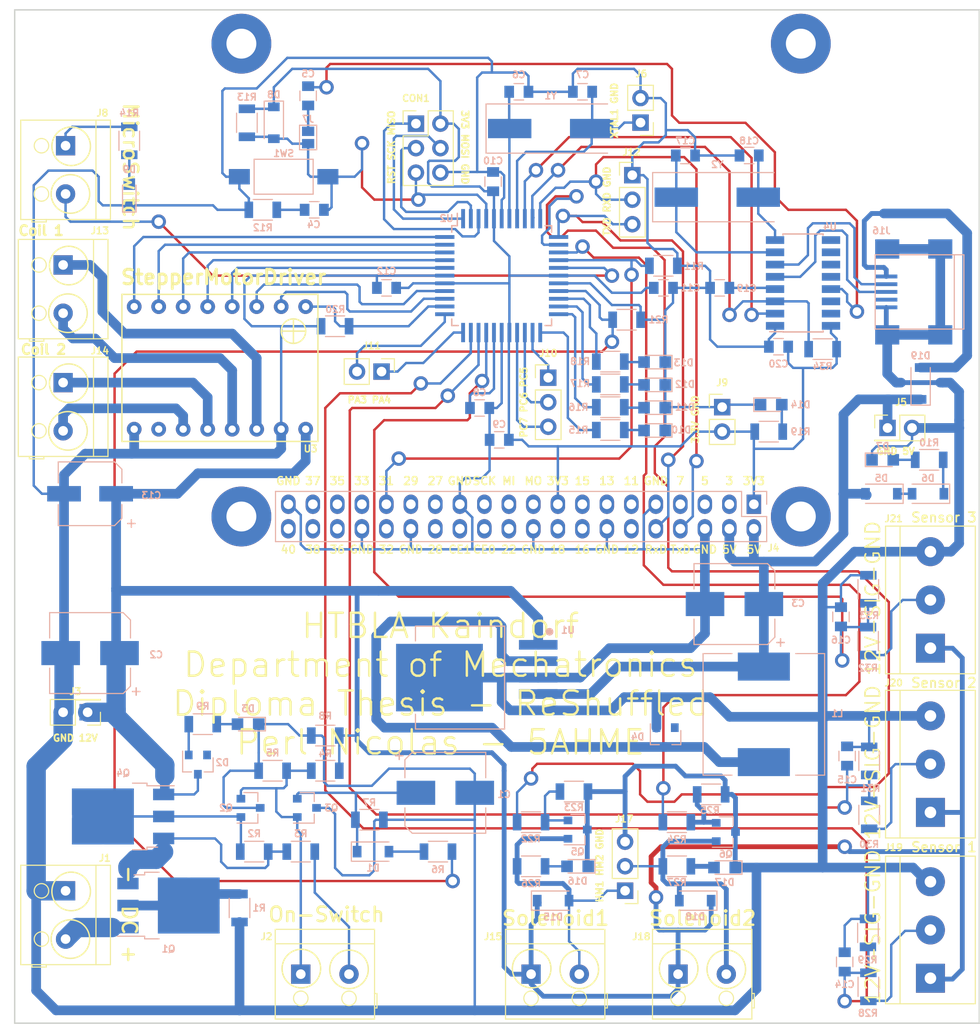
<source format=kicad_pcb>
(kicad_pcb (version 4) (host pcbnew 4.0.7-e2-6376~61~ubuntu18.04.1)
  (layers (0 F.Cu signal) (31 B.Cu signal) (34 B.Paste user) (35 F.Paste user) (36 B.SilkS user) (37 F.SilkS user) (38 B.Mask user) (39 F.Mask user) (44 Edge.Cuts user))
  (net 0 "")
  (net 1 GND)
  (net 2 +3V3)
  (net 3 MISO)
  (net 4 SCK)
  (net 5 MOSI)
  (net 6 "Net-(D3-Pad2)")
  (net 7 S1)
  (net 8 S2)
  (net 9 S3)
  (net 10 EN)
  (net 11 SLEEP)
  (net 12 STEP)
  (net 13 DIR)
  (net 14 M1)
  (net 15 M2)
  (net 16 TxD_USB)
  (net 17 RxD_USB)
  (net 18 M0)
  (net 19 DTR_USB)
  (net 20 HM1)
  (net 21 HM2)
  (net 22 RST)
  (net 23 RESET_M)
  (net 24 UNLATCH)
  (net 25 "Net-(D10-Pad2)")
  (net 26 "Net-(D11-Pad2)")
  (net 27 "Net-(D12-Pad2)")
  (net 28 "Net-(D13-Pad2)")
  (net 29 "Net-(C1-Pad1)")
  (net 30 "Net-(D14-Pad2)")
  (net 31 "Net-(D16-Pad2)")
  (net 32 "Net-(D17-Pad2)")
  (net 33 /Peripherie/WATCHDOG)
  (net 34 /Peripherie/µC_TxD)
  (net 35 /Peripherie/µC_RxD)
  (net 36 "Net-(J11-Pad2)")
  (net 37 "Net-(J20-Pad2)")
  (net 38 "Net-(J21-Pad2)")
  (net 39 "Net-(C7-Pad1)")
  (net 40 "Net-(D5-Pad1)")
  (net 41 "Net-(D15-Pad2)")
  (net 42 "Net-(J2-Pad2)")
  (net 43 "Net-(J2-Pad1)")
  (net 44 "Net-(J11-Pad1)")
  (net 45 "Net-(J14-Pad1)")
  (net 46 "Net-(Q6-Pad2)")
  (net 47 12V)
  (net 48 +5V)
  (net 49 "Net-(D2-Pad2)")
  (net 50 "Net-(D4-Pad1)")
  (net 51 "Net-(D18-Pad2)")
  (net 52 "Net-(Q1-Pad3)")
  (net 53 "Net-(Q2-Pad1)")
  (net 54 "Net-(Q5-Pad2)")
  (net 55 MSWITCH)
  (net 56 LED4)
  (net 57 LED3)
  (net 58 LED2)
  (net 59 LED1)
  (net 60 "Net-(D1-Pad2)")
  (net 61 "Net-(C6-Pad1)")
  (net 62 "Net-(D9-Pad2)")
  (net 63 "Net-(J1-Pad2)")
  (net 64 "Net-(J8-Pad1)")
  (net 65 "Net-(J10-Pad1)")
  (net 66 "Net-(J10-Pad2)")
  (net 67 "Net-(J10-Pad3)")
  (net 68 "Net-(J13-Pad2)")
  (net 69 "Net-(J13-Pad1)")
  (net 70 "Net-(J16-Pad2)")
  (net 71 "Net-(J16-Pad3)")
  (net 72 "Net-(J19-Pad2)")
  (net 73 "Net-(Q1-Pad2)")
  (net 74 "Net-(C8-Pad1)")
  (net 75 "Net-(C4-Pad2)")
  (net 76 "Net-(C5-Pad1)")
  (net 77 "Net-(D19-Pad2)")
  (net 78 "Net-(J14-Pad2)")
  (net 79 "Net-(C17-Pad1)")
  (net 80 "Net-(C18-Pad1)")
  (net 81 "Net-(C19-Pad1)")
  (net 82 "Net-(D6-Pad1)")
  (net 83 "Net-(D7-Pad2)")
  (module footprints:Raspberry-PI (layer F.Cu) (at 130.7901 125.7645)
    (fp_text reference J4 (at 2.032 4.53) (layer F.SilkS) (effects (font (size 0.7 0.7))))
    (fp_text value Raspberry_Pi_3B+ hide)
    (fp_text user 3V3 (at 0 -2.42) (layer F.SilkS) (effects (font (size 0.82 0.82))))
    (fp_text user 3 (at -2.54 -2.42) (layer F.SilkS) (effects (font (size 0.82 0.82))))
    (fp_text user 5 (at -5.08 -2.42) (layer F.SilkS) (effects (font (size 0.82 0.82))))
    (fp_text user 7 (at -7.62 -2.42) (layer F.SilkS) (effects (font (size 0.82 0.82))))
    (fp_text user GND (at -10.16 -2.42) (layer F.SilkS) (effects (font (size 0.82 0.82))))
    (fp_text user 11 (at -12.7 -2.42) (layer F.SilkS) (effects (font (size 0.82 0.82))))
    (fp_text user 13 (at -15.24 -2.42) (layer F.SilkS) (effects (font (size 0.82 0.82))))
    (fp_text user 15 (at -17.78 -2.42) (layer F.SilkS) (effects (font (size 0.82 0.82))))
    (fp_text user 3V3 (at -20.32 -2.42) (layer F.SilkS) (effects (font (size 0.82 0.82))))
    (fp_text user MO (at -22.86 -2.42) (layer F.SilkS) (effects (font (size 0.82 0.82))))
    (fp_text user MI (at -25.4 -2.42) (layer F.SilkS) (effects (font (size 0.82 0.82))))
    (fp_text user SCK (at -27.94 -2.42) (layer F.SilkS) (effects (font (size 0.82 0.82))))
    (fp_text user GND (at -30.48 -2.42) (layer F.SilkS) (effects (font (size 0.82 0.82))))
    (fp_text user 27 (at -33.02 -2.42) (layer F.SilkS) (effects (font (size 0.82 0.82))))
    (fp_text user 29 (at -35.56 -2.42) (layer F.SilkS) (effects (font (size 0.82 0.82))))
    (fp_text user 31 (at -38.1 -2.42) (layer F.SilkS) (effects (font (size 0.82 0.82))))
    (fp_text user 33 (at -40.64 -2.42) (layer F.SilkS) (effects (font (size 0.82 0.82))))
    (fp_text user 35 (at -43.18 -2.42) (layer F.SilkS) (effects (font (size 0.82 0.82))))
    (fp_text user 37 (at -45.72 -2.42) (layer F.SilkS) (effects (font (size 0.82 0.82))))
    (fp_text user GND (at -48.26 -2.42) (layer F.SilkS) (effects (font (size 0.82 0.82))))
    (fp_text user GND (at -48.26 -2.42) (layer F.SilkS) (effects (font (size 0.82 0.82))))
    (fp_text user 37 (at -45.72 -2.42) (layer F.SilkS) (effects (font (size 0.82 0.82))))
    (fp_text user 35 (at -43.18 -2.42) (layer F.SilkS) (effects (font (size 0.82 0.82))))
    (fp_text user 33 (at -40.64 -2.42) (layer F.SilkS) (effects (font (size 0.82 0.82))))
    (fp_text user 31 (at -38.1 -2.42) (layer F.SilkS) (effects (font (size 0.82 0.82))))
    (fp_text user 29 (at -35.56 -2.42) (layer F.SilkS) (effects (font (size 0.82 0.82))))
    (fp_text user 27 (at -33.02 -2.42) (layer F.SilkS) (effects (font (size 0.82 0.82))))
    (fp_text user GND (at -30.48 -2.42) (layer F.SilkS) (effects (font (size 0.82 0.82))))
    (fp_text user SCK (at -27.94 -2.42) (layer F.SilkS) (effects (font (size 0.82 0.82))))
    (fp_text user MI (at -25.4 -2.42) (layer F.SilkS) (effects (font (size 0.82 0.82))))
    (fp_text user MO (at -22.86 -2.42) (layer F.SilkS) (effects (font (size 0.82 0.82))))
    (fp_text user 3V3 (at -20.32 -2.42) (layer F.SilkS) (effects (font (size 0.82 0.82))))
    (fp_text user 15 (at -17.78 -2.42) (layer F.SilkS) (effects (font (size 0.82 0.82))))
    (fp_text user 40 (at -48.26 4.692) (layer F.SilkS) (effects (font (size 0.82 0.82))))
    (fp_text user 38 (at -45.72 4.692) (layer F.SilkS) (effects (font (size 0.82 0.82))))
    (fp_text user 36 (at -43.18 4.692) (layer F.SilkS) (effects (font (size 0.82 0.82))))
    (fp_text user GND (at -40.64 4.692) (layer F.SilkS) (effects (font (size 0.82 0.82))))
    (fp_text user 32 (at -38.1 4.692) (layer F.SilkS) (effects (font (size 0.82 0.82))))
    (fp_text user GND (at -35.56 4.692) (layer F.SilkS) (effects (font (size 0.82 0.82))))
    (fp_text user 28 (at -33.02 4.692) (layer F.SilkS) (effects (font (size 0.82 0.82))))
    (fp_text user CE1 (at -30.48 4.692) (layer F.SilkS) (effects (font (size 0.82 0.82))))
    (fp_text user CE0 (at -27.94 4.692) (layer F.SilkS) (effects (font (size 0.82 0.82))))
    (fp_text user 22 (at -25.4 4.692) (layer F.SilkS) (effects (font (size 0.82 0.82))))
    (fp_text user GND (at -22.86 4.692) (layer F.SilkS) (effects (font (size 0.82 0.82))))
    (fp_text user 18 (at -20.32 4.692) (layer F.SilkS) (effects (font (size 0.82 0.82))))
    (fp_text user 16 (at -17.78 4.692) (layer F.SilkS) (effects (font (size 0.82 0.82))))
    (fp_text user GND (at -15.24 4.692) (layer F.SilkS) (effects (font (size 0.82 0.82))))
    (fp_text user 12 (at -12.7 4.692) (layer F.SilkS) (effects (font (size 0.82 0.82))))
    (fp_text user 13 (at -15.24 -2.42) (layer F.SilkS) (effects (font (size 0.82 0.82))))
    (fp_text user 11 (at -12.7 -2.42) (layer F.SilkS) (effects (font (size 0.82 0.82))))
    (fp_text user RxD (at -10.16 4.692) (layer F.SilkS) (effects (font (size 0.82 0.82))))
    (fp_text user TxD (at -7.62 4.692) (layer F.SilkS) (effects (font (size 0.82 0.82))))
    (fp_text user GND (at -10.16 -2.42) (layer F.SilkS) (effects (font (size 0.82 0.82))))
    (fp_text user 7 (at -7.62 -2.42) (layer F.SilkS) (effects (font (size 0.82 0.82))))
    (fp_text user 5 (at -5.08 -2.42) (layer F.SilkS) (effects (font (size 0.82 0.82))))
    (fp_text user 3 (at -2.54 -2.42) (layer F.SilkS) (effects (font (size 0.82 0.82))))
    (fp_text user GND (at -5.08 4.692) (layer F.SilkS) (effects (font (size 0.82 0.82))))
    (fp_text user 5V (at -2.54 4.692) (layer F.SilkS) (effects (font (size 0.82 0.82))))
    (fp_text user 5V (at 0 4.692) (layer F.SilkS) (effects (font (size 0.82 0.82))))
    (fp_text user 3V3 (at 0 -2.42) (layer F.SilkS) (effects (font (size 0.82 0.82))))
    (pad 40 thru_hole oval (at -48.26 2.54) (size 1.5 2) (drill 1) (layers *.Cu *.Mask))
    (pad 39 thru_hole oval (at -48.26 0) (size 1.5 2) (drill 1) (layers *.Cu *.Mask) (net 1 GND))
    (pad 38 thru_hole oval (at -45.72 2.54) (size 1.5 2) (drill 1) (layers *.Cu *.Mask))
    (pad 37 thru_hole oval (at -45.72 0) (size 1.5 2) (drill 1) (layers *.Cu *.Mask))
    (pad 36 thru_hole oval (at -43.18 2.54) (size 1.5 2) (drill 1) (layers *.Cu *.Mask))
    (pad 35 thru_hole oval (at -43.18 0) (size 1.5 2) (drill 1) (layers *.Cu *.Mask))
    (pad 34 thru_hole oval (at -40.64 2.54) (size 1.5 2) (drill 1) (layers *.Cu *.Mask) (net 1 GND))
    (pad 33 thru_hole oval (at -40.64 0) (size 1.5 2) (drill 1) (layers *.Cu *.Mask))
    (pad 32 thru_hole oval (at -38.1 2.54) (size 1.5 2) (drill 1) (layers *.Cu *.Mask))
    (pad 31 thru_hole oval (at -38.1 0) (size 1.5 2) (drill 1) (layers *.Cu *.Mask) (net 33 /Peripherie/WATCHDOG))
    (pad 30 thru_hole oval (at -35.56 2.54) (size 1.5 2) (drill 1) (layers *.Cu *.Mask) (net 1 GND))
    (pad 29 thru_hole oval (at -35.56 0) (size 1.5 2) (drill 1) (layers *.Cu *.Mask))
    (pad 28 thru_hole oval (at -33.02 2.54) (size 1.5 2) (drill 1) (layers *.Cu *.Mask))
    (pad 27 thru_hole oval (at -33.02 0) (size 1.5 2) (drill 1) (layers *.Cu *.Mask))
    (pad 26 thru_hole oval (at -30.48 2.54) (size 1.5 2) (drill 1) (layers *.Cu *.Mask))
    (pad 25 thru_hole oval (at -30.48 0) (size 1.5 2) (drill 1) (layers *.Cu *.Mask) (net 1 GND))
    (pad 24 thru_hole oval (at -27.94 2.54) (size 1.5 2) (drill 1) (layers *.Cu *.Mask))
    (pad 23 thru_hole oval (at -27.94 0) (size 1.5 2) (drill 1) (layers *.Cu *.Mask))
    (pad 22 thru_hole oval (at -25.4 2.54) (size 1.5 2) (drill 1) (layers *.Cu *.Mask))
    (pad 21 thru_hole oval (at -25.4 0) (size 1.5 2) (drill 1) (layers *.Cu *.Mask))
    (pad 20 thru_hole oval (at -22.86 2.54) (size 1.5 2) (drill 1) (layers *.Cu *.Mask) (net 1 GND))
    (pad 19 thru_hole oval (at -22.86 0) (size 1.5 2) (drill 1) (layers *.Cu *.Mask))
    (pad 18 thru_hole oval (at -20.32 2.54) (size 1.5 2) (drill 1) (layers *.Cu *.Mask))
    (pad 17 thru_hole oval (at -20.32 0) (size 1.5 2) (drill 1) (layers *.Cu *.Mask) (net 2 +3V3))
    (pad 16 thru_hole oval (at -17.78 2.54) (size 1.5 2) (drill 1) (layers *.Cu *.Mask))
    (pad 15 thru_hole oval (at -17.78 0) (size 1.5 2) (drill 1) (layers *.Cu *.Mask))
    (pad 14 thru_hole oval (at -15.24 2.54) (size 1.5 2) (drill 1) (layers *.Cu *.Mask) (net 1 GND))
    (pad 13 thru_hole oval (at -15.24 0) (size 1.5 2) (drill 1) (layers *.Cu *.Mask))
    (pad 12 thru_hole oval (at -12.7 2.54) (size 1.5 2) (drill 1) (layers *.Cu *.Mask))
    (pad 11 thru_hole oval (at -12.7 0) (size 1.5 2) (drill 1) (layers *.Cu *.Mask))
    (pad 10 thru_hole oval (at -10.16 2.54) (size 1.5 2) (drill 1) (layers *.Cu *.Mask) (net 34 /Peripherie/µC_TxD))
    (pad 9 thru_hole oval (at -10.16 0) (size 1.5 2) (drill 1) (layers *.Cu *.Mask) (net 1 GND))
    (pad 8 thru_hole oval (at -7.62 2.54) (size 1.5 2) (drill 1) (layers *.Cu *.Mask) (net 35 /Peripherie/µC_RxD))
    (pad 7 thru_hole oval (at -7.62 0) (size 1.5 2) (drill 1) (layers *.Cu *.Mask))
    (pad 6 thru_hole oval (at -5.08 2.54) (size 1.5 2) (drill 1) (layers *.Cu *.Mask) (net 1 GND))
    (pad 5 thru_hole oval (at -5.08 0) (size 1.5 2) (drill 1) (layers *.Cu *.Mask))
    (pad 4 thru_hole oval (at -2.54 2.54) (size 1.5 2) (drill 1) (layers *.Cu *.Mask) (net 48 +5V))
    (pad 3 thru_hole oval (at -2.54 0) (size 1.5 2) (drill 1) (layers *.Cu *.Mask))
    (pad 2 thru_hole oval (at 0 2.54) (size 1.5 2) (drill 1) (layers *.Cu *.Mask) (net 48 +5V))
    (pad 1 thru_hole rect (at 0 0) (size 1.5 2) (drill 1) (layers *.Cu *.Mask) (net 2 +3V3))
    (pad "" np_thru_hole circle (at 4.87 -47.73) (size 6.2 6.2) (drill 3.1) (layers *.Cu *.Mask))
    (pad "" np_thru_hole circle (at -53.13 -47.73) (size 6.2 6.2) (drill 3.1) (layers *.Cu *.Mask))
    (pad "" np_thru_hole circle (at -53.13 1.27) (size 6.2 6.2) (drill 3.1) (layers *.Cu *.Mask))
    (pad "" np_thru_hole circle (at 4.87 1.27) (size 6.2 6.2) (drill 3.1) (layers *.Cu *.Mask))
  )
  (module Pin_Headers:Pin_Header_Straight_1x02_Pitch2.54mm (layer F.Cu) (at 119.0401 86.2145 180)
    (fp_text reference J6 (at -0.084 5.06 180) (layer F.SilkS) (effects (font (size 0.7 0.7))))
    (fp_text value Conn_01x02)
    (pad 1 thru_hole rect (at 0 0 180) (size 1.7 1.7) (drill 1) (layers *.Cu *.Mask) (net 39 "Net-(C7-Pad1)"))
    (pad 2 thru_hole oval (at 0 2.54 180) (size 1.7 1.7) (drill 1) (layers *.Cu *.Mask) (net 1 GND))
  )
  (module Pin_Headers:Pin_Header_Straight_1x03_Pitch2.54mm (layer F.Cu) (at 109.4721 112.6505)
    (fp_text reference J10 (at 0 -2.54) (layer F.SilkS) (effects (font (size 0.7 0.7))))
    (fp_text value Conn_01x03)
    (pad 1 thru_hole rect (at 0 0) (size 1.7 1.7) (drill 1) (layers *.Cu *.Mask) (net 65 "Net-(J10-Pad1)"))
    (pad 2 thru_hole oval (at 0 2.54) (size 1.7 1.7) (drill 1) (layers *.Cu *.Mask) (net 66 "Net-(J10-Pad2)"))
    (pad 3 thru_hole oval (at 0 5.08) (size 1.7 1.7) (drill 1) (layers *.Cu *.Mask) (net 67 "Net-(J10-Pad3)"))
  )
  (module footprints:Terminalblock-3x-5mm (layer F.Cu) (at 149.0961 140.6785 90)
    (fp_text reference J21 (at 13.423 -3.81 180) (layer F.SilkS) (effects (font (size 0.7 0.7))))
    (fp_text value Cap_Sensor3)
    (pad 3 thru_hole circle (at 10 0 90) (size 3 3) (drill 1.2) (layers *.Cu *.Mask) (net 1 GND))
    (pad 2 thru_hole circle (at 5 0 90) (size 3 3) (drill 1.2) (layers *.Cu *.Mask) (net 38 "Net-(J21-Pad2)"))
    (pad 1 thru_hole rect (at 0 0 90) (size 3 3) (drill 1.2) (layers *.Cu *.Mask) (net 47 12V))
  )
  (module footprints:Terminalblock-3x-5mm (layer F.Cu) (at 149.0961 174.8805 90)
    (fp_text reference J19 (at 13.55 -3.81 360) (layer F.SilkS) (effects (font (size 0.7 0.7))))
    (fp_text value Cap_Sensor1)
    (pad 3 thru_hole circle (at 10 0 90) (size 3 3) (drill 1.2) (layers *.Cu *.Mask) (net 1 GND))
    (pad 2 thru_hole circle (at 5 0 90) (size 3 3) (drill 1.2) (layers *.Cu *.Mask) (net 72 "Net-(J19-Pad2)"))
    (pad 1 thru_hole rect (at 0 0 90) (size 3 3) (drill 1.2) (layers *.Cu *.Mask) (net 47 12V))
  )
  (module footprints:Terminalblock-2x-5mm (layer F.Cu) (at 107.6941 174.4605)
    (fp_text reference J15 (at -3.937 -3.898) (layer F.SilkS) (effects (font (size 0.7 0.7))))
    (fp_text value Solenoid1)
    (pad 2 thru_hole circle (at 5 0) (size 2 2) (drill 1) (layers *.Cu *.Mask) (net 41 "Net-(D15-Pad2)"))
    (pad 1 thru_hole rect (at 0 0) (size 2 2) (drill 1) (layers *.Cu *.Mask) (net 47 12V))
  )
  (module footprints:Terminalblock-2x-5mm (layer F.Cu) (at 83.8181 174.4605)
    (fp_text reference J2 (at -3.556 -3.898) (layer F.SilkS) (effects (font (size 0.7 0.7))))
    (fp_text value PowerOn_Button)
    (pad 2 thru_hole circle (at 5 0) (size 2 2) (drill 1) (layers *.Cu *.Mask) (net 42 "Net-(J2-Pad2)"))
    (pad 1 thru_hole rect (at 0 0) (size 2 2) (drill 1) (layers *.Cu *.Mask) (net 43 "Net-(J2-Pad1)"))
  )
  (module footprints:TQFP-44_10x10mm_Pitch0.8mm_Handsolded (layer B.Cu) (at 104.6461 102.0705 270)
    (fp_text reference U2 (at -5.93 5.715 540) (layer B.SilkS) (effects (font (size 0.7 0.7)) (justify mirror)))
    (fp_text value ATMEGA324P-20AU hide)
    (pad 1 smd rect (at -5.9 4 270) (size 2 0.4) (layers B.Cu B.Paste B.Mask) (net 5 MOSI))
    (pad 2 smd rect (at -5.9 3.2 270) (size 2 0.4) (layers B.Cu B.Paste B.Mask) (net 4 SCK))
    (pad 3 smd rect (at -5.9 2.4 270) (size 2 0.4) (layers B.Cu B.Paste B.Mask) (net 3 MISO))
    (pad 4 smd rect (at -5.9 1.6 270) (size 2 0.4) (layers B.Cu B.Paste B.Mask) (net 22 RST))
    (pad 5 smd rect (at -5.9 0.8 270) (size 2 0.4) (layers B.Cu B.Paste B.Mask) (net 2 +3V3))
    (pad 6 smd rect (at -5.9 0 270) (size 2 0.4) (layers B.Cu B.Paste B.Mask) (net 1 GND))
    (pad 7 smd rect (at -5.9 -0.8 270) (size 2 0.4) (layers B.Cu B.Paste B.Mask) (net 61 "Net-(C6-Pad1)"))
    (pad 8 smd rect (at -5.9 -1.6 270) (size 2 0.4) (layers B.Cu B.Paste B.Mask) (net 39 "Net-(C7-Pad1)"))
    (pad 9 smd rect (at -5.9 -2.4 270) (size 2 0.4) (layers B.Cu B.Paste B.Mask) (net 16 TxD_USB))
    (pad 10 smd rect (at -5.9 -3.2 270) (size 2 0.4) (layers B.Cu B.Paste B.Mask) (net 17 RxD_USB))
    (pad 11 smd rect (at -5.9 -4 270) (size 2 0.4) (layers B.Cu B.Paste B.Mask) (net 35 /Peripherie/µC_RxD))
    (pad 12 smd rect (at -4 -5.9 180) (size 2 0.4) (layers B.Cu B.Paste B.Mask) (net 34 /Peripherie/µC_TxD))
    (pad 13 smd rect (at -3.2 -5.9 180) (size 2 0.4) (layers B.Cu B.Paste B.Mask) (net 20 HM1))
    (pad 14 smd rect (at -2.4 -5.9 180) (size 2 0.4) (layers B.Cu B.Paste B.Mask) (net 21 HM2))
    (pad 15 smd rect (at -1.6 -5.9 180) (size 2 0.4) (layers B.Cu B.Paste B.Mask) (net 33 /Peripherie/WATCHDOG))
    (pad 16 smd rect (at -0.8 -5.9 180) (size 2 0.4) (layers B.Cu B.Paste B.Mask) (net 55 MSWITCH))
    (pad 17 smd rect (at 0 -5.9 180) (size 2 0.4) (layers B.Cu B.Paste B.Mask) (net 2 +3V3))
    (pad 18 smd rect (at 0.8 -5.9 180) (size 2 0.4) (layers B.Cu B.Paste B.Mask) (net 1 GND))
    (pad 19 smd rect (at 1.6 -5.9 180) (size 2 0.4) (layers B.Cu B.Paste B.Mask) (net 24 UNLATCH))
    (pad 20 smd rect (at 2.4 -5.9 180) (size 2 0.4) (layers B.Cu B.Paste B.Mask) (net 59 LED1))
    (pad 21 smd rect (at 3.2 -5.9 180) (size 2 0.4) (layers B.Cu B.Paste B.Mask) (net 58 LED2))
    (pad 22 smd rect (at 4 -5.9 180) (size 2 0.4) (layers B.Cu B.Paste B.Mask) (net 57 LED3))
    (pad 23 smd rect (at 5.9 -4 270) (size 2 0.4) (layers B.Cu B.Paste B.Mask) (net 56 LED4))
    (pad 24 smd rect (at 5.9 -3.2 270) (size 2 0.4) (layers B.Cu B.Paste B.Mask) (net 65 "Net-(J10-Pad1)"))
    (pad 25 smd rect (at 5.9 -2.4 270) (size 2 0.4) (layers B.Cu B.Paste B.Mask) (net 66 "Net-(J10-Pad2)"))
    (pad 26 smd rect (at 5.9 -1.6 270) (size 2 0.4) (layers B.Cu B.Paste B.Mask) (net 67 "Net-(J10-Pad3)"))
    (pad 27 smd rect (at 5.9 -0.8 270) (size 2 0.4) (layers B.Cu B.Paste B.Mask) (net 2 +3V3))
    (pad 28 smd rect (at 5.9 0 270) (size 2 0.4) (layers B.Cu B.Paste B.Mask) (net 1 GND))
    (pad 29 smd rect (at 5.9 0.8 270) (size 2 0.4) (layers B.Cu B.Paste B.Mask) (net 74 "Net-(C8-Pad1)"))
    (pad 30 smd rect (at 5.9 1.6 270) (size 2 0.4) (layers B.Cu B.Paste B.Mask) (net 9 S3))
    (pad 31 smd rect (at 5.9 2.4 270) (size 2 0.4) (layers B.Cu B.Paste B.Mask) (net 8 S2))
    (pad 32 smd rect (at 5.9 3.2 270) (size 2 0.4) (layers B.Cu B.Paste B.Mask) (net 7 S1))
    (pad 33 smd rect (at 5.9 4 270) (size 2 0.4) (layers B.Cu B.Paste B.Mask) (net 44 "Net-(J11-Pad1)"))
    (pad 34 smd rect (at 4 5.9 180) (size 2 0.4) (layers B.Cu B.Paste B.Mask) (net 36 "Net-(J11-Pad2)"))
    (pad 35 smd rect (at 3.2 5.9 180) (size 2 0.4) (layers B.Cu B.Paste B.Mask) (net 10 EN))
    (pad 36 smd rect (at 2.4 5.9 180) (size 2 0.4) (layers B.Cu B.Paste B.Mask) (net 18 M0))
    (pad 37 smd rect (at 1.6 5.9 180) (size 2 0.4) (layers B.Cu B.Paste B.Mask) (net 14 M1))
    (pad 38 smd rect (at 0.8 5.9 180) (size 2 0.4) (layers B.Cu B.Paste B.Mask) (net 2 +3V3))
    (pad 39 smd rect (at 0 5.9 180) (size 2 0.4) (layers B.Cu B.Paste B.Mask) (net 1 GND))
    (pad 40 smd rect (at -0.8 5.9 180) (size 2 0.4) (layers B.Cu B.Paste B.Mask) (net 15 M2))
    (pad 41 smd rect (at -1.6 5.9 180) (size 2 0.4) (layers B.Cu B.Paste B.Mask) (net 23 RESET_M))
    (pad 42 smd rect (at -2.4 5.9 180) (size 2 0.4) (layers B.Cu B.Paste B.Mask) (net 11 SLEEP))
    (pad 43 smd rect (at -3.2 5.9 180) (size 2 0.4) (layers B.Cu B.Paste B.Mask) (net 12 STEP))
    (pad 44 smd rect (at -4 5.9 180) (size 2 0.4) (layers B.Cu B.Paste B.Mask) (net 13 DIR))
  )
  (module Resistors_SMD:R_1206 (layer B.Cu) (at 112.1391 155.5375)
    (fp_text reference R23 (at -0.004 1.638) (layer B.SilkS) (effects (font (size 0.7 0.7)) (justify mirror)))
    (fp_text value 10k)
    (pad 1 smd rect (at -1.45 0) (size 0.9 1.7) (layers B.Cu B.Paste B.Mask) (net 54 "Net-(Q5-Pad2)"))
    (pad 2 smd rect (at 1.45 0) (size 0.9 1.7) (layers B.Cu B.Paste B.Mask) (net 1 GND))
  )
  (module Resistors_SMD:R_1206 (layer B.Cu) (at 122.8071 158.7125 180)
    (fp_text reference R24 (at 0 -1.778 180) (layer B.SilkS) (effects (font (size 0.7 0.7)) (justify mirror)))
    (fp_text value 560)
    (pad 1 smd rect (at -1.45 0 180) (size 0.9 1.7) (layers B.Cu B.Paste B.Mask) (net 46 "Net-(Q6-Pad2)"))
    (pad 2 smd rect (at 1.45 0 180) (size 0.9 1.7) (layers B.Cu B.Paste B.Mask) (net 21 HM2))
  )
  (module Crystals:Crystal_SMD_HC49-SD (layer B.Cu) (at 109.7261 86.8305)
    (fp_text reference Y1 (at 0 -3.39) (layer B.SilkS) (effects (font (size 0.7 0.7)) (justify mirror)))
    (fp_text value Crystal_10Mhz)
    (pad 1 smd rect (at -4.25 0) (size 4.5 2) (layers B.Cu B.Paste B.Mask) (net 61 "Net-(C6-Pad1)"))
    (pad 2 smd rect (at 4.25 0) (size 4.5 2) (layers B.Cu B.Paste B.Mask) (net 39 "Net-(C7-Pad1)"))
  )
  (module Buttons_Switches_SMD:SW_SPST_FSMSM (layer B.Cu) (at 82.0401 91.8225)
    (fp_text reference SW1 (at 0 -2.413) (layer B.SilkS) (effects (font (size 0.7 0.7)) (justify mirror)))
    (fp_text value SW_Push)
    (pad 1 smd rect (at -4.59 0) (size 2.18 1.6) (layers B.Cu B.Paste B.Mask) (net 1 GND))
    (pad 2 smd rect (at 4.59 0) (size 2.18 1.6) (layers B.Cu B.Paste B.Mask) (net 22 RST))
  )
  (module footprints:Terminalblock-3x-5mm (layer F.Cu) (at 149.0961 157.6965 90)
    (fp_text reference J20 (at 13.423 -3.81 180) (layer F.SilkS) (effects (font (size 0.7 0.7))))
    (fp_text value Cap_Sensor2)
    (pad 3 thru_hole circle (at 10 0 90) (size 3 3) (drill 1.2) (layers *.Cu *.Mask) (net 1 GND))
    (pad 2 thru_hole circle (at 5 0 90) (size 3 3) (drill 1.2) (layers *.Cu *.Mask) (net 37 "Net-(J20-Pad2)"))
    (pad 1 thru_hole rect (at 0 0 90) (size 3 3) (drill 1.2) (layers *.Cu *.Mask) (net 47 12V))
  )
  (module footprints:Terminalblock-2x-5mm (layer F.Cu) (at 59.1801 113.1585 270)
    (fp_text reference J14 (at -3.302 -3.81 360) (layer F.SilkS) (effects (font (size 0.7 0.7))))
    (fp_text value Stepper2)
    (pad 2 thru_hole circle (at 5 0 270) (size 2 2) (drill 1) (layers *.Cu *.Mask) (net 78 "Net-(J14-Pad2)"))
    (pad 1 thru_hole rect (at 0 0 270) (size 2 2) (drill 1) (layers *.Cu *.Mask) (net 45 "Net-(J14-Pad1)"))
  )
  (module footprints:Terminalblock-2x-5mm (layer F.Cu) (at 59.1801 100.9665 270)
    (fp_text reference J13 (at -3.556 -3.81 360) (layer F.SilkS) (effects (font (size 0.7 0.7))))
    (fp_text value Stepper1)
    (pad 2 thru_hole circle (at 5 0 270) (size 2 2) (drill 1) (layers *.Cu *.Mask) (net 68 "Net-(J13-Pad2)"))
    (pad 1 thru_hole rect (at 0 0 270) (size 2 2) (drill 1) (layers *.Cu *.Mask) (net 69 "Net-(J13-Pad1)"))
  )
  (module Pin_Headers:Pin_Header_Straight_2x03_Pitch2.54mm (layer F.Cu) (at 95.7561 86.3225)
    (fp_text reference CON1 (at 0 -2.628 180) (layer F.SilkS) (effects (font (size 0.7 0.7))))
    (fp_text value AVR-ISP-6)
    (pad 1 thru_hole rect (at 0 0) (size 1.7 1.7) (drill 1) (layers *.Cu *.Mask) (net 3 MISO))
    (pad 2 thru_hole oval (at 2.54 0) (size 1.7 1.7) (drill 1) (layers *.Cu *.Mask) (net 2 +3V3))
    (pad 3 thru_hole oval (at 0 2.54) (size 1.7 1.7) (drill 1) (layers *.Cu *.Mask) (net 4 SCK))
    (pad 4 thru_hole oval (at 2.54 2.54) (size 1.7 1.7) (drill 1) (layers *.Cu *.Mask) (net 5 MOSI))
    (pad 5 thru_hole oval (at 0 5.08) (size 1.7 1.7) (drill 1) (layers *.Cu *.Mask) (net 22 RST))
    (pad 6 thru_hole oval (at 2.54 5.08) (size 1.7 1.7) (drill 1) (layers *.Cu *.Mask) (net 1 GND))
  )
  (module footprints:SOIC-16_3.9x9.9mm_Pitch1.27mm_HANDSOLDERED (layer B.Cu) (at 135.8881 102.8325)
    (fp_text reference U4 (at 2.794 -5.842 180) (layer B.SilkS) (effects (font (size 0.7 0.7)) (justify mirror)))
    (fp_text value CH340G)
    (pad 1 smd rect (at -2.9 4.445) (size 1.9 0.8) (layers B.Cu B.Paste B.Mask) (net 1 GND))
    (pad 2 smd rect (at -2.9 3.175) (size 1.9 0.8) (layers B.Cu B.Paste B.Mask) (net 16 TxD_USB))
    (pad 3 smd rect (at -2.9 1.905) (size 1.9 0.8) (layers B.Cu B.Paste B.Mask) (net 17 RxD_USB))
    (pad 4 smd rect (at -2.9 0.635) (size 1.9 0.8) (layers B.Cu B.Paste B.Mask) (net 81 "Net-(C19-Pad1)"))
    (pad 5 smd rect (at -2.9 -0.635) (size 1.9 0.8) (layers B.Cu B.Paste B.Mask) (net 71 "Net-(J16-Pad3)"))
    (pad 6 smd rect (at -2.9 -1.905) (size 1.9 0.8) (layers B.Cu B.Paste B.Mask) (net 70 "Net-(J16-Pad2)"))
    (pad 7 smd rect (at -2.9 -3.175) (size 1.9 0.8) (layers B.Cu B.Paste B.Mask) (net 79 "Net-(C17-Pad1)"))
    (pad 8 smd rect (at -2.9 -4.445) (size 1.9 0.8) (layers B.Cu B.Paste B.Mask) (net 80 "Net-(C18-Pad1)"))
    (pad 9 smd rect (at 2.9 -4.445) (size 1.9 0.8) (layers B.Cu B.Paste B.Mask))
    (pad 10 smd rect (at 2.9 -3.175) (size 1.9 0.8) (layers B.Cu B.Paste B.Mask))
    (pad 11 smd rect (at 2.9 -1.905) (size 1.9 0.8) (layers B.Cu B.Paste B.Mask))
    (pad 12 smd rect (at 2.9 -0.635) (size 1.9 0.8) (layers B.Cu B.Paste B.Mask))
    (pad 13 smd rect (at 2.9 0.635) (size 1.9 0.8) (layers B.Cu B.Paste B.Mask) (net 19 DTR_USB))
    (pad 14 smd rect (at 2.9 1.905) (size 1.9 0.8) (layers B.Cu B.Paste B.Mask))
    (pad 15 smd rect (at 2.9 3.175) (size 1.9 0.8) (layers B.Cu B.Paste B.Mask))
    (pad 16 smd rect (at 2.9 4.445) (size 1.9 0.8) (layers B.Cu B.Paste B.Mask) (net 2 +3V3))
  )
  (module footprints:Terminalblock-2x-5mm (layer F.Cu) (at 59.4341 165.8245 270)
    (fp_text reference J1 (at -3.39 -4.064 540) (layer F.SilkS) (effects (font (size 0.7 0.7))))
    (fp_text value Input_12V)
    (pad 2 thru_hole circle (at 5 0 270) (size 2 2) (drill 1) (layers *.Cu *.Mask) (net 63 "Net-(J1-Pad2)"))
    (pad 1 thru_hole rect (at 0 0 270) (size 2 2) (drill 1) (layers *.Cu *.Mask) (net 1 GND))
  )
  (module footprints:Terminalblock-2x-5mm (layer F.Cu) (at 122.9341 174.4605)
    (fp_text reference J18 (at -3.81 -3.898 180) (layer F.SilkS) (effects (font (size 0.7 0.7))))
    (fp_text value Solenoid2)
    (pad 2 thru_hole circle (at 5 0) (size 2 2) (drill 1) (layers *.Cu *.Mask) (net 51 "Net-(D18-Pad2)"))
    (pad 1 thru_hole rect (at 0 0) (size 2 2) (drill 1) (layers *.Cu *.Mask) (net 47 12V))
  )
  (module Pin_Headers:Pin_Header_Straight_1x03_Pitch2.54mm (layer F.Cu) (at 117.4401 165.8145 180)
    (fp_text reference J17 (at 0.094 7.444 180) (layer F.SilkS) (effects (font (size 0.7 0.7))))
    (fp_text value Conn_01x03)
    (pad 1 thru_hole rect (at 0 0 180) (size 1.7 1.7) (drill 1) (layers *.Cu *.Mask) (net 41 "Net-(D15-Pad2)"))
    (pad 2 thru_hole oval (at 0 2.54 180) (size 1.7 1.7) (drill 1) (layers *.Cu *.Mask) (net 51 "Net-(D18-Pad2)"))
    (pad 3 thru_hole oval (at 0 5.08 180) (size 1.7 1.7) (drill 1) (layers *.Cu *.Mask) (net 1 GND))
  )
  (module Pin_Headers:Pin_Header_Straight_2x01_Pitch2.54mm (layer F.Cu) (at 144.6511 117.8575)
    (fp_text reference J5 (at 1.397 -2.667) (layer F.SilkS) (effects (font (size 0.7 0.7))))
    (fp_text value Conn_01x02)
    (pad 1 thru_hole rect (at 0 0) (size 1.7 1.7) (drill 1) (layers *.Cu *.Mask) (net 48 +5V))
    (pad 2 thru_hole oval (at 2.54 0) (size 1.7 1.7) (drill 1) (layers *.Cu *.Mask) (net 1 GND))
  )
  (module footprints:Terminalblock-2x-5mm (layer F.Cu) (at 59.4341 88.6085 270)
    (fp_text reference J8 (at -3.39 -3.81 360) (layer F.SilkS) (effects (font (size 0.7 0.7))))
    (fp_text value Microswitch)
    (pad 2 thru_hole circle (at 5 0 270) (size 2 2) (drill 1) (layers *.Cu *.Mask) (net 55 MSWITCH))
    (pad 1 thru_hole rect (at 0 0 270) (size 2 2) (drill 1) (layers *.Cu *.Mask) (net 64 "Net-(J8-Pad1)"))
  )
  (module Pin_Headers:Pin_Header_Straight_1x03_Pitch2.54mm (layer F.Cu) (at 118.1901 91.6645)
    (fp_text reference J12 (at -0.082 -2.382 180) (layer F.SilkS) (effects (font (size 0.7 0.7))))
    (fp_text value Conn_01x03)
    (pad 1 thru_hole rect (at 0 0) (size 1.7 1.7) (drill 1) (layers *.Cu *.Mask) (net 1 GND))
    (pad 2 thru_hole oval (at 0 2.54) (size 1.7 1.7) (drill 1) (layers *.Cu *.Mask) (net 35 /Peripherie/µC_RxD))
    (pad 3 thru_hole oval (at 0 5.08) (size 1.7 1.7) (drill 1) (layers *.Cu *.Mask) (net 34 /Peripherie/µC_TxD))
  )
  (module Pin_Headers:Pin_Header_Straight_2x01_Pitch2.54mm (layer F.Cu) (at 61.7201 147.3215 180)
    (fp_text reference J3 (at 1.27 2.159 360) (layer F.SilkS) (effects (font (size 0.7 0.7))))
    (fp_text value Conn_01x02)
    (pad 1 thru_hole rect (at 0 0 180) (size 1.7 1.7) (drill 1) (layers *.Cu *.Mask) (net 47 12V))
    (pad 2 thru_hole oval (at 2.54 0 180) (size 1.7 1.7) (drill 1) (layers *.Cu *.Mask) (net 1 GND))
  )
  (module Connectors:GS2 (layer B.Cu) (at 84.5801 87.7585)
    (fp_text reference J7 (at 0 -1.905) (layer B.SilkS) (effects (font (size 0.7 0.7)) (justify mirror)))
    (fp_text value GS2)
    (pad 1 smd rect (at 0 0.64) (size 1.27 0.97) (layers B.Cu B.Paste B.Mask) (net 22 RST))
    (pad 2 smd rect (at 0 -0.64) (size 1.27 0.97) (layers B.Cu B.Paste B.Mask) (net 76 "Net-(C5-Pad1)"))
  )
  (module Pin_Headers:Pin_Header_Straight_1x02_Pitch2.54mm (layer F.Cu) (at 127.5061 115.6985)
    (fp_text reference J9 (at 0 -2.54) (layer F.SilkS) (effects (font (size 0.7 0.7))))
    (fp_text value Conn_01x02)
    (pad 1 thru_hole rect (at 0 0) (size 1.7 1.7) (drill 1) (layers *.Cu *.Mask) (net 1 GND))
    (pad 2 thru_hole oval (at 0 2.54) (size 1.7 1.7) (drill 1) (layers *.Cu *.Mask) (net 2 +3V3))
  )
  (module Pin_Headers:Pin_Header_Straight_1x02_Pitch2.54mm (layer F.Cu) (at 92.1901 112.0145 270)
    (fp_text reference J11 (at -2.666 1.006 360) (layer F.SilkS) (effects (font (size 0.7 0.7))))
    (fp_text value Conn_01x02)
    (pad 1 thru_hole rect (at 0 0 270) (size 1.7 1.7) (drill 1) (layers *.Cu *.Mask) (net 44 "Net-(J11-Pad1)"))
    (pad 2 thru_hole oval (at 0 2.54 270) (size 1.7 1.7) (drill 1) (layers *.Cu *.Mask) (net 36 "Net-(J11-Pad2)"))
  )
  (module TO_SOT_Packages_SMD:SOT-23 (layer B.Cu) (at 112.5201 159.4745)
    (fp_text reference Q5 (at 0 2.286) (layer B.SilkS) (effects (font (size 0.7 0.7)) (justify mirror)))
    (fp_text value FDN337N)
    (pad 1 smd rect (at -1 0.95) (size 0.9 0.8) (layers B.Cu B.Paste B.Mask) (net 41 "Net-(D15-Pad2)"))
    (pad 2 smd rect (at -1 -0.95) (size 0.9 0.8) (layers B.Cu B.Paste B.Mask) (net 54 "Net-(Q5-Pad2)"))
    (pad 3 smd rect (at 1 0) (size 0.9 0.8) (layers B.Cu B.Paste B.Mask) (net 1 GND))
  )
  (module TO_SOT_Packages_SMD:SOT-23 (layer B.Cu) (at 127.8871 159.7285)
    (fp_text reference Q6 (at 0 2.286) (layer B.SilkS) (effects (font (size 0.7 0.7)) (justify mirror)))
    (fp_text value FDN337N)
    (pad 1 smd rect (at -1 0.95) (size 0.9 0.8) (layers B.Cu B.Paste B.Mask) (net 51 "Net-(D18-Pad2)"))
    (pad 2 smd rect (at -1 -0.95) (size 0.9 0.8) (layers B.Cu B.Paste B.Mask) (net 46 "Net-(Q6-Pad2)"))
    (pad 3 smd rect (at 1 0) (size 0.9 0.8) (layers B.Cu B.Paste B.Mask) (net 1 GND))
  )
  (module TO_SOT_Packages_SMD:SOT-23 (layer B.Cu) (at 78.6111 157.2275)
    (fp_text reference Q2 (at -2.54 0) (layer B.SilkS) (effects (font (size 0.7 0.7)) (justify mirror)))
    (fp_text value FDN337N)
    (pad 1 smd rect (at -1 0.95) (size 0.9 0.8) (layers B.Cu B.Paste B.Mask) (net 53 "Net-(Q2-Pad1)"))
    (pad 2 smd rect (at -1 -0.95) (size 0.9 0.8) (layers B.Cu B.Paste B.Mask) (net 43 "Net-(J2-Pad1)"))
    (pad 3 smd rect (at 1 0) (size 0.9 0.8) (layers B.Cu B.Paste B.Mask) (net 1 GND))
  )
  (module TO_SOT_Packages_SMD:SOT-23 (layer B.Cu) (at 84.4531 157.2275)
    (fp_text reference Q3 (at 2.54 0 180) (layer B.SilkS) (effects (font (size 0.7 0.7)) (justify mirror)))
    (fp_text value FDN337N)
    (pad 1 smd rect (at -1 0.95) (size 0.9 0.8) (layers B.Cu B.Paste B.Mask) (net 43 "Net-(J2-Pad1)"))
    (pad 2 smd rect (at -1 -0.95) (size 0.9 0.8) (layers B.Cu B.Paste B.Mask) (net 29 "Net-(C1-Pad1)"))
    (pad 3 smd rect (at 1 0) (size 0.9 0.8) (layers B.Cu B.Paste B.Mask) (net 1 GND))
  )
  (module Resistors_SMD:R_1206 (layer B.Cu) (at 126.3631 155.8305)
    (fp_text reference R25 (at -0.127 1.651 180) (layer B.SilkS) (effects (font (size 0.7 0.7)) (justify mirror)))
    (fp_text value 10k)
    (pad 1 smd rect (at -1.45 0) (size 0.9 1.7) (layers B.Cu B.Paste B.Mask) (net 46 "Net-(Q6-Pad2)"))
    (pad 2 smd rect (at 1.45 0) (size 0.9 1.7) (layers B.Cu B.Paste B.Mask) (net 1 GND))
  )
  (module Resistors_SMD:R_1206 (layer B.Cu) (at 90.9301 158.4585)
    (fp_text reference R7 (at 0 -1.778) (layer B.SilkS) (effects (font (size 0.7 0.7)) (justify mirror)))
    (fp_text value 100k)
    (pad 1 smd rect (at -1.45 0) (size 0.9 1.7) (layers B.Cu B.Paste B.Mask) (net 29 "Net-(C1-Pad1)"))
    (pad 2 smd rect (at 1.45 0) (size 0.9 1.7) (layers B.Cu B.Paste B.Mask) (net 1 GND))
  )
  (module Resistors_SMD:R_1206 (layer B.Cu) (at 83.8181 161.7605)
    (fp_text reference R3 (at 0 -1.866) (layer B.SilkS) (effects (font (size 0.7 0.7)) (justify mirror)))
    (fp_text value 10k)
    (pad 1 smd rect (at -1.45 0) (size 0.9 1.7) (layers B.Cu B.Paste B.Mask) (net 52 "Net-(Q1-Pad3)"))
    (pad 2 smd rect (at 1.45 0) (size 0.9 1.7) (layers B.Cu B.Paste B.Mask) (net 42 "Net-(J2-Pad2)"))
  )
  (module Resistors_SMD:R_1206 (layer B.Cu) (at 78.9921 161.7605 180)
    (fp_text reference R2 (at 0 1.866 180) (layer B.SilkS) (effects (font (size 0.7 0.7)) (justify mirror)))
    (fp_text value 10k)
    (pad 1 smd rect (at -1.45 0 180) (size 0.9 1.7) (layers B.Cu B.Paste B.Mask) (net 52 "Net-(Q1-Pad3)"))
    (pad 2 smd rect (at 1.45 0 180) (size 0.9 1.7) (layers B.Cu B.Paste B.Mask) (net 53 "Net-(Q2-Pad1)"))
  )
  (module Resistors_SMD:R_1206 (layer B.Cu) (at 78.2301 86.2345 270)
    (fp_text reference R13 (at -2.667 0 540) (layer B.SilkS) (effects (font (size 0.7 0.7)) (justify mirror)))
    (fp_text value 1k)
    (pad 1 smd rect (at -1.45 0 270) (size 0.9 1.7) (layers B.Cu B.Paste B.Mask) (net 2 +3V3))
    (pad 2 smd rect (at 1.45 0 270) (size 0.9 1.7) (layers B.Cu B.Paste B.Mask) (net 22 RST))
  )
  (module Resistors_SMD:R_1206 (layer B.Cu) (at 107.6941 158.7125 180)
    (fp_text reference R22 (at 0.04 -1.713 180) (layer B.SilkS) (effects (font (size 0.7 0.7)) (justify mirror)))
    (fp_text value 560)
    (pad 1 smd rect (at -1.45 0 180) (size 0.9 1.7) (layers B.Cu B.Paste B.Mask) (net 54 "Net-(Q5-Pad2)"))
    (pad 2 smd rect (at 1.45 0 180) (size 0.9 1.7) (layers B.Cu B.Paste B.Mask) (net 20 HM1))
  )
  (module Resistors_SMD:R_1206 (layer B.Cu) (at 86.3581 153.3785)
    (fp_text reference R4 (at 0 -1.778) (layer B.SilkS) (effects (font (size 0.7 0.7)) (justify mirror)))
    (fp_text value 10k)
    (pad 1 smd rect (at -1.45 0) (size 0.9 1.7) (layers B.Cu B.Paste B.Mask) (net 43 "Net-(J2-Pad1)"))
    (pad 2 smd rect (at 1.45 0) (size 0.9 1.7) (layers B.Cu B.Paste B.Mask) (net 47 12V))
  )
  (module Resistors_SMD:R_1206 (layer B.Cu) (at 98.0421 161.7605)
    (fp_text reference R6 (at 0 1.85) (layer B.SilkS) (effects (font (size 0.7 0.7)) (justify mirror)))
    (fp_text value 560)
    (pad 1 smd rect (at -1.45 0) (size 0.9 1.7) (layers B.Cu B.Paste B.Mask) (net 60 "Net-(D1-Pad2)"))
    (pad 2 smd rect (at 1.45 0) (size 0.9 1.7) (layers B.Cu B.Paste B.Mask) (net 24 UNLATCH))
  )
  (module Resistors_SMD:R_1206 (layer B.Cu) (at 115.9081 118.0687 180)
    (fp_text reference R15 (at 3.302 0 360) (layer B.SilkS) (effects (font (size 0.7 0.7)) (justify mirror)))
    (fp_text value 560)
    (pad 1 smd rect (at -1.45 0 180) (size 0.9 1.7) (layers B.Cu B.Paste B.Mask) (net 25 "Net-(D10-Pad2)"))
    (pad 2 smd rect (at 1.45 0 180) (size 0.9 1.7) (layers B.Cu B.Paste B.Mask) (net 56 LED4))
  )
  (module Resistors_SMD:R_1206 (layer B.Cu) (at 115.9081 115.7065 180)
    (fp_text reference R16 (at 3.302 0 360) (layer B.SilkS) (effects (font (size 0.7 0.7)) (justify mirror)))
    (fp_text value 560)
    (pad 1 smd rect (at -1.45 0 180) (size 0.9 1.7) (layers B.Cu B.Paste B.Mask) (net 26 "Net-(D11-Pad2)"))
    (pad 2 smd rect (at 1.45 0 180) (size 0.9 1.7) (layers B.Cu B.Paste B.Mask) (net 57 LED3))
  )
  (module Resistors_SMD:R_1206 (layer B.Cu) (at 148.9691 121.1595 180)
    (fp_text reference R10 (at 0 1.778 360) (layer B.SilkS) (effects (font (size 0.7 0.7)) (justify mirror)))
    (fp_text value 560)
    (pad 1 smd rect (at -1.45 0 180) (size 0.9 1.7) (layers B.Cu B.Paste B.Mask) (net 82 "Net-(D6-Pad1)"))
    (pad 2 smd rect (at 1.45 0 180) (size 0.9 1.7) (layers B.Cu B.Paste B.Mask) (net 83 "Net-(D7-Pad2)"))
  )
  (module Resistors_SMD:R_1206 (layer B.Cu) (at 115.9081 113.3443 180)
    (fp_text reference R17 (at 3.134 0.0978 180) (layer B.SilkS) (effects (font (size 0.7 0.7)) (justify mirror)))
    (fp_text value 560)
    (pad 1 smd rect (at -1.45 0 180) (size 0.9 1.7) (layers B.Cu B.Paste B.Mask) (net 27 "Net-(D12-Pad2)"))
    (pad 2 smd rect (at 1.45 0 180) (size 0.9 1.7) (layers B.Cu B.Paste B.Mask) (net 58 LED2))
  )
  (module Resistors_SMD:R_1206 (layer B.Cu) (at 115.9081 110.9821 180)
    (fp_text reference R18 (at 3.134 0.0216 180) (layer B.SilkS) (effects (font (size 0.7 0.7)) (justify mirror)))
    (fp_text value 560)
    (pad 1 smd rect (at -1.45 0 180) (size 0.9 1.7) (layers B.Cu B.Paste B.Mask) (net 28 "Net-(D13-Pad2)"))
    (pad 2 smd rect (at 1.45 0 180) (size 0.9 1.7) (layers B.Cu B.Paste B.Mask) (net 59 LED1))
  )
  (module Resistors_SMD:R_1206 (layer B.Cu) (at 77.4681 167.6025 90)
    (fp_text reference R1 (at 0 2.032 360) (layer B.SilkS) (effects (font (size 0.7 0.7)) (justify mirror)))
    (fp_text value 47k)
    (pad 1 smd rect (at -1.45 0 90) (size 0.9 1.7) (layers B.Cu B.Paste B.Mask) (net 1 GND))
    (pad 2 smd rect (at 1.45 0 90) (size 0.9 1.7) (layers B.Cu B.Paste B.Mask) (net 73 "Net-(Q1-Pad2)"))
  )
  (module Resistors_SMD:R_1206 (layer B.Cu) (at 86.3581 149.7345 180)
    (fp_text reference R8 (at 0 2.032 180) (layer B.SilkS) (effects (font (size 0.7 0.7)) (justify mirror)))
    (fp_text value 47k)
    (pad 1 smd rect (at -1.45 0 180) (size 0.9 1.7) (layers B.Cu B.Paste B.Mask) (net 47 12V))
    (pad 2 smd rect (at 1.45 0 180) (size 0.9 1.7) (layers B.Cu B.Paste B.Mask) (net 1 GND))
  )
  (module Resistors_SMD:R_1206 (layer B.Cu) (at 121.4101 101.0545)
    (fp_text reference R11 (at 3.175 0.039) (layer B.SilkS) (effects (font (size 0.7 0.7)) (justify mirror)))
    (fp_text value 47k)
    (pad 1 smd rect (at -1.45 0) (size 0.9 1.7) (layers B.Cu B.Paste B.Mask) (net 33 /Peripherie/WATCHDOG))
    (pad 2 smd rect (at 1.45 0) (size 0.9 1.7) (layers B.Cu B.Paste B.Mask) (net 1 GND))
  )
  (module Resistors_SMD:R_1206 (layer B.Cu) (at 87.3741 107.3165 180)
    (fp_text reference R20 (at -0.0254 1.7526 360) (layer B.SilkS) (effects (font (size 0.7 0.7)) (justify mirror)))
    (fp_text value 47k)
    (pad 1 smd rect (at -1.45 0 180) (size 0.9 1.7) (layers B.Cu B.Paste B.Mask) (net 10 EN))
    (pad 2 smd rect (at 1.45 0 180) (size 0.9 1.7) (layers B.Cu B.Paste B.Mask) (net 1 GND))
  )
  (module Resistors_SMD:R_1206 (layer B.Cu) (at 117.6001 106.6425)
    (fp_text reference R21 (at 3.302 0 180) (layer B.SilkS) (effects (font (size 0.7 0.7)) (justify mirror)))
    (fp_text value 47k)
    (pad 1 smd rect (at -1.45 0) (size 0.9 1.7) (layers B.Cu B.Paste B.Mask) (net 24 UNLATCH))
    (pad 2 smd rect (at 1.45 0) (size 0.9 1.7) (layers B.Cu B.Paste B.Mask) (net 1 GND))
  )
  (module Resistors_SMD:R_1206 (layer B.Cu) (at 107.6941 163.2845)
    (fp_text reference R26 (at 0 1.778 180) (layer B.SilkS) (effects (font (size 0.7 0.7)) (justify mirror)))
    (fp_text value 560)
    (pad 1 smd rect (at -1.45 0) (size 0.9 1.7) (layers B.Cu B.Paste B.Mask) (net 41 "Net-(D15-Pad2)"))
    (pad 2 smd rect (at 1.45 0) (size 0.9 1.7) (layers B.Cu B.Paste B.Mask) (net 31 "Net-(D16-Pad2)"))
  )
  (module Resistors_SMD:R_1206 (layer B.Cu) (at 122.8071 163.2845)
    (fp_text reference R27 (at 0 1.651 180) (layer B.SilkS) (effects (font (size 0.7 0.7)) (justify mirror)))
    (fp_text value 560)
    (pad 1 smd rect (at -1.45 0) (size 0.9 1.7) (layers B.Cu B.Paste B.Mask) (net 51 "Net-(D18-Pad2)"))
    (pad 2 smd rect (at 1.45 0) (size 0.9 1.7) (layers B.Cu B.Paste B.Mask) (net 32 "Net-(D17-Pad2)"))
  )
  (module Resistors_SMD:R_1206 (layer B.Cu) (at 137.9201 109.6905 180)
    (fp_text reference R34 (at 0 -1.778 360) (layer B.SilkS) (effects (font (size 0.7 0.7)) (justify mirror)))
    (fp_text value 47k)
    (pad 1 smd rect (at -1.45 0 180) (size 0.9 1.7) (layers B.Cu B.Paste B.Mask) (net 2 +3V3))
    (pad 2 smd rect (at 1.45 0 180) (size 0.9 1.7) (layers B.Cu B.Paste B.Mask) (net 17 RxD_USB))
  )
  (module Resistors_SMD:R_1206 (layer B.Cu) (at 142.661 175.772 90)
    (fp_text reference R28 (at -2.729 -0.04 360) (layer B.SilkS) (effects (font (size 0.7 0.7)) (justify mirror)))
    (fp_text value 5.1k)
    (pad 1 smd rect (at -1.45 0 90) (size 0.9 1.7) (layers B.Cu B.Paste B.Mask) (net 72 "Net-(J19-Pad2)"))
    (pad 2 smd rect (at 1.45 0 90) (size 0.9 1.7) (layers B.Cu B.Paste B.Mask) (net 7 S1))
  )
  (module Resistors_SMD:R_1206 (layer B.Cu) (at 142.7461 157.9505 90)
    (fp_text reference R30 (at -3.048 0 360) (layer B.SilkS) (effects (font (size 0.7 0.7)) (justify mirror)))
    (fp_text value 5.1k)
    (pad 1 smd rect (at -1.45 0 90) (size 0.9 1.7) (layers B.Cu B.Paste B.Mask) (net 37 "Net-(J20-Pad2)"))
    (pad 2 smd rect (at 1.45 0 90) (size 0.9 1.7) (layers B.Cu B.Paste B.Mask) (net 8 S2))
  )
  (module Resistors_SMD:R_1206 (layer B.Cu) (at 142.6277 139.9426 90)
    (fp_text reference R32 (at -2.794 0 360) (layer B.SilkS) (effects (font (size 0.7 0.7)) (justify mirror)))
    (fp_text value 5.1k)
    (pad 1 smd rect (at -1.45 0 90) (size 0.9 1.7) (layers B.Cu B.Paste B.Mask) (net 38 "Net-(J21-Pad2)"))
    (pad 2 smd rect (at 1.45 0 90) (size 0.9 1.7) (layers B.Cu B.Paste B.Mask) (net 9 S3))
  )
  (module Resistors_SMD:R_1206 (layer B.Cu) (at 142.6191 170.1815 90)
    (fp_text reference R29 (at -2.7915 -0.0419 360) (layer B.SilkS) (effects (font (size 0.7 0.7)) (justify mirror)))
    (fp_text value 2k)
    (pad 1 smd rect (at -1.45 0 90) (size 0.9 1.7) (layers B.Cu B.Paste B.Mask) (net 7 S1))
    (pad 2 smd rect (at 1.45 0 90) (size 0.9 1.7) (layers B.Cu B.Paste B.Mask) (net 1 GND))
  )
  (module Resistors_SMD:R_1206 (layer B.Cu) (at 142.7461 152.3625 90)
    (fp_text reference R31 (at -2.833 0.127 360) (layer B.SilkS) (effects (font (size 0.7 0.7)) (justify mirror)))
    (fp_text value 2k)
    (pad 1 smd rect (at -1.45 0 90) (size 0.9 1.7) (layers B.Cu B.Paste B.Mask) (net 8 S2))
    (pad 2 smd rect (at 1.45 0 90) (size 0.9 1.7) (layers B.Cu B.Paste B.Mask) (net 1 GND))
  )
  (module Resistors_SMD:R_1206 (layer B.Cu) (at 142.655 134.572 90)
    (fp_text reference R33 (at -2.7165 0.0911 360) (layer B.SilkS) (effects (font (size 0.7 0.7)) (justify mirror)))
    (fp_text value 2k)
    (pad 1 smd rect (at -1.45 0 90) (size 0.9 1.7) (layers B.Cu B.Paste B.Mask) (net 9 S3))
    (pad 2 smd rect (at 1.45 0 90) (size 0.9 1.7) (layers B.Cu B.Paste B.Mask) (net 1 GND))
  )
  (module Resistors_SMD:R_1206 (layer B.Cu) (at 73.6581 148.5525)
    (fp_text reference R9 (at 0 -1.866) (layer B.SilkS) (effects (font (size 0.7 0.7)) (justify mirror)))
    (fp_text value 560)
    (pad 1 smd rect (at -1.45 0) (size 0.9 1.7) (layers B.Cu B.Paste B.Mask) (net 49 "Net-(D2-Pad2)"))
    (pad 2 smd rect (at 1.45 0) (size 0.9 1.7) (layers B.Cu B.Paste B.Mask) (net 6 "Net-(D3-Pad2)"))
  )
  (module Resistors_SMD:R_1206 (layer B.Cu) (at 132.3321 118.2385)
    (fp_text reference R19 (at 3.302 0 180) (layer B.SilkS) (effects (font (size 0.7 0.7)) (justify mirror)))
    (fp_text value 1k)
    (pad 1 smd rect (at -1.45 0) (size 0.9 1.7) (layers B.Cu B.Paste B.Mask) (net 2 +3V3))
    (pad 2 smd rect (at 1.45 0) (size 0.9 1.7) (layers B.Cu B.Paste B.Mask) (net 30 "Net-(D14-Pad2)"))
  )
  (module Resistors_SMD:R_1206 (layer B.Cu) (at 79.8811 95.2515)
    (fp_text reference R12 (at 0 1.85) (layer B.SilkS) (effects (font (size 0.7 0.7)) (justify mirror)))
    (fp_text value 100)
    (pad 1 smd rect (at -1.45 0) (size 0.9 1.7) (layers B.Cu B.Paste B.Mask) (net 1 GND))
    (pad 2 smd rect (at 1.45 0) (size 0.9 1.7) (layers B.Cu B.Paste B.Mask) (net 75 "Net-(C4-Pad2)"))
  )
  (module Resistors_SMD:R_1206 (layer B.Cu) (at 66.0381 88.1005 90)
    (fp_text reference R14 (at 2.882 0 360) (layer B.SilkS) (effects (font (size 0.7 0.7)) (justify mirror)))
    (fp_text value 560)
    (pad 1 smd rect (at -1.45 0 90) (size 0.9 1.7) (layers B.Cu B.Paste B.Mask) (net 62 "Net-(D9-Pad2)"))
    (pad 2 smd rect (at 1.45 0 90) (size 0.9 1.7) (layers B.Cu B.Paste B.Mask) (net 64 "Net-(J8-Pad1)"))
  )
  (module TO_SOT_Packages_SMD:TO-252-3_TabPin2 (layer B.Cu) (at 70.1021 167.3485)
    (fp_text reference Q1 (at 0 4.5) (layer B.SilkS) (effects (font (size 0.7 0.7)) (justify mirror)))
    (fp_text value FDD6637)
    (pad 1 smd rect (at -4.2 2.28) (size 2.2 1.2) (layers B.Cu B.Paste B.Mask) (net 63 "Net-(J1-Pad2)"))
    (pad 2 smd rect (at -4.2 0) (size 2.2 1.2) (layers B.Cu B.Paste B.Mask) (net 73 "Net-(Q1-Pad2)"))
    (pad 3 smd rect (at -4.2 -2.28) (size 2.2 1.2) (layers B.Cu B.Paste B.Mask) (net 52 "Net-(Q1-Pad3)"))
    (pad 2 smd rect (at 2.1 0) (size 6.4 5.8) (layers B.Cu B.Mask) (net 73 "Net-(Q1-Pad2)"))
    (pad 2 smd rect (at 3.775 -1.525) (size 3.05 2.75) (layers B.Cu B.Paste) (net 73 "Net-(Q1-Pad2)"))
    (pad 2 smd rect (at 0.425 1.525) (size 3.05 2.75) (layers B.Cu B.Paste) (net 73 "Net-(Q1-Pad2)"))
    (pad 2 smd rect (at 3.775 1.525) (size 3.05 2.75) (layers B.Cu B.Paste) (net 73 "Net-(Q1-Pad2)"))
    (pad 2 smd rect (at 0.425 -1.525) (size 3.05 2.75) (layers B.Cu B.Paste) (net 73 "Net-(Q1-Pad2)"))
  )
  (module TO_SOT_Packages_SMD:TO-252-3_TabPin2 (layer B.Cu) (at 65.4031 158.1165 180)
    (fp_text reference Q4 (at 0 4.5 180) (layer B.SilkS) (effects (font (size 0.7 0.7)) (justify mirror)))
    (fp_text value "FDD6637 ")
    (pad 1 smd rect (at -4.2 2.28 180) (size 2.2 1.2) (layers B.Cu B.Paste B.Mask) (net 47 12V))
    (pad 2 smd rect (at -4.2 0 180) (size 2.2 1.2) (layers B.Cu B.Paste B.Mask) (net 53 "Net-(Q2-Pad1)"))
    (pad 3 smd rect (at -4.2 -2.28 180) (size 2.2 1.2) (layers B.Cu B.Paste B.Mask) (net 52 "Net-(Q1-Pad3)"))
    (pad 2 smd rect (at 2.1 0 180) (size 6.4 5.8) (layers B.Cu B.Mask) (net 53 "Net-(Q2-Pad1)"))
    (pad 2 smd rect (at 3.775 -1.525 180) (size 3.05 2.75) (layers B.Cu B.Paste) (net 53 "Net-(Q2-Pad1)"))
    (pad 2 smd rect (at 0.425 1.525 180) (size 3.05 2.75) (layers B.Cu B.Paste) (net 53 "Net-(Q2-Pad1)"))
    (pad 2 smd rect (at 3.775 1.525 180) (size 3.05 2.75) (layers B.Cu B.Paste) (net 53 "Net-(Q2-Pad1)"))
    (pad 2 smd rect (at 0.425 -1.525 180) (size 3.05 2.75) (layers B.Cu B.Paste) (net 53 "Net-(Q2-Pad1)"))
  )
  (module LEDs:LED_0805 (layer B.Cu) (at 78.3571 148.5525 180)
    (fp_text reference D3 (at 0 1.612 180) (layer B.SilkS) (effects (font (size 0.7 0.7)) (justify mirror)))
    (fp_text value LED)
    (pad 2 smd rect (at 1.1 0) (size 1.2 1.2) (layers B.Cu B.Paste B.Mask) (net 6 "Net-(D3-Pad2)"))
    (pad 1 smd rect (at -1.1 0) (size 1.2 1.2) (layers B.Cu B.Paste B.Mask) (net 1 GND))
  )
  (module LEDs:LED_0805 (layer B.Cu) (at 144.1431 121.1595)
    (fp_text reference D7 (at 0 -1.397 180) (layer B.SilkS) (effects (font (size 0.7 0.7)) (justify mirror)))
    (fp_text value LED)
    (pad 2 smd rect (at 1.1 0 180) (size 1.2 1.2) (layers B.Cu B.Paste B.Mask) (net 83 "Net-(D7-Pad2)"))
    (pad 1 smd rect (at -1.1 0 180) (size 1.2 1.2) (layers B.Cu B.Paste B.Mask) (net 1 GND))
  )
  (module LEDs:LED_0805 (layer B.Cu) (at 66.0381 93.6885 90)
    (fp_text reference D9 (at 2.628 0 360) (layer B.SilkS) (effects (font (size 0.7 0.7)) (justify mirror)))
    (fp_text value LED)
    (pad 2 smd rect (at 1.1 0 270) (size 1.2 1.2) (layers B.Cu B.Paste B.Mask) (net 62 "Net-(D9-Pad2)"))
    (pad 1 smd rect (at -1.1 0 270) (size 1.2 1.2) (layers B.Cu B.Paste B.Mask) (net 1 GND))
  )
  (module LEDs:LED_0805 (layer B.Cu) (at 120.5047 118.1187 180)
    (fp_text reference D10 (at -2.754 0.065 180) (layer B.SilkS) (effects (font (size 0.7 0.7)) (justify mirror)))
    (fp_text value LED)
    (pad 2 smd rect (at 1.1 0) (size 1.2 1.2) (layers B.Cu B.Paste B.Mask) (net 25 "Net-(D10-Pad2)"))
    (pad 1 smd rect (at -1.1 0) (size 1.2 1.2) (layers B.Cu B.Paste B.Mask) (net 1 GND))
  )
  (module LEDs:LED_0805 (layer B.Cu) (at 120.5047 115.7565 180)
    (fp_text reference D11 (at -3.135 0.065 180) (layer B.SilkS) (effects (font (size 0.7 0.7)) (justify mirror)))
    (fp_text value LED)
    (pad 2 smd rect (at 1.1 0) (size 1.2 1.2) (layers B.Cu B.Paste B.Mask) (net 26 "Net-(D11-Pad2)"))
    (pad 1 smd rect (at -1.1 0) (size 1.2 1.2) (layers B.Cu B.Paste B.Mask) (net 1 GND))
  )
  (module LEDs:LED_0805 (layer B.Cu) (at 120.5047 113.3943 180)
    (fp_text reference D12 (at -3.135 0.065 180) (layer B.SilkS) (effects (font (size 0.7 0.7)) (justify mirror)))
    (fp_text value LED)
    (pad 2 smd rect (at 1.1 0) (size 1.2 1.2) (layers B.Cu B.Paste B.Mask) (net 27 "Net-(D12-Pad2)"))
    (pad 1 smd rect (at -1.1 0) (size 1.2 1.2) (layers B.Cu B.Paste B.Mask) (net 1 GND))
  )
  (module LEDs:LED_0805 (layer B.Cu) (at 120.5047 111.0321 180)
    (fp_text reference D13 (at -3.008 -0.062 180) (layer B.SilkS) (effects (font (size 0.7 0.7)) (justify mirror)))
    (fp_text value LED)
    (pad 2 smd rect (at 1.1 0) (size 1.2 1.2) (layers B.Cu B.Paste B.Mask) (net 28 "Net-(D13-Pad2)"))
    (pad 1 smd rect (at -1.1 0) (size 1.2 1.2) (layers B.Cu B.Paste B.Mask) (net 1 GND))
  )
  (module LEDs:LED_0805 (layer B.Cu) (at 132.5861 115.4445)
    (fp_text reference D14 (at 3.048 0 180) (layer B.SilkS) (effects (font (size 0.7 0.7)) (justify mirror)))
    (fp_text value LED)
    (pad 2 smd rect (at 1.1 0 180) (size 1.2 1.2) (layers B.Cu B.Paste B.Mask) (net 30 "Net-(D14-Pad2)"))
    (pad 1 smd rect (at -1.1 0 180) (size 1.2 1.2) (layers B.Cu B.Paste B.Mask) (net 1 GND))
  )
  (module LEDs:LED_0805 (layer B.Cu) (at 112.5201 163.2845 180)
    (fp_text reference D16 (at 0 -1.524 360) (layer B.SilkS) (effects (font (size 0.7 0.7)) (justify mirror)))
    (fp_text value LED)
    (pad 2 smd rect (at 1.1 0) (size 1.2 1.2) (layers B.Cu B.Paste B.Mask) (net 31 "Net-(D16-Pad2)"))
    (pad 1 smd rect (at -1.1 0) (size 1.2 1.2) (layers B.Cu B.Paste B.Mask) (net 1 GND))
  )
  (module LEDs:LED_0805 (layer B.Cu) (at 127.7601 163.4115 180)
    (fp_text reference D17 (at 0 -1.524 360) (layer B.SilkS) (effects (font (size 0.7 0.7)) (justify mirror)))
    (fp_text value LED)
    (pad 2 smd rect (at 1.1 0) (size 1.2 1.2) (layers B.Cu B.Paste B.Mask) (net 32 "Net-(D17-Pad2)"))
    (pad 1 smd rect (at -1.1 0) (size 1.2 1.2) (layers B.Cu B.Paste B.Mask) (net 1 GND))
  )
  (module Resistors_SMD:R_1206 (layer B.Cu) (at 80.8971 153.3785 180)
    (fp_text reference R5 (at 0 1.85 180) (layer B.SilkS) (effects (font (size 0.7 0.7)) (justify mirror)))
    (fp_text value 10k)
    (pad 1 smd rect (at -1.45 0 180) (size 0.9 1.7) (layers B.Cu B.Paste B.Mask) (net 43 "Net-(J2-Pad1)"))
    (pad 2 smd rect (at 1.45 0 180) (size 0.9 1.7) (layers B.Cu B.Paste B.Mask) (net 1 GND))
  )
  (module test:StepperSocket (layer F.Cu) (at 84.3261 105.2845 270)
    (fp_text reference U3 (at 14.732 -0.508 360) (layer F.SilkS) (effects (font (size 0.7 0.7))))
    (fp_text value StepperMotorDriver)
    (pad 1 thru_hole circle (at 0 0 270) (size 1.524 1.524) (drill 0.762) (layers *.Cu *.Mask) (net 10 EN))
    (pad 5 thru_hole circle (at 0 10.16 270) (size 1.524 1.524) (drill 0.762) (layers *.Cu *.Mask) (net 23 RESET_M))
    (pad 6 thru_hole circle (at 0 12.7 270) (size 1.524 1.524) (drill 0.762) (layers *.Cu *.Mask) (net 11 SLEEP))
    (pad 2 thru_hole circle (at 0 2.54 270) (size 1.524 1.524) (drill 0.762) (layers *.Cu *.Mask) (net 18 M0))
    (pad 3 thru_hole circle (at 0 5.08 270) (size 1.524 1.524) (drill 0.762) (layers *.Cu *.Mask) (net 14 M1))
    (pad 4 thru_hole circle (at 0 7.62 270) (size 1.524 1.524) (drill 0.762) (layers *.Cu *.Mask) (net 15 M2))
    (pad 7 thru_hole circle (at 0 15.24 270) (size 1.524 1.524) (drill 0.762) (layers *.Cu *.Mask) (net 12 STEP))
    (pad 8 thru_hole circle (at 0 17.78 270) (size 1.524 1.524) (drill 0.762) (layers *.Cu *.Mask) (net 13 DIR))
    (pad 9 thru_hole circle (at 12.7 0 270) (size 1.524 1.524) (drill 0.762) (layers *.Cu *.Mask) (net 47 12V))
    (pad 10 thru_hole circle (at 12.7 2.54 270) (size 1.524 1.524) (drill 0.762) (layers *.Cu *.Mask) (net 1 GND))
    (pad 11 thru_hole circle (at 12.7 5.08 270) (size 1.524 1.524) (drill 0.762) (layers *.Cu *.Mask) (net 69 "Net-(J13-Pad1)"))
    (pad 12 thru_hole circle (at 12.7 7.62 270) (size 1.524 1.524) (drill 0.762) (layers *.Cu *.Mask) (net 68 "Net-(J13-Pad2)"))
    (pad 13 thru_hole circle (at 12.7 10.16 270) (size 1.524 1.524) (drill 0.762) (layers *.Cu *.Mask) (net 45 "Net-(J14-Pad1)"))
    (pad 14 thru_hole circle (at 12.7 12.7 270) (size 1.524 1.524) (drill 0.762) (layers *.Cu *.Mask) (net 78 "Net-(J14-Pad2)"))
    (pad 15 thru_hole circle (at 12.7 15.24 270) (size 1.524 1.524) (drill 0.762) (layers *.Cu *.Mask))
    (pad 16 thru_hole circle (at 12.7 17.78 270) (size 1.524 1.524) (drill 0.762) (layers *.Cu *.Mask) (net 1 GND))
  )
  (module Capacitors_SMD:C_0805 (layer B.Cu) (at 85.2151 95.2515 180)
    (fp_text reference C4 (at 0.0508 -1.524 180) (layer B.SilkS) (effects (font (size 0.7 0.7)) (justify mirror)))
    (fp_text value 100n)
    (pad 1 smd rect (at -1 0 180) (size 1 1.25) (layers B.Cu B.Paste B.Mask) (net 22 RST))
    (pad 2 smd rect (at 1 0 180) (size 1 1.25) (layers B.Cu B.Paste B.Mask) (net 75 "Net-(C4-Pad2)"))
  )
  (module Capacitors_SMD:C_0805 (layer B.Cu) (at 84.5801 83.4405 90)
    (fp_text reference C5 (at 2.286 0 360) (layer B.SilkS) (effects (font (size 0.7 0.7)) (justify mirror)))
    (fp_text value 10n)
    (pad 1 smd rect (at -1 0 90) (size 1 1.25) (layers B.Cu B.Paste B.Mask) (net 76 "Net-(C5-Pad1)"))
    (pad 2 smd rect (at 1 0 90) (size 1 1.25) (layers B.Cu B.Paste B.Mask) (net 19 DTR_USB))
  )
  (module Capacitors_SMD:C_0805 (layer B.Cu) (at 106.4241 83.0205)
    (fp_text reference C6 (at 0 -1.778) (layer B.SilkS) (effects (font (size 0.7 0.7)) (justify mirror)))
    (fp_text value 22pF)
    (pad 1 smd rect (at -1 0) (size 1 1.25) (layers B.Cu B.Paste B.Mask) (net 61 "Net-(C6-Pad1)"))
    (pad 2 smd rect (at 1 0) (size 1 1.25) (layers B.Cu B.Paste B.Mask) (net 1 GND))
  )
  (module Capacitors_SMD:C_0805 (layer B.Cu) (at 113.0281 83.0205 180)
    (fp_text reference C7 (at 0 1.778 180) (layer B.SilkS) (effects (font (size 0.7 0.7)) (justify mirror)))
    (fp_text value 22pF)
    (pad 1 smd rect (at -1 0 180) (size 1 1.25) (layers B.Cu B.Paste B.Mask) (net 39 "Net-(C7-Pad1)"))
    (pad 2 smd rect (at 1 0 180) (size 1 1.25) (layers B.Cu B.Paste B.Mask) (net 1 GND))
  )
  (module Capacitors_SMD:C_0805 (layer B.Cu) (at 102.3601 115.7865)
    (fp_text reference C8 (at 0 -1.612 180) (layer B.SilkS) (effects (font (size 0.7 0.7)) (justify mirror)))
    (fp_text value 100n)
    (pad 1 smd rect (at -1 0) (size 1 1.25) (layers B.Cu B.Paste B.Mask) (net 74 "Net-(C8-Pad1)"))
    (pad 2 smd rect (at 1 0) (size 1 1.25) (layers B.Cu B.Paste B.Mask) (net 1 GND))
  )
  (module Capacitors_SMD:C_0805 (layer B.Cu) (at 104.3921 119.0885 180)
    (fp_text reference C9 (at 0 1.612 360) (layer B.SilkS) (effects (font (size 0.7 0.7)) (justify mirror)))
    (fp_text value 100n)
    (pad 1 smd rect (at -1 0 180) (size 1 1.25) (layers B.Cu B.Paste B.Mask) (net 2 +3V3))
    (pad 2 smd rect (at 1 0 180) (size 1 1.25) (layers B.Cu B.Paste B.Mask) (net 1 GND))
  )
  (module Capacitors_SMD:C_0805 (layer B.Cu) (at 103.7571 92.3305 90)
    (fp_text reference C10 (at 2.159 0 180) (layer B.SilkS) (effects (font (size 0.7 0.7)) (justify mirror)))
    (fp_text value 100n)
    (pad 1 smd rect (at -1 0 90) (size 1 1.25) (layers B.Cu B.Paste B.Mask) (net 2 +3V3))
    (pad 2 smd rect (at 1 0 90) (size 1 1.25) (layers B.Cu B.Paste B.Mask) (net 1 GND))
  )
  (module Capacitors_SMD:C_0805 (layer B.Cu) (at 121.4101 103.3405)
    (fp_text reference C11 (at 2.794 0) (layer B.SilkS) (effects (font (size 0.7 0.7)) (justify mirror)))
    (fp_text value 100n)
    (pad 1 smd rect (at -1 0) (size 1 1.25) (layers B.Cu B.Paste B.Mask) (net 2 +3V3))
    (pad 2 smd rect (at 1 0) (size 1 1.25) (layers B.Cu B.Paste B.Mask) (net 1 GND))
  )
  (module Capacitors_SMD:C_0805 (layer B.Cu) (at 92.7081 103.3405 180)
    (fp_text reference C12 (at 0 1.739 180) (layer B.SilkS) (effects (font (size 0.7 0.7)) (justify mirror)))
    (fp_text value 100n)
    (pad 1 smd rect (at -1 0 180) (size 1 1.25) (layers B.Cu B.Paste B.Mask) (net 2 +3V3))
    (pad 2 smd rect (at 1 0 180) (size 1 1.25) (layers B.Cu B.Paste B.Mask) (net 1 GND))
  )
  (module Capacitors_SMD:CP_Elec_6.3x5.8 (layer B.Cu) (at 61.9741 124.6765 180)
    (fp_text reference C13 (at -6.35 -0.166 360) (layer B.SilkS) (effects (font (size 0.7 0.7)) (justify mirror)))
    (fp_text value 47µ)
    (fp_text user + (at -4.28 -3.01 180) (layer B.SilkS) (effects (justify mirror)))
    (pad 1 smd rect (at -2.7 0) (size 3.5 1.6) (layers B.Cu B.Paste B.Mask) (net 47 12V))
    (pad 2 smd rect (at 2.7 0) (size 3.5 1.6) (layers B.Cu B.Paste B.Mask) (net 1 GND))
  )
  (module Capacitors_SMD:C_0805 (layer B.Cu) (at 140.2061 173.1905 90)
    (fp_text reference C14 (at -2.325 0 360) (layer B.SilkS) (effects (font (size 0.7 0.7)) (justify mirror)))
    (fp_text value 100n)
    (pad 1 smd rect (at -1 0 90) (size 1 1.25) (layers B.Cu B.Paste B.Mask) (net 7 S1))
    (pad 2 smd rect (at 1 0 90) (size 1 1.25) (layers B.Cu B.Paste B.Mask) (net 1 GND))
  )
  (module Capacitors_SMD:C_0805 (layer B.Cu) (at 140.4601 151.8545 90)
    (fp_text reference C15 (at -2.452 0 360) (layer B.SilkS) (effects (font (size 0.7 0.7)) (justify mirror)))
    (fp_text value 100n)
    (pad 1 smd rect (at -1 0 90) (size 1 1.25) (layers B.Cu B.Paste B.Mask) (net 8 S2))
    (pad 2 smd rect (at 1 0 90) (size 1 1.25) (layers B.Cu B.Paste B.Mask) (net 1 GND))
  )
  (module Capacitors_SMD:C_0805 (layer B.Cu) (at 139.821 137.428 90)
    (fp_text reference C16 (at -2.4005 0.0041 360) (layer B.SilkS) (effects (font (size 0.7 0.7)) (justify mirror)))
    (fp_text value 100n)
    (pad 1 smd rect (at -1 0 90) (size 1 1.25) (layers B.Cu B.Paste B.Mask) (net 9 S3))
    (pad 2 smd rect (at 1 0 90) (size 1 1.25) (layers B.Cu B.Paste B.Mask) (net 1 GND))
  )
  (module Capacitors_SMD:C_0805 (layer B.Cu) (at 123.6961 89.6245)
    (fp_text reference C17 (at 0 -1.524 180) (layer B.SilkS) (effects (font (size 0.7 0.7)) (justify mirror)))
    (fp_text value 22pF)
    (pad 1 smd rect (at -1 0) (size 1 1.25) (layers B.Cu B.Paste B.Mask) (net 79 "Net-(C17-Pad1)"))
    (pad 2 smd rect (at 1 0) (size 1 1.25) (layers B.Cu B.Paste B.Mask) (net 1 GND))
  )
  (module Capacitors_SMD:C_0805 (layer B.Cu) (at 130.3001 89.6245 180)
    (fp_text reference C18 (at 0 1.524 360) (layer B.SilkS) (effects (font (size 0.7 0.7)) (justify mirror)))
    (fp_text value 22pF)
    (pad 1 smd rect (at -1 0 180) (size 1 1.25) (layers B.Cu B.Paste B.Mask) (net 80 "Net-(C18-Pad1)"))
    (pad 2 smd rect (at 1 0 180) (size 1 1.25) (layers B.Cu B.Paste B.Mask) (net 1 GND))
  )
  (module Capacitors_SMD:C_0805 (layer B.Cu) (at 127.2521 103.3405 180)
    (fp_text reference C19 (at -2.794 -0.039 180) (layer B.SilkS) (effects (font (size 0.7 0.7)) (justify mirror)))
    (fp_text value 100n)
    (pad 1 smd rect (at -1 0 180) (size 1 1.25) (layers B.Cu B.Paste B.Mask) (net 81 "Net-(C19-Pad1)"))
    (pad 2 smd rect (at 1 0 180) (size 1 1.25) (layers B.Cu B.Paste B.Mask) (net 1 GND))
  )
  (module Capacitors_SMD:C_0805 (layer B.Cu) (at 133.3481 109.4365 180)
    (fp_text reference C20 (at 0 -1.778 360) (layer B.SilkS) (effects (font (size 0.7 0.7)) (justify mirror)))
    (fp_text value 100n)
    (pad 1 smd rect (at -1 0 180) (size 1 1.25) (layers B.Cu B.Paste B.Mask) (net 2 +3V3))
    (pad 2 smd rect (at 1 0 180) (size 1 1.25) (layers B.Cu B.Paste B.Mask) (net 1 GND))
  )
  (module Diodes_SMD:D_SOD-123 (layer B.Cu) (at 91.3111 161.7605)
    (fp_text reference D1 (at 0 1.69) (layer B.SilkS) (effects (font (size 0.7 0.7)) (justify mirror)))
    (fp_text value MBR130)
    (pad 1 smd rect (at -1.65 0) (size 0.9 1.2) (layers B.Cu B.Paste B.Mask) (net 29 "Net-(C1-Pad1)"))
    (pad 2 smd rect (at 1.65 0) (size 0.9 1.2) (layers B.Cu B.Paste B.Mask) (net 60 "Net-(D1-Pad2)"))
  )
  (module Diodes_SMD:D_SOD-123 (layer B.Cu) (at 144.0161 124.6765 180)
    (fp_text reference D5 (at 0 1.612 360) (layer B.SilkS) (effects (font (size 0.7 0.7)) (justify mirror)))
    (fp_text value RR264M)
    (pad 1 smd rect (at -1.65 0 180) (size 0.9 1.2) (layers B.Cu B.Paste B.Mask) (net 40 "Net-(D5-Pad1)"))
    (pad 2 smd rect (at 1.65 0 180) (size 0.9 1.2) (layers B.Cu B.Paste B.Mask) (net 48 +5V))
  )
  (module Diodes_SMD:D_SOD-123 (layer B.Cu) (at 148.8421 124.6765 180)
    (fp_text reference D6 (at 0 1.612 360) (layer B.SilkS) (effects (font (size 0.7 0.7)) (justify mirror)))
    (fp_text value RR264M)
    (pad 1 smd rect (at -1.65 0 180) (size 0.9 1.2) (layers B.Cu B.Paste B.Mask) (net 82 "Net-(D6-Pad1)"))
    (pad 2 smd rect (at 1.65 0 180) (size 0.9 1.2) (layers B.Cu B.Paste B.Mask) (net 40 "Net-(D5-Pad1)"))
  )
  (module Diodes_SMD:D_SOD-123 (layer B.Cu) (at 81.0241 86.2345 270)
    (fp_text reference D8 (at -2.921 0 360) (layer B.SilkS) (effects (font (size 0.7 0.7)) (justify mirror)))
    (fp_text value MBR130)
    (pad 1 smd rect (at -1.65 0 270) (size 0.9 1.2) (layers B.Cu B.Paste B.Mask) (net 2 +3V3))
    (pad 2 smd rect (at 1.65 0 270) (size 0.9 1.2) (layers B.Cu B.Paste B.Mask) (net 22 RST))
  )
  (module Diodes_SMD:D_SOD-123 (layer B.Cu) (at 109.9801 166.8405)
    (fp_text reference D15 (at 0 1.69 180) (layer B.SilkS) (effects (font (size 0.7 0.7)) (justify mirror)))
    (fp_text value RR264M)
    (pad 1 smd rect (at -1.65 0) (size 0.9 1.2) (layers B.Cu B.Paste B.Mask) (net 47 12V))
    (pad 2 smd rect (at 1.65 0) (size 0.9 1.2) (layers B.Cu B.Paste B.Mask) (net 41 "Net-(D15-Pad2)"))
  )
  (module Diodes_SMD:D_SOD-123 (layer B.Cu) (at 124.7121 166.8405 180)
    (fp_text reference D18 (at 0 -1.651 360) (layer B.SilkS) (effects (font (size 0.7 0.7)) (justify mirror)))
    (fp_text value RR264M)
    (pad 1 smd rect (at -1.65 0 180) (size 0.9 1.2) (layers B.Cu B.Paste B.Mask) (net 47 12V))
    (pad 2 smd rect (at 1.65 0 180) (size 0.9 1.2) (layers B.Cu B.Paste B.Mask) (net 51 "Net-(D18-Pad2)"))
  )
  (module Diodes_SMD:D_SOD-123 (layer B.Cu) (at 148.0801 113.2465 90)
    (fp_text reference D19 (at 2.882 0 360) (layer B.SilkS) (effects (font (size 0.7 0.7)) (justify mirror)))
    (fp_text value MBR130)
    (pad 1 smd rect (at -1.65 0 90) (size 0.9 1.2) (layers B.Cu B.Paste B.Mask) (net 48 +5V))
    (pad 2 smd rect (at 1.65 0 90) (size 0.9 1.2) (layers B.Cu B.Paste B.Mask) (net 77 "Net-(D19-Pad2)"))
  )
  (module Connectors:USB_Mini-B (layer B.Cu) (at 147.3181 103.7605 180)
    (fp_text reference J16 (at 3.302 6.35 360) (layer B.SilkS) (effects (font (size 0.7 0.7)) (justify mirror)))
    (fp_text value USB_OTG)
    (pad 1 smd rect (at 2.8 1.6 180) (size 2.3 0.4) (layers B.Cu B.Paste B.Mask) (net 77 "Net-(D19-Pad2)"))
    (pad 2 smd rect (at 2.8 0.8 180) (size 2.3 0.4) (layers B.Cu B.Paste B.Mask) (net 70 "Net-(J16-Pad2)"))
    (pad 3 smd rect (at 2.8 0 180) (size 2.3 0.4) (layers B.Cu B.Paste B.Mask) (net 71 "Net-(J16-Pad3)"))
    (pad 4 smd rect (at 2.8 -0.8 180) (size 2.3 0.4) (layers B.Cu B.Paste B.Mask))
    (pad 5 smd rect (at 2.8 -1.6 180) (size 2.3 0.4) (layers B.Cu B.Paste B.Mask) (net 1 GND))
    (pad 6 smd rect (at 2.7 4.45 180) (size 2.5 2) (layers B.Cu B.Paste B.Mask) (net 1 GND))
    (pad 6 smd rect (at -2.8 4.45 180) (size 2.5 2) (layers B.Cu B.Paste B.Mask) (net 1 GND))
    (pad 6 smd rect (at 2.7 -4.45 180) (size 2.5 2) (layers B.Cu B.Paste B.Mask) (net 1 GND))
    (pad 6 smd rect (at -2.8 -4.45 180) (size 2.5 2) (layers B.Cu B.Paste B.Mask) (net 1 GND))
    (pad "" np_thru_hole circle (at 0.2 2.2 180) (size 0.9 0.9) (drill 0.9) (layers *.Cu *.Mask))
    (pad "" np_thru_hole circle (at 0.2 -2.2 180) (size 0.9 0.9) (drill 0.9) (layers *.Cu *.Mask))
  )
  (module Crystals:Crystal_SMD_HC49-SD (layer B.Cu) (at 126.9981 93.9425)
    (fp_text reference Y2 (at 0 -3.39 180) (layer B.SilkS) (effects (font (size 0.7 0.7)) (justify mirror)))
    (fp_text value Crystal_12Mhz)
    (pad 1 smd rect (at -4.25 0) (size 4.5 2) (layers B.Cu B.Paste B.Mask) (net 79 "Net-(C17-Pad1)"))
    (pad 2 smd rect (at 4.25 0) (size 4.5 2) (layers B.Cu B.Paste B.Mask) (net 80 "Net-(C18-Pad1)"))
  )
  (module Capacitors_SMD:CP_Elec_8x6.7 (layer B.Cu) (at 98.8041 155.6645)
    (fp_text reference C1 (at 6.096 0.166) (layer B.SilkS) (effects (font (size 0.7 0.7)) (justify mirror)))
    (fp_text value 100µF)
    (fp_text user + (at -4.78 -3.91) (layer B.SilkS) (effects (justify mirror)))
    (pad 1 smd rect (at -3.05 0 180) (size 4 2.5) (layers B.Cu B.Paste B.Mask) (net 29 "Net-(C1-Pad1)"))
    (pad 2 smd rect (at 3.05 0 180) (size 4 2.5) (layers B.Cu B.Paste B.Mask) (net 1 GND))
  )
  (module Diodes_SMD:D_SOT-23_ANK (layer B.Cu) (at 73.1501 152.7435 270)
    (fp_text reference D2 (at -0.215 -2.54 360) (layer B.SilkS) (effects (font (size 0.7 0.7)) (justify mirror)))
    (fp_text value BZX84-C8V2)
    (pad 2 smd rect (at -1 0.95 270) (size 0.9 0.8) (layers B.Cu B.Paste B.Mask) (net 49 "Net-(D2-Pad2)"))
    (pad "" smd rect (at -1 -0.95 270) (size 0.9 0.8) (layers B.Cu B.Paste B.Mask))
    (pad 1 smd rect (at 1 0 270) (size 0.9 0.8) (layers B.Cu B.Paste B.Mask) (net 47 12V))
  )
  (module Inductors_SMD:L_12x12mm_h6mm (layer B.Cu) (at 131.8241 147.5365 90)
    (fp_text reference L1 (at 0.088 7.62 180) (layer B.SilkS) (effects (font (size 0.7 0.7)) (justify mirror)))
    (fp_text value 100µ)
    (pad 1 smd rect (at -4.95 0 90) (size 2.9 5.4) (layers B.Cu B.Paste B.Mask) (net 50 "Net-(D4-Pad1)"))
    (pad 2 smd rect (at 4.95 0 90) (size 2.9 5.4) (layers B.Cu B.Paste B.Mask) (net 48 +5V))
  )
  (module LM2576-5:DPAK6P170_1524X459L254X81N (layer B.Cu) (at 102.1061 143.7265 270)
    (fp_text reference U1 (at -4.914 -9.398 360) (layer B.SilkS) (effects (font (size 0.7 0.7)) (justify mirror)))
    (fp_text value LM2576-5.0WU)
    (pad 1 smd rect (at -3.4 -6.33 270) (size 1 4) (layers B.Cu B.Paste B.Mask) (net 47 12V))
    (pad 2 smd rect (at -1.7 -6.33 270) (size 1 4) (layers B.Cu B.Paste B.Mask) (net 50 "Net-(D4-Pad1)"))
    (pad 3 smd rect (at 0 -6.33 270) (size 1 4) (layers B.Cu B.Paste B.Mask) (net 1 GND))
    (pad 4 smd rect (at 1.7 -6.33 270) (size 1 4) (layers B.Cu B.Paste B.Mask) (net 48 +5V))
    (pad 5 smd rect (at 3.4 -6.33 270) (size 1 4) (layers B.Cu B.Paste B.Mask) (net 1 GND))
    (pad 6 smd rect (at 0 3.91 270) (size 7 9) (layers B.Cu B.Paste B.Mask) (net 1 GND))
  )
  (module Diodes_SMD:D_SOT-23_ANK (layer B.Cu) (at 121.6401 149.9145 270)
    (fp_text reference D4 (at -0.053 2.897 360) (layer B.SilkS) (effects (font (size 0.7 0.7)) (justify mirror)))
    (fp_text value MBRD340)
    (pad 2 smd rect (at -1 0.95 270) (size 0.9 0.8) (layers B.Cu B.Paste B.Mask) (net 1 GND))
    (pad "" smd rect (at -1 -0.95 270) (size 0.9 0.8) (layers B.Cu B.Paste B.Mask))
    (pad 1 smd rect (at 1 0 270) (size 0.9 0.8) (layers B.Cu B.Paste B.Mask) (net 50 "Net-(D4-Pad1)"))
  )
  (module Capacitors_SMD:CP_Elec_8x6.7 (layer B.Cu) (at 61.9741 141.1865 180)
    (fp_text reference C2 (at -6.858 -0.166 180) (layer B.SilkS) (effects (font (size 0.7 0.7)) (justify mirror)))
    (fp_text value 100µ)
    (fp_text user + (at -4.78 -3.91 180) (layer B.SilkS) (effects (justify mirror)))
    (pad 1 smd rect (at -3.05 0) (size 4 2.5) (layers B.Cu B.Paste B.Mask) (net 47 12V))
    (pad 2 smd rect (at 3.05 0) (size 4 2.5) (layers B.Cu B.Paste B.Mask) (net 1 GND))
  )
  (module Capacitors_SMD:CP_Elec_8x6.7 (layer B.Cu) (at 128.7761 136.1065 180)
    (fp_text reference C3 (at -6.604 0.088 180) (layer B.SilkS) (effects (font (size 0.7 0.7)) (justify mirror)))
    (fp_text value 100µ)
    (fp_text user + (at -4.78 -3.91 180) (layer B.SilkS) (effects (justify mirror)))
    (pad 1 smd rect (at -3.05 0) (size 4 2.5) (layers B.Cu B.Paste B.Mask) (net 48 +5V))
    (pad 2 smd rect (at 3.05 0) (size 4 2.5) (layers B.Cu B.Paste B.Mask) (net 1 GND))
  )
  (gr_text "3V3 MOSI GND" (at 100.8361 88.7745 270) (layer F.SilkS) (effects (font (size 0.7 0.7) (thickness 0.175))))
  (gr_text "RST SCK MISO" (at 93.2161 88.7745 90) (layer F.SilkS) (effects (font (size 0.7 0.7) (thickness 0.175))))
  (gr_line (start 54.1601 74.5345) (end 139.1601 74.5345) (angle 90) (layer Edge.Cuts) (width 0.15))
  (gr_line (start 54.1601 179.5345) (end 54.1601 74.5345) (angle 90) (layer Edge.Cuts) (width 0.15))
  (gr_text 12V-SIG-GND (at 143.1271 135.5105 90) (layer F.SilkS) (effects (font (size 1.5 1.5) (thickness 0.175))))
  (gr_text "Sensor 3" (at 150.4931 127.1285) (layer F.SilkS) (effects (font (size 1 1) (thickness 0.175))))
  (gr_text "Sensor 2" (at 150.4931 144.2735) (layer F.SilkS) (effects (font (size 1 1) (thickness 0.175))))
  (gr_text 12V-SIG-GND (at 143.1271 152.5285 90) (layer F.SilkS) (effects (font (size 1.5 1.5) (thickness 0.175))))
  (gr_text 12V-SIG-GND (at 143.1271 169.5465 90) (layer F.SilkS) (effects (font (size 1.5 1.5) (thickness 0.175))))
  (gr_text StepperMotorDriver (at 75.8171 102.2365) (layer F.SilkS) (effects (font (size 1.5 1.5) (thickness 0.3))))
  (gr_text Solenoid2 (at 125.4741 168.6575) (layer F.SilkS) (effects (font (size 1.5 1.5) (thickness 0.25))))
  (gr_text "Coil 2" (at 57.1481 109.7295) (layer F.SilkS) (effects (font (size 1 1) (thickness 0.25))))
  (gr_text "Coil 1" (at 56.8941 97.4105) (layer F.SilkS) (effects (font (size 1 1) (thickness 0.25))))
  (gr_text "Sensor 1" (at 150.4931 161.2915) (layer F.SilkS) (effects (font (size 1 1) (thickness 0.175))))
  (gr_text MicroSwitch (at 66.1651 90.8065 270) (layer F.SilkS) (effects (font (size 1.5 1.5) (thickness 0.25))))
  (gr_text "-  DC +" (at 66.0381 168.2765 270) (layer F.SilkS) (effects (font (size 1.5 1.5) (thickness 0.25))))
  (gr_text On-Switch (at 86.4851 168.2765) (layer F.SilkS) (effects (font (size 1.5 1.5) (thickness 0.25))))
  (gr_text Solenoid1 (at 110.2341 168.6575) (layer F.SilkS) (effects (font (size 1.5 1.5) (thickness 0.25))))
  (gr_text "TXD RXD GND" (at 115.5681 94.3625 90) (layer F.SilkS) (effects (font (size 0.7 0.7) (thickness 0.175))))
  (gr_text "PC7 PC6 PC5" (at 106.9321 115.1905 90) (layer F.SilkS) (effects (font (size 0.7 0.7) (thickness 0.175))))
  (gr_text "HM1 HM2 GND" (at 114.8061 163.1965 90) (layer F.SilkS) (effects (font (size 0.7 0.7) (thickness 0.175))))
  (gr_text "GND 12V" (at 60.4501 149.9885) (layer F.SilkS) (effects (font (size 0.7 0.7) (thickness 0.175))))
  (gr_text "XTAL1 GND" (at 116.3301 84.9645 90) (layer F.SilkS) (effects (font (size 0.7 0.7) (thickness 0.175))))
  (gr_text "PA3 PA4\n" (at 90.9301 114.9365) (layer F.SilkS) (effects (font (size 0.7 0.7) (thickness 0.175))))
  (gr_text "3.3V GND" (at 124.7121 116.9685 90) (layer F.SilkS) (effects (font (size 0.7 0.7) (thickness 0.175))))
  (gr_text "GND 5V" (at 147.5721 120.2705) (layer F.SilkS) (effects (font (size 0.7 0.7) (thickness 0.175)) (justify right)))
  (gr_line (start 154.1601 179.5345) (end 54.1601 179.5345) (angle 90) (layer Edge.Cuts) (width 0.15))
  (gr_line (start 154.1601 74.5345) (end 154.1601 179.5345) (angle 90) (layer Edge.Cuts) (width 0.15))
  (gr_line (start 139.1601 74.5345) (end 154.1601 74.5345) (angle 90) (layer Edge.Cuts) (width 0.15))
  (gr_text "HTBLA Kaindorf\nDepartment of Mechatronics\nDiploma Thesis - ReShuffled\nPerl Nicolas - 5AHME" (at 98.2961 144.4005) (layer F.SilkS) (effects (font (size 2.5 2.5) (thickness 0.25))))
  (segment (start 147.1911 117.8575) (end 152.0706 117.8575) (width 1) (layer B.Cu) (net 1))
  (segment (start 152.0706 117.8575) (end 151.8901 117.8575) (width 1) (layer B.Cu) (net 1))
  (segment (start 151.8901 117.8575) (end 152.0706 117.8575) (width 1) (layer B.Cu) (net 1))
  (segment (start 137.9201 136.3605) (end 137.9201 133.9865) (width 1) (layer B.Cu) (net 1))
  (segment (start 141.2281 130.6785) (end 149.0961 130.6785) (width 1) (layer B.Cu) (net 1))
  (segment (start 137.9201 133.9865) (end 141.2281 130.6785) (width 1) (layer B.Cu) (net 1))
  (segment (start 143.0431 121.1595) (end 143.0431 120.2275) (width 0.25) (layer B.Cu) (net 1))
  (segment (start 147.1911 119.2545) (end 147.1911 117.8575) (width 0.25) (layer B.Cu) (net 1))
  (segment (start 146.6831 119.7625) (end 147.1911 119.2545) (width 0.25) (layer B.Cu) (net 1))
  (segment (start 143.5081 119.7625) (end 146.6831 119.7625) (width 0.25) (layer B.Cu) (net 1))
  (segment (start 143.0431 120.2275) (end 143.5081 119.7625) (width 0.25) (layer B.Cu) (net 1))
  (segment (start 142.655 133.122) (end 140.8166 133.122) (width 0.25) (layer B.Cu) (net 1))
  (segment (start 139.821 134.1176) (end 139.821 136.428) (width 0.25) (layer B.Cu) (net 1))
  (segment (start 140.8166 133.122) (end 139.821 134.1176) (width 0.25) (layer B.Cu) (net 1))
  (segment (start 59.1801 147.3215) (end 59.1801 150.1155) (width 2) (layer B.Cu) (net 1))
  (segment (start 56.3861 152.9095) (end 56.3861 165.8245) (width 2) (layer B.Cu) (net 1))
  (segment (start 59.1801 150.1155) (end 56.3861 152.9095) (width 2) (layer B.Cu) (net 1))
  (segment (start 150.1181 99.3105) (end 150.1181 108.2105) (width 1) (layer B.Cu) (net 1))
  (segment (start 144.6181 108.2105) (end 150.1181 108.2105) (width 1) (layer B.Cu) (net 1))
  (segment (start 144.6181 99.3105) (end 150.1181 99.3105) (width 1) (layer B.Cu) (net 1))
  (segment (start 144.5181 105.3605) (end 144.5181 108.1105) (width 0.5) (layer B.Cu) (net 1))
  (segment (start 144.5181 108.1105) (end 144.6181 108.2105) (width 0.5) (layer B.Cu) (net 1))
  (segment (start 146.0481 113.1585) (end 149.8581 113.1585) (width 0.5) (layer B.Cu) (net 1))
  (segment (start 144.6181 112.2365) (end 145.5401 113.1585) (width 1) (layer B.Cu) (net 1))
  (segment (start 145.5401 113.1585) (end 146.0481 113.1585) (width 1) (layer B.Cu) (net 1))
  (segment (start 144.6181 108.2105) (end 144.6181 112.2365) (width 1) (layer B.Cu) (net 1))
  (segment (start 149.8581 113.1585) (end 150.3661 113.1585) (width 0.5) (layer B.Cu) (net 1))
  (segment (start 152.0706 117.0565) (end 152.0706 114.101) (width 1) (layer B.Cu) (net 1))
  (segment (start 151.1281 113.1585) (end 150.3661 113.1585) (width 1) (layer B.Cu) (net 1))
  (segment (start 152.0706 114.101) (end 151.1281 113.1585) (width 1) (layer B.Cu) (net 1))
  (segment (start 152.0706 117.0565) (end 152.0706 117.8575) (width 1) (layer B.Cu) (net 1))
  (segment (start 151.2221 130.6785) (end 152.0706 129.83) (width 1) (layer B.Cu) (net 1))
  (segment (start 152.0706 117.8575) (end 152.0706 129.83) (width 1) (layer B.Cu) (net 1))
  (segment (start 151.2221 130.6785) (end 149.0961 130.6785) (width 1) (layer B.Cu) (net 1))
  (segment (start 150.3661 113.1585) (end 150.1121 113.1585) (width 1) (layer B.Cu) (net 1))
  (segment (start 77.4681 169.0525) (end 77.4681 178.207) (width 1) (layer B.Cu) (net 1))
  (segment (start 77.4681 178.207) (end 77.4681 177.9285) (width 1) (layer B.Cu) (net 1))
  (segment (start 77.4681 177.9285) (end 77.4681 178.207) (width 1) (layer B.Cu) (net 1))
  (segment (start 101.8521 178.207) (end 77.4681 178.207) (width 1) (layer B.Cu) (net 1))
  (segment (start 77.4681 178.207) (end 58.4426 178.207) (width 1) (layer B.Cu) (net 1))
  (segment (start 56.3861 176.1505) (end 56.3861 165.8245) (width 1) (layer B.Cu) (net 1))
  (segment (start 58.4426 178.207) (end 56.3861 176.1505) (width 1) (layer B.Cu) (net 1))
  (segment (start 66.2921 120.5245) (end 61.4661 120.5245) (width 1) (layer B.Cu) (net 1))
  (segment (start 59.2741 122.7165) (end 59.2741 124.6765) (width 1) (layer B.Cu) (net 1))
  (segment (start 61.4661 120.5245) (end 59.2741 122.7165) (width 1) (layer B.Cu) (net 1))
  (segment (start 59.2741 124.6765) (end 59.2741 140.8365) (width 1) (layer B.Cu) (net 1))
  (segment (start 59.2741 140.8365) (end 58.9241 141.1865) (width 1) (layer B.Cu) (net 1))
  (segment (start 81.7861 117.9845) (end 81.7861 107.3165) (width 0.25) (layer B.Cu) (net 1))
  (segment (start 91.7081 102.0705) (end 78.6501 102.0705) (width 0.25) (layer B.Cu) (net 1))
  (segment (start 78.6501 102.0705) (end 77.9761 102.7445) (width 0.25) (layer B.Cu) (net 1))
  (segment (start 77.9761 102.7445) (end 77.9761 106.5545) (width 0.25) (layer B.Cu) (net 1))
  (segment (start 77.9761 106.5545) (end 78.7381 107.3165) (width 0.25) (layer B.Cu) (net 1))
  (segment (start 78.7381 107.3165) (end 81.7861 107.3165) (width 0.25) (layer B.Cu) (net 1))
  (segment (start 81.7861 107.3165) (end 82.5481 107.3165) (width 0.25) (layer B.Cu) (net 1))
  (segment (start 82.5481 107.3165) (end 85.9241 107.3165) (width 0.25) (layer B.Cu) (net 1))
  (segment (start 66.5461 117.9845) (end 66.5461 120.2705) (width 1) (layer B.Cu) (net 1))
  (segment (start 66.5461 120.2705) (end 66.2921 120.5245) (width 1) (layer B.Cu) (net 1))
  (segment (start 81.7861 117.9845) (end 81.7861 120.0165) (width 1) (layer B.Cu) (net 1))
  (segment (start 81.7861 120.0165) (end 81.2781 120.5245) (width 1) (layer B.Cu) (net 1))
  (segment (start 81.2781 120.5245) (end 66.2921 120.5245) (width 1) (layer B.Cu) (net 1))
  (segment (start 79.6111 157.2275) (end 76.0711 157.2275) (width 0.25) (layer B.Cu) (net 1))
  (segment (start 76.0711 157.2275) (end 75.8171 156.9735) (width 0.25) (layer B.Cu) (net 1))
  (segment (start 75.8171 156.9735) (end 75.8171 154.0525) (width 0.25) (layer B.Cu) (net 1))
  (segment (start 75.8171 154.0525) (end 76.4911 153.3785) (width 0.25) (layer B.Cu) (net 1))
  (segment (start 76.4911 153.3785) (end 79.4471 153.3785) (width 0.25) (layer B.Cu) (net 1))
  (segment (start 101.8541 155.6645) (end 101.8541 153.6735) (width 0.25) (layer B.Cu) (net 1))
  (segment (start 85.9771 149.7345) (end 84.9081 149.7345) (width 0.25) (layer B.Cu) (net 1))
  (segment (start 86.2311 149.9885) (end 85.9771 149.7345) (width 0.25) (layer B.Cu) (net 1))
  (segment (start 86.2311 154.5605) (end 86.2311 149.9885) (width 0.25) (layer B.Cu) (net 1))
  (segment (start 86.6121 154.9415) (end 86.2311 154.5605) (width 0.25) (layer B.Cu) (net 1))
  (segment (start 91.1841 154.9415) (end 86.6121 154.9415) (width 0.25) (layer B.Cu) (net 1))
  (segment (start 92.9621 153.1635) (end 91.1841 154.9415) (width 0.25) (layer B.Cu) (net 1))
  (segment (start 101.3441 153.1635) (end 92.9621 153.1635) (width 0.25) (layer B.Cu) (net 1))
  (segment (start 101.8541 153.6735) (end 101.3441 153.1635) (width 0.25) (layer B.Cu) (net 1))
  (segment (start 85.4531 157.2275) (end 86.7391 157.2275) (width 0.25) (layer B.Cu) (net 1))
  (segment (start 91.6041 158.4585) (end 92.3801 158.4585) (width 0.25) (layer B.Cu) (net 1))
  (segment (start 91.4381 158.6245) (end 91.6041 158.4585) (width 0.25) (layer B.Cu) (net 1))
  (segment (start 91.4381 163.7045) (end 91.4381 158.6245) (width 0.25) (layer B.Cu) (net 1))
  (segment (start 90.9301 164.2125) (end 91.4381 163.7045) (width 0.25) (layer B.Cu) (net 1))
  (segment (start 88.1361 164.2125) (end 90.9301 164.2125) (width 0.25) (layer B.Cu) (net 1))
  (segment (start 87.3741 163.4505) (end 88.1361 164.2125) (width 0.25) (layer B.Cu) (net 1))
  (segment (start 87.3741 157.8625) (end 87.3741 163.4505) (width 0.25) (layer B.Cu) (net 1))
  (segment (start 86.7391 157.2275) (end 87.3741 157.8625) (width 0.25) (layer B.Cu) (net 1))
  (segment (start 117.4401 155.5375) (end 117.4401 160.7345) (width 0.5) (layer B.Cu) (net 1))
  (segment (start 127.8131 155.8305) (end 127.8131 154.3595) (width 0.5) (layer B.Cu) (net 1))
  (segment (start 117.4401 153.9585) (end 117.4401 155.5375) (width 0.5) (layer B.Cu) (net 1))
  (segment (start 118.4891 152.9095) (end 117.4401 153.9585) (width 0.5) (layer B.Cu) (net 1))
  (segment (start 122.6801 152.9095) (end 118.4891 152.9095) (width 0.5) (layer B.Cu) (net 1))
  (segment (start 123.6961 153.9255) (end 122.6801 152.9095) (width 0.5) (layer B.Cu) (net 1))
  (segment (start 127.3791 153.9255) (end 123.6961 153.9255) (width 0.5) (layer B.Cu) (net 1))
  (segment (start 127.8131 154.3595) (end 127.3791 153.9255) (width 0.5) (layer B.Cu) (net 1))
  (segment (start 128.8871 159.7285) (end 128.8871 156.1955) (width 0.5) (layer B.Cu) (net 1))
  (segment (start 128.5221 155.8305) (end 127.8131 155.8305) (width 0.5) (layer B.Cu) (net 1))
  (segment (start 128.8871 156.1955) (end 128.5221 155.8305) (width 0.5) (layer B.Cu) (net 1))
  (segment (start 79.4571 148.5525) (end 79.4571 151.5125) (width 0.25) (layer B.Cu) (net 1))
  (segment (start 79.4571 151.5125) (end 79.4571 153.3685) (width 0.25) (layer B.Cu) (net 1))
  (segment (start 79.4571 153.3685) (end 79.4471 153.3785) (width 0.25) (layer B.Cu) (net 1))
  (segment (start 84.9081 149.7345) (end 83.6911 149.7345) (width 0.25) (layer B.Cu) (net 1))
  (segment (start 83.6911 149.7345) (end 82.5091 148.5525) (width 0.25) (layer B.Cu) (net 1))
  (segment (start 82.5091 148.5525) (end 79.4571 148.5525) (width 0.25) (layer B.Cu) (net 1))
  (segment (start 142.6191 168.7315) (end 142.6191 163.4115) (width 0.25) (layer B.Cu) (net 1))
  (segment (start 142.6191 163.4115) (end 142.661 163.4115) (width 0.25) (layer B.Cu) (net 1))
  (segment (start 140.2061 172.1905) (end 140.2061 169.4195) (width 0.25) (layer B.Cu) (net 1))
  (segment (start 140.8941 168.7315) (end 142.6191 168.7315) (width 0.25) (layer B.Cu) (net 1))
  (segment (start 140.2061 169.4195) (end 140.8941 168.7315) (width 0.25) (layer B.Cu) (net 1))
  (segment (start 103.6301 81.0275) (end 102.6141 81.0275) (width 0.25) (layer B.Cu) (net 1))
  (segment (start 102.1061 81.5355) (end 102.1061 91.3305) (width 0.25) (layer B.Cu) (net 1))
  (segment (start 102.6141 81.0275) (end 102.1061 81.5355) (width 0.25) (layer B.Cu) (net 1))
  (segment (start 103.7571 91.3305) (end 102.1061 91.3305) (width 0.25) (layer B.Cu) (net 1))
  (segment (start 102.1061 91.3305) (end 98.3681 91.3305) (width 0.25) (layer B.Cu) (net 1))
  (segment (start 98.3681 91.3305) (end 98.2961 91.4025) (width 0.25) (layer B.Cu) (net 1))
  (segment (start 104.6461 96.1705) (end 104.6461 94.2355) (width 0.25) (layer B.Cu) (net 1))
  (segment (start 104.5351 91.3305) (end 103.7571 91.3305) (width 0.25) (layer B.Cu) (net 1))
  (segment (start 104.9001 91.6955) (end 104.5351 91.3305) (width 0.25) (layer B.Cu) (net 1))
  (segment (start 104.9001 93.9815) (end 104.9001 91.6955) (width 0.25) (layer B.Cu) (net 1))
  (segment (start 104.6461 94.2355) (end 104.9001 93.9815) (width 0.25) (layer B.Cu) (net 1))
  (segment (start 77.4501 91.8225) (end 77.4501 93.0745) (width 0.25) (layer B.Cu) (net 1))
  (segment (start 78.4311 94.0555) (end 78.4311 95.2515) (width 0.25) (layer B.Cu) (net 1))
  (segment (start 77.4501 93.0745) (end 78.4311 94.0555) (width 0.25) (layer B.Cu) (net 1))
  (segment (start 77.4501 91.8225) (end 76.0711 91.8225) (width 0.25) (layer B.Cu) (net 1))
  (segment (start 103.6301 79.8845) (end 103.6301 81.0275) (width 0.25) (layer B.Cu) (net 1))
  (segment (start 75.6901 82.9325) (end 75.6901 91.4415) (width 0.25) (layer B.Cu) (net 1))
  (segment (start 75.9441 82.6785) (end 75.6901 82.9325) (width 0.25) (layer B.Cu) (net 1))
  (segment (start 79.2461 82.6785) (end 75.9441 82.6785) (width 0.25) (layer B.Cu) (net 1))
  (segment (start 82.4211 79.5035) (end 79.2461 82.6785) (width 0.25) (layer B.Cu) (net 1))
  (segment (start 103.2491 79.5035) (end 82.4211 79.5035) (width 0.25) (layer B.Cu) (net 1))
  (segment (start 103.6301 79.8845) (end 103.2491 79.5035) (width 0.25) (layer B.Cu) (net 1))
  (segment (start 76.0711 91.8225) (end 75.6901 91.4415) (width 0.25) (layer B.Cu) (net 1))
  (segment (start 59.2741 141.1865) (end 59.2741 147.2275) (width 2) (layer B.Cu) (net 1))
  (segment (start 59.2741 147.2275) (end 59.1801 147.3215) (width 2) (layer B.Cu) (net 1))
  (segment (start 66.0381 94.7885) (end 63.2891 94.7885) (width 0.25) (layer B.Cu) (net 1))
  (segment (start 63.2891 94.7885) (end 62.8631 94.3625) (width 0.25) (layer B.Cu) (net 1))
  (segment (start 62.8631 94.3625) (end 62.8631 91.8225) (width 0.25) (layer B.Cu) (net 1))
  (segment (start 62.8631 91.8225) (end 62.2281 91.1875) (width 0.25) (layer B.Cu) (net 1))
  (segment (start 62.2281 91.1875) (end 57.6561 91.1875) (width 0.25) (layer B.Cu) (net 1))
  (segment (start 57.6561 91.1875) (end 56.1321 92.7115) (width 0.25) (layer B.Cu) (net 1))
  (segment (start 56.1321 92.7115) (end 56.1321 123.8265) (width 0.25) (layer B.Cu) (net 1))
  (segment (start 56.1321 123.8265) (end 56.9821 124.6765) (width 0.25) (layer B.Cu) (net 1))
  (segment (start 56.9821 124.6765) (end 59.2741 124.6765) (width 0.25) (layer B.Cu) (net 1))
  (segment (start 66.0381 94.7885) (end 74.7191 94.7885) (width 0.25) (layer B.Cu) (net 1))
  (segment (start 75.1821 95.2515) (end 78.4311 95.2515) (width 0.25) (layer B.Cu) (net 1))
  (segment (start 74.7191 94.7885) (end 75.1821 95.2515) (width 0.25) (layer B.Cu) (net 1))
  (segment (start 107.4241 83.0205) (end 107.4241 81.3925) (width 0.25) (layer B.Cu) (net 1))
  (segment (start 107.0591 81.0275) (end 103.6301 81.0275) (width 0.25) (layer B.Cu) (net 1))
  (segment (start 107.4241 81.3925) (end 107.0591 81.0275) (width 0.25) (layer B.Cu) (net 1))
  (segment (start 100.3101 125.7645) (end 100.3101 123.5905) (width 0.25) (layer B.Cu) (net 1))
  (segment (start 103.3921 122.2865) (end 103.3921 119.0885) (width 0.25) (layer B.Cu) (net 1))
  (segment (start 102.6141 123.0645) (end 103.3921 122.2865) (width 0.25) (layer B.Cu) (net 1))
  (segment (start 100.8361 123.0645) (end 102.6141 123.0645) (width 0.25) (layer B.Cu) (net 1))
  (segment (start 100.3101 123.5905) (end 100.8361 123.0645) (width 0.25) (layer B.Cu) (net 1))
  (segment (start 131.4861 115.4445) (end 127.7601 115.4445) (width 0.25) (layer B.Cu) (net 1))
  (segment (start 127.7601 115.4445) (end 127.5061 115.6985) (width 0.25) (layer B.Cu) (net 1))
  (segment (start 127.5061 115.6985) (end 121.6627 115.6985) (width 0.25) (layer B.Cu) (net 1))
  (segment (start 121.6627 115.6985) (end 121.6047 115.7565) (width 0.25) (layer B.Cu) (net 1))
  (segment (start 120.6301 125.7645) (end 120.4881 125.7645) (width 0.25) (layer B.Cu) (net 1))
  (segment (start 120.4881 125.7645) (end 119.3781 126.8745) (width 0.25) (layer B.Cu) (net 1))
  (segment (start 119.3781 126.8745) (end 119.3781 130.4305) (width 0.25) (layer B.Cu) (net 1))
  (segment (start 115.5501 128.3045) (end 115.5501 130.4305) (width 0.25) (layer B.Cu) (net 1))
  (segment (start 115.5501 130.4305) (end 115.5681 130.4305) (width 0.25) (layer B.Cu) (net 1))
  (segment (start 107.9481 130.4305) (end 115.5681 130.4305) (width 0.25) (layer B.Cu) (net 1))
  (segment (start 115.5681 130.4305) (end 119.3781 130.4305) (width 0.25) (layer B.Cu) (net 1))
  (segment (start 119.3781 130.4305) (end 125.7101 130.4305) (width 0.25) (layer B.Cu) (net 1))
  (segment (start 125.7101 128.3045) (end 125.7101 130.4305) (width 1) (layer B.Cu) (net 1))
  (segment (start 125.7101 130.4305) (end 125.7101 136.0905) (width 1) (layer B.Cu) (net 1))
  (segment (start 125.7101 136.0905) (end 125.7261 136.1065) (width 1) (layer B.Cu) (net 1))
  (segment (start 90.1501 128.3045) (end 90.1501 130.4305) (width 0.25) (layer B.Cu) (net 1))
  (segment (start 90.1501 130.4305) (end 90.1681 130.4305) (width 0.25) (layer B.Cu) (net 1))
  (segment (start 95.2301 128.3045) (end 95.2301 130.4305) (width 0.25) (layer B.Cu) (net 1))
  (segment (start 95.2301 130.4305) (end 95.2481 130.4305) (width 0.25) (layer B.Cu) (net 1))
  (segment (start 100.3101 125.7645) (end 100.3101 125.8405) (width 0.25) (layer B.Cu) (net 1))
  (segment (start 100.3101 125.8405) (end 101.5981 127.1285) (width 0.25) (layer B.Cu) (net 1))
  (segment (start 101.5981 127.1285) (end 101.5981 130.4305) (width 0.25) (layer B.Cu) (net 1))
  (segment (start 107.9301 128.3045) (end 107.9301 130.4305) (width 0.25) (layer B.Cu) (net 1))
  (segment (start 107.9301 130.4305) (end 107.9481 130.4305) (width 0.25) (layer B.Cu) (net 1))
  (segment (start 82.5301 125.7645) (end 82.7081 125.7645) (width 0.25) (layer B.Cu) (net 1))
  (segment (start 82.7081 125.7645) (end 83.8181 126.8745) (width 0.25) (layer B.Cu) (net 1))
  (segment (start 83.8181 126.8745) (end 83.8181 129.9225) (width 0.25) (layer B.Cu) (net 1))
  (segment (start 83.8181 129.9225) (end 84.3261 130.4305) (width 0.25) (layer B.Cu) (net 1))
  (segment (start 84.3261 130.4305) (end 90.1681 130.4305) (width 0.25) (layer B.Cu) (net 1))
  (segment (start 90.1681 130.4305) (end 95.2481 130.4305) (width 0.25) (layer B.Cu) (net 1))
  (segment (start 95.2481 130.4305) (end 101.5981 130.4305) (width 0.25) (layer B.Cu) (net 1))
  (segment (start 101.5981 130.4305) (end 107.9481 130.4305) (width 0.25) (layer B.Cu) (net 1))
  (segment (start 119.3471 91.6645) (end 118.1901 91.6645) (width 0.25) (layer B.Cu) (net 1))
  (segment (start 119.7591 92.0765) (end 119.3471 91.6645) (width 0.25) (layer B.Cu) (net 1))
  (segment (start 119.7591 98.6805) (end 119.7591 92.0765) (width 0.25) (layer B.Cu) (net 1))
  (segment (start 120.3941 99.3155) (end 119.7591 98.6805) (width 0.25) (layer B.Cu) (net 1))
  (segment (start 122.4261 99.3155) (end 120.3941 99.3155) (width 0.25) (layer B.Cu) (net 1))
  (segment (start 122.8601 99.7495) (end 122.4261 99.3155) (width 0.25) (layer B.Cu) (net 1))
  (segment (start 122.8601 101.0545) (end 122.8601 99.7495) (width 0.25) (layer B.Cu) (net 1))
  (segment (start 113.5891 155.5375) (end 117.4401 155.5375) (width 0.5) (layer B.Cu) (net 1))
  (segment (start 121.6641 86.9965) (end 123.9501 86.9965) (width 0.25) (layer B.Cu) (net 1))
  (segment (start 124.6961 87.7425) (end 124.6961 89.6245) (width 0.25) (layer B.Cu) (net 1))
  (segment (start 123.9501 86.9965) (end 124.6961 87.7425) (width 0.25) (layer B.Cu) (net 1))
  (segment (start 59.4341 165.8245) (end 56.3861 165.8245) (width 2) (layer B.Cu) (net 1))
  (segment (start 118.1901 91.6645) (end 118.1901 89.4545) (width 0.25) (layer B.Cu) (net 1))
  (segment (start 121.6641 87.5045) (end 121.6641 86.9965) (width 0.25) (layer B.Cu) (net 1))
  (segment (start 120.9021 88.2665) (end 121.6641 87.5045) (width 0.25) (layer B.Cu) (net 1))
  (segment (start 119.3781 88.2665) (end 120.9021 88.2665) (width 0.25) (layer B.Cu) (net 1))
  (segment (start 118.1901 89.4545) (end 119.3781 88.2665) (width 0.25) (layer B.Cu) (net 1))
  (segment (start 121.6641 86.9965) (end 121.6641 84.2025) (width 0.25) (layer B.Cu) (net 1))
  (segment (start 121.1361 83.6745) (end 119.0401 83.6745) (width 0.25) (layer B.Cu) (net 1))
  (segment (start 121.6641 84.2025) (end 121.1361 83.6745) (width 0.25) (layer B.Cu) (net 1))
  (segment (start 112.0281 83.0205) (end 112.0281 81.1385) (width 0.25) (layer B.Cu) (net 1))
  (segment (start 119.0401 81.3245) (end 119.0401 83.6745) (width 0.25) (layer B.Cu) (net 1))
  (segment (start 118.3621 80.6465) (end 119.0401 81.3245) (width 0.25) (layer B.Cu) (net 1))
  (segment (start 112.5201 80.6465) (end 118.3621 80.6465) (width 0.25) (layer B.Cu) (net 1))
  (segment (start 112.0281 81.1385) (end 112.5201 80.6465) (width 0.25) (layer B.Cu) (net 1))
  (segment (start 120.6901 148.9145) (end 120.6901 145.7585) (width 1) (layer B.Cu) (net 1))
  (segment (start 120.6901 145.7585) (end 120.3941 145.7585) (width 1) (layer B.Cu) (net 1))
  (segment (start 120.3941 145.7585) (end 126.2361 145.7585) (width 1) (layer B.Cu) (net 1))
  (segment (start 128.2681 147.7905) (end 138.1741 147.7905) (width 1) (layer B.Cu) (net 1))
  (segment (start 126.2361 145.7585) (end 128.2681 147.7905) (width 1) (layer B.Cu) (net 1))
  (segment (start 142.7461 150.9125) (end 140.5181 150.9125) (width 0.25) (layer B.Cu) (net 1))
  (segment (start 140.5181 150.9125) (end 140.4601 150.8545) (width 0.25) (layer B.Cu) (net 1))
  (segment (start 104.6461 143.7265) (end 104.6461 146.2665) (width 1) (layer B.Cu) (net 1))
  (segment (start 105.5061 147.1265) (end 108.4361 147.1265) (width 1) (layer B.Cu) (net 1))
  (segment (start 104.6461 146.2665) (end 105.5061 147.1265) (width 1) (layer B.Cu) (net 1))
  (segment (start 121.6047 106.6425) (end 121.6047 105.6859) (width 0.25) (layer B.Cu) (net 1))
  (segment (start 122.4101 104.8805) (end 122.4101 103.3405) (width 0.25) (layer B.Cu) (net 1))
  (segment (start 121.6047 105.6859) (end 122.4101 104.8805) (width 0.25) (layer B.Cu) (net 1))
  (segment (start 122.8601 101.0545) (end 125.7281 101.0545) (width 0.25) (layer B.Cu) (net 1))
  (segment (start 125.7281 101.0545) (end 126.2521 101.5785) (width 0.25) (layer B.Cu) (net 1))
  (segment (start 126.2521 101.5785) (end 126.2521 103.3405) (width 0.25) (layer B.Cu) (net 1))
  (segment (start 126.2521 103.3405) (end 122.4101 103.3405) (width 0.25) (layer B.Cu) (net 1))
  (segment (start 103.3921 119.0885) (end 103.3921 115.8185) (width 0.25) (layer B.Cu) (net 1))
  (segment (start 103.3921 115.8185) (end 103.3601 115.7865) (width 0.25) (layer B.Cu) (net 1))
  (segment (start 104.6461 107.9705) (end 104.6461 115.2785) (width 0.25) (layer B.Cu) (net 1))
  (segment (start 104.6461 115.2785) (end 104.1381 115.7865) (width 0.25) (layer B.Cu) (net 1))
  (segment (start 104.1381 115.7865) (end 103.3601 115.7865) (width 0.25) (layer B.Cu) (net 1))
  (segment (start 108.4361 143.7265) (end 112.7741 143.7265) (width 1) (layer B.Cu) (net 1))
  (segment (start 125.7261 139.1565) (end 125.7261 136.1065) (width 1) (layer B.Cu) (net 1))
  (segment (start 124.2041 140.6785) (end 125.7261 139.1565) (width 1) (layer B.Cu) (net 1))
  (segment (start 115.8221 140.6785) (end 124.2041 140.6785) (width 1) (layer B.Cu) (net 1))
  (segment (start 112.7741 143.7265) (end 115.8221 140.6785) (width 1) (layer B.Cu) (net 1))
  (segment (start 108.4361 147.1265) (end 115.9781 147.1265) (width 1) (layer B.Cu) (net 1))
  (segment (start 115.9781 147.1265) (end 117.3461 145.7585) (width 1) (layer B.Cu) (net 1))
  (segment (start 117.3461 145.7585) (end 120.3941 145.7585) (width 1) (layer B.Cu) (net 1))
  (segment (start 108.4361 143.7265) (end 104.6461 143.7265) (width 1) (layer B.Cu) (net 1))
  (segment (start 104.6461 143.7265) (end 98.1961 143.7265) (width 1) (layer B.Cu) (net 1))
  (segment (start 91.7081 103.3405) (end 91.7081 102.0705) (width 0.25) (layer B.Cu) (net 1))
  (segment (start 91.7081 102.0705) (end 91.7081 102.0545) (width 0.25) (layer B.Cu) (net 1))
  (segment (start 91.7081 102.0545) (end 91.6921 102.0705) (width 0.25) (layer B.Cu) (net 1))
  (segment (start 91.6921 102.0705) (end 98.7461 102.0705) (width 0.25) (layer B.Cu) (net 1))
  (segment (start 132.3481 109.4365) (end 126.9981 109.4365) (width 0.25) (layer B.Cu) (net 1))
  (segment (start 126.2521 108.6905) (end 126.2521 103.3405) (width 0.25) (layer B.Cu) (net 1))
  (segment (start 126.9981 109.4365) (end 126.2521 108.6905) (width 0.25) (layer B.Cu) (net 1))
  (segment (start 139.821 136.428) (end 137.9201 136.428) (width 0.25) (layer B.Cu) (net 1))
  (segment (start 137.9876 136.3605) (end 137.9201 136.3605) (width 0.25) (layer B.Cu) (net 1))
  (segment (start 137.9201 136.428) (end 137.9876 136.3605) (width 0.25) (layer B.Cu) (net 1))
  (segment (start 142.7461 150.9125) (end 142.7461 147.6965) (width 0.25) (layer B.Cu) (net 1))
  (segment (start 149.0961 147.6965) (end 142.7461 147.6965) (width 1) (layer B.Cu) (net 1))
  (segment (start 142.7461 147.6965) (end 137.9201 147.6965) (width 1) (layer B.Cu) (net 1))
  (segment (start 137.9201 147.6965) (end 138.0141 147.7905) (width 1) (layer B.Cu) (net 1))
  (segment (start 138.0141 147.7905) (end 138.1741 147.7905) (width 1) (layer B.Cu) (net 1))
  (segment (start 138.1741 147.7905) (end 137.9201 147.7905) (width 1) (layer B.Cu) (net 1))
  (segment (start 137.9201 163.4115) (end 137.9201 147.7905) (width 1) (layer B.Cu) (net 1))
  (segment (start 137.9201 147.7905) (end 137.9201 136.3605) (width 1) (layer B.Cu) (net 1))
  (segment (start 131.0621 163.4115) (end 137.9201 163.4115) (width 1) (layer B.Cu) (net 1))
  (segment (start 137.9201 163.4115) (end 142.661 163.4115) (width 1) (layer B.Cu) (net 1))
  (segment (start 142.661 163.4115) (end 147.2851 163.4115) (width 1) (layer B.Cu) (net 1))
  (segment (start 147.2851 163.4115) (end 148.8421 164.9685) (width 1) (layer B.Cu) (net 1))
  (segment (start 131.0621 163.4115) (end 131.0621 175.9845) (width 1) (layer B.Cu) (net 1))
  (segment (start 128.8396 178.207) (end 131.0621 175.9845) (width 1) (layer B.Cu) (net 1))
  (segment (start 128.8396 178.207) (end 101.8521 178.207) (width 1) (layer B.Cu) (net 1))
  (segment (start 110.5461 102.8705) (end 113.8281 102.8705) (width 0.25) (layer B.Cu) (net 1))
  (segment (start 119.0501 105.2985) (end 119.0501 106.6425) (width 0.25) (layer B.Cu) (net 1))
  (segment (start 118.8701 105.1185) (end 119.0501 105.2985) (width 0.25) (layer B.Cu) (net 1))
  (segment (start 116.0761 105.1185) (end 118.8701 105.1185) (width 0.25) (layer B.Cu) (net 1))
  (segment (start 113.8281 102.8705) (end 116.0761 105.1185) (width 0.25) (layer B.Cu) (net 1))
  (segment (start 121.6047 111.0321) (end 121.6047 106.6425) (width 0.25) (layer B.Cu) (net 1))
  (segment (start 121.6047 106.6425) (end 119.0501 106.6425) (width 0.25) (layer B.Cu) (net 1))
  (segment (start 132.3481 109.4365) (end 132.3481 108.6585) (width 0.25) (layer B.Cu) (net 1))
  (segment (start 132.9881 108.0185) (end 132.9881 107.2775) (width 0.25) (layer B.Cu) (net 1))
  (segment (start 132.3481 108.6585) (end 132.9881 108.0185) (width 0.25) (layer B.Cu) (net 1))
  (segment (start 121.6047 118.1187) (end 121.6047 115.7565) (width 0.25) (layer B.Cu) (net 1))
  (segment (start 121.6047 115.7565) (end 121.6047 113.3943) (width 0.25) (layer B.Cu) (net 1))
  (segment (start 121.6047 113.3943) (end 121.6047 111.0321) (width 0.25) (layer B.Cu) (net 1))
  (segment (start 92.3801 158.4585) (end 101.8541 158.4585) (width 0.25) (layer B.Cu) (net 1))
  (segment (start 101.8541 155.6645) (end 101.8541 158.4585) (width 0.25) (layer B.Cu) (net 1))
  (segment (start 101.8541 158.4585) (end 101.8541 178.207) (width 0.25) (layer B.Cu) (net 1))
  (segment (start 101.8541 178.207) (end 101.8521 178.205) (width 0.25) (layer B.Cu) (net 1))
  (segment (start 101.8521 178.205) (end 101.8521 178.207) (width 0.25) (layer B.Cu) (net 1))
  (segment (start 107.4241 83.0205) (end 112.0281 83.0205) (width 0.25) (layer B.Cu) (net 1))
  (segment (start 145.5341 108.1985) (end 145.6341 108.2985) (width 0.25) (layer B.Cu) (net 1))
  (segment (start 129.3001 89.6245) (end 124.6961 89.6245) (width 0.25) (layer B.Cu) (net 1))
  (segment (start 131.0621 163.4115) (end 128.8601 163.4115) (width 1) (layer B.Cu) (net 1))
  (segment (start 145.5341 108.1985) (end 145.6341 108.2985) (width 0.25) (layer B.Cu) (net 1))
  (segment (start 113.5201 159.4745) (end 113.5201 155.6065) (width 0.5) (layer B.Cu) (net 1))
  (segment (start 113.5201 155.6065) (end 113.5891 155.5375) (width 0.5) (layer B.Cu) (net 1))
  (segment (start 128.8601 163.4115) (end 128.8601 159.7555) (width 0.5) (layer B.Cu) (net 1))
  (segment (start 128.8601 159.7555) (end 128.8871 159.7285) (width 0.5) (layer B.Cu) (net 1))
  (segment (start 113.5201 159.4745) (end 113.5201 163.1845) (width 0.5) (layer B.Cu) (net 1))
  (segment (start 113.5201 163.1845) (end 113.6201 163.2845) (width 0.5) (layer B.Cu) (net 1))
  (segment (start 59.2741 146.9345) (end 59.0531 147.1555) (width 1) (layer B.Cu) (net 1))
  (segment (start 100.3281 146.7745) (end 95.2481 146.7745) (width 0.5) (layer B.Cu) (net 1))
  (segment (start 105.3921 110.2145) (end 105.3921 108.0245) (width 0.25) (layer B.Cu) (net 2))
  (segment (start 105.3921 119.0885) (end 105.3921 110.2145) (width 0.25) (layer B.Cu) (net 2))
  (segment (start 105.3921 119.0885) (end 106.7661 119.0885) (width 0.25) (layer B.Cu) (net 2))
  (segment (start 107.4401 119.7625) (end 110.4881 119.7625) (width 0.25) (layer B.Cu) (net 2))
  (segment (start 106.7661 119.0885) (end 107.4401 119.7625) (width 0.25) (layer B.Cu) (net 2))
  (segment (start 110.4701 125.7645) (end 110.4701 119.7625) (width 0.25) (layer B.Cu) (net 2))
  (segment (start 110.4701 119.7625) (end 110.4881 119.7625) (width 0.25) (layer B.Cu) (net 2))
  (segment (start 123.1881 119.7625) (end 124.7121 118.2385) (width 0.25) (layer B.Cu) (net 2))
  (segment (start 124.7121 118.2385) (end 127.5061 118.2385) (width 0.25) (layer B.Cu) (net 2))
  (segment (start 110.4881 119.7625) (end 123.1881 119.7625) (width 0.25) (layer B.Cu) (net 2))
  (segment (start 130.8821 118.2385) (end 127.5061 118.2385) (width 0.25) (layer B.Cu) (net 2))
  (segment (start 130.7901 125.7645) (end 130.7901 120.0165) (width 0.25) (layer B.Cu) (net 2))
  (segment (start 130.7901 120.0165) (end 134.8721 120.0165) (width 0.25) (layer B.Cu) (net 2))
  (segment (start 135.8881 119.0005) (end 135.8881 111.6345) (width 0.25) (layer B.Cu) (net 2))
  (segment (start 134.8721 120.0165) (end 135.8881 119.0005) (width 0.25) (layer B.Cu) (net 2))
  (segment (start 130.7901 120.0165) (end 130.7901 118.3305) (width 0.25) (layer B.Cu) (net 2))
  (segment (start 103.7571 93.3305) (end 102.8521 93.3305) (width 0.25) (layer B.Cu) (net 2))
  (segment (start 99.6541 86.3225) (end 98.2961 86.3225) (width 0.25) (layer B.Cu) (net 2))
  (segment (start 100.2011 86.8695) (end 99.6541 86.3225) (width 0.25) (layer B.Cu) (net 2))
  (segment (start 100.2011 89.7905) (end 100.2011 86.8695) (width 0.25) (layer B.Cu) (net 2))
  (segment (start 99.8201 90.1715) (end 100.2011 89.7905) (width 0.25) (layer B.Cu) (net 2))
  (segment (start 97.1531 90.1715) (end 99.8201 90.1715) (width 0.25) (layer B.Cu) (net 2))
  (segment (start 97.0261 90.2985) (end 97.1531 90.1715) (width 0.25) (layer B.Cu) (net 2))
  (segment (start 97.0261 92.4575) (end 97.0261 90.2985) (width 0.25) (layer B.Cu) (net 2))
  (segment (start 97.4071 92.8385) (end 97.0261 92.4575) (width 0.25) (layer B.Cu) (net 2))
  (segment (start 102.3601 92.8385) (end 97.4071 92.8385) (width 0.25) (layer B.Cu) (net 2))
  (segment (start 102.8521 93.3305) (end 102.3601 92.8385) (width 0.25) (layer B.Cu) (net 2))
  (segment (start 103.8461 96.1705) (end 103.8461 93.4195) (width 0.25) (layer B.Cu) (net 2))
  (segment (start 103.8461 93.4195) (end 103.7571 93.3305) (width 0.25) (layer B.Cu) (net 2))
  (segment (start 81.0241 84.5845) (end 81.0241 82.5515) (width 0.25) (layer B.Cu) (net 2))
  (segment (start 81.0241 82.5515) (end 82.9291 80.6465) (width 0.25) (layer B.Cu) (net 2))
  (segment (start 82.9291 80.6465) (end 97.0261 80.6465) (width 0.25) (layer B.Cu) (net 2))
  (segment (start 97.0261 80.6465) (end 98.2961 81.9165) (width 0.25) (layer B.Cu) (net 2))
  (segment (start 98.2961 81.9165) (end 98.2961 86.3225) (width 0.25) (layer B.Cu) (net 2))
  (segment (start 78.2301 84.7845) (end 80.8241 84.7845) (width 0.25) (layer B.Cu) (net 2))
  (segment (start 80.8241 84.7845) (end 81.0241 84.5845) (width 0.25) (layer B.Cu) (net 2))
  (segment (start 134.3481 109.4365) (end 134.3481 111.1105) (width 0.25) (layer B.Cu) (net 2))
  (segment (start 134.8721 111.6345) (end 135.8881 111.6345) (width 0.25) (layer B.Cu) (net 2))
  (segment (start 134.3481 111.1105) (end 134.8721 111.6345) (width 0.25) (layer B.Cu) (net 2))
  (segment (start 139.3701 111.2005) (end 139.3701 109.6905) (width 0.25) (layer B.Cu) (net 2))
  (segment (start 138.9361 111.6345) (end 139.3701 111.2005) (width 0.25) (layer B.Cu) (net 2))
  (segment (start 135.8881 111.6345) (end 138.9361 111.6345) (width 0.25) (layer B.Cu) (net 2))
  (segment (start 130.7901 118.3305) (end 130.8821 118.2385) (width 0.5) (layer B.Cu) (net 2))
  (segment (start 130.7901 118.3305) (end 130.8821 118.2385) (width 0.25) (layer B.Cu) (net 2))
  (segment (start 93.7461 102.8705) (end 93.7081 102.8325) (width 0.25) (layer B.Cu) (net 2))
  (segment (start 120.4101 103.3405) (end 119.6321 103.3405) (width 0.25) (layer B.Cu) (net 2))
  (segment (start 114.2981 102.0705) (end 110.5461 102.0705) (width 0.25) (layer B.Cu) (net 2))
  (segment (start 116.0761 103.8485) (end 114.2981 102.0705) (width 0.25) (layer B.Cu) (net 2))
  (segment (start 119.1241 103.8485) (end 116.0761 103.8485) (width 0.25) (layer B.Cu) (net 2))
  (segment (start 119.6321 103.3405) (end 119.1241 103.8485) (width 0.25) (layer B.Cu) (net 2))
  (segment (start 98.7461 102.8705) (end 105.3701 102.8705) (width 0.25) (layer B.Cu) (net 2))
  (segment (start 105.3701 102.8705) (end 105.4461 102.9465) (width 0.25) (layer B.Cu) (net 2))
  (segment (start 105.4461 102.9465) (end 105.4461 103.3405) (width 0.25) (layer B.Cu) (net 2))
  (segment (start 105.3921 108.0245) (end 105.4461 107.9705) (width 0.25) (layer B.Cu) (net 2))
  (segment (start 105.4461 102.0705) (end 110.5461 102.0705) (width 0.25) (layer B.Cu) (net 2))
  (segment (start 105.4461 103.3405) (end 105.4461 102.0705) (width 0.25) (layer B.Cu) (net 2))
  (segment (start 105.4461 102.0705) (end 105.4461 100.0765) (width 0.25) (layer B.Cu) (net 2))
  (segment (start 105.4461 100.0765) (end 103.8461 98.4765) (width 0.25) (layer B.Cu) (net 2))
  (segment (start 103.8461 98.4765) (end 103.8461 96.1705) (width 0.25) (layer B.Cu) (net 2))
  (segment (start 105.4461 103.3405) (end 105.4461 107.9705) (width 0.25) (layer B.Cu) (net 2))
  (segment (start 105.4081 108.0085) (end 105.4461 107.9705) (width 0.25) (layer B.Cu) (net 2))
  (segment (start 98.7461 102.8705) (end 95.4641 102.8705) (width 0.25) (layer B.Cu) (net 2))
  (segment (start 94.9941 103.3405) (end 93.7081 103.3405) (width 0.25) (layer B.Cu) (net 2))
  (segment (start 95.4641 102.8705) (end 94.9941 103.3405) (width 0.25) (layer B.Cu) (net 2))
  (segment (start 138.7881 107.2775) (end 138.7881 108.0185) (width 0.25) (layer B.Cu) (net 2))
  (segment (start 139.3701 108.6005) (end 139.3701 109.6905) (width 0.25) (layer B.Cu) (net 2))
  (segment (start 138.7881 108.0185) (end 139.3701 108.6005) (width 0.25) (layer B.Cu) (net 2))
  (segment (start 102.2461 96.1705) (end 102.2461 97.6125) (width 0.25) (layer B.Cu) (net 3))
  (segment (start 93.2161 86.3225) (end 95.7561 86.3225) (width 0.25) (layer B.Cu) (net 3))
  (segment (start 92.4541 87.0845) (end 93.2161 86.3225) (width 0.25) (layer B.Cu) (net 3))
  (segment (start 92.4541 96.2285) (end 92.4541 87.0845) (width 0.25) (layer B.Cu) (net 3))
  (segment (start 93.4701 97.2445) (end 92.4541 96.2285) (width 0.25) (layer B.Cu) (net 3))
  (segment (start 99.8201 97.2445) (end 93.4701 97.2445) (width 0.25) (layer B.Cu) (net 3))
  (segment (start 100.5821 98.0065) (end 99.8201 97.2445) (width 0.25) (layer B.Cu) (net 3))
  (segment (start 101.8521 98.0065) (end 100.5821 98.0065) (width 0.25) (layer B.Cu) (net 3))
  (segment (start 102.2461 97.6125) (end 101.8521 98.0065) (width 0.25) (layer B.Cu) (net 3))
  (segment (start 95.7561 88.8625) (end 94.4861 88.8625) (width 0.25) (layer B.Cu) (net 4))
  (segment (start 101.4461 94.8065) (end 101.4461 96.1705) (width 0.25) (layer B.Cu) (net 4))
  (segment (start 101.0901 94.4505) (end 101.4461 94.8065) (width 0.25) (layer B.Cu) (net 4))
  (segment (start 100.0741 94.4505) (end 101.0901 94.4505) (width 0.25) (layer B.Cu) (net 4))
  (segment (start 99.0581 95.4665) (end 100.0741 94.4505) (width 0.25) (layer B.Cu) (net 4))
  (segment (start 94.7401 95.4665) (end 99.0581 95.4665) (width 0.25) (layer B.Cu) (net 4))
  (segment (start 94.2321 94.9585) (end 94.7401 95.4665) (width 0.25) (layer B.Cu) (net 4))
  (segment (start 94.2321 89.1165) (end 94.2321 94.9585) (width 0.25) (layer B.Cu) (net 4))
  (segment (start 94.4861 88.8625) (end 94.2321 89.1165) (width 0.25) (layer B.Cu) (net 4))
  (segment (start 95.2481 88.8625) (end 95.7561 88.8625) (width 0.25) (layer B.Cu) (net 4))
  (segment (start 100.6461 96.1705) (end 94.4281 96.1705) (width 0.25) (layer B.Cu) (net 5))
  (segment (start 97.0261 87.5925) (end 98.2961 88.8625) (width 0.25) (layer B.Cu) (net 5))
  (segment (start 93.7241 87.5925) (end 97.0261 87.5925) (width 0.25) (layer B.Cu) (net 5))
  (segment (start 93.4701 87.8465) (end 93.7241 87.5925) (width 0.25) (layer B.Cu) (net 5))
  (segment (start 93.4701 95.2125) (end 93.4701 87.8465) (width 0.25) (layer B.Cu) (net 5))
  (segment (start 94.4281 96.1705) (end 93.4701 95.2125) (width 0.25) (layer B.Cu) (net 5))
  (segment (start 75.1081 148.5525) (end 77.2571 148.5525) (width 0.25) (layer B.Cu) (net 6))
  (segment (start 142.4921 174.8805) (end 142.4921 176.9125) (width 0.25) (layer F.Cu) (net 7))
  (via (at 140.2061 177.2545) (size 1.5) (drill 0.9) (layers F.Cu B.Cu) (net 7))
  (segment (start 140.2061 177.2545) (end 140.2061 174.1905) (width 0.25) (layer B.Cu) (net 7))
  (segment (start 142.1501 177.2545) (end 140.2061 177.2545) (width 0.25) (layer F.Cu) (net 7))
  (segment (start 142.4921 176.9125) (end 142.1501 177.2545) (width 0.25) (layer F.Cu) (net 7))
  (segment (start 142.661 174.322) (end 142.661 171.6734) (width 0.25) (layer B.Cu) (net 7))
  (segment (start 142.661 171.6734) (end 142.6191 171.6315) (width 0.25) (layer B.Cu) (net 7))
  (segment (start 90.2951 159.3484) (end 140.969 159.3484) (width 0.25) (layer F.Cu) (net 7))
  (segment (start 89.6601 158.7125) (end 89.6601 158.7134) (width 0.25) (layer F.Cu) (net 7))
  (segment (start 101.4461 110.0965) (end 98.2961 113.2465) (width 0.25) (layer B.Cu) (net 7))
  (segment (start 98.2961 113.2465) (end 96.2641 113.2465) (width 0.25) (layer B.Cu) (net 7))
  (via (at 96.2641 113.2465) (size 1.5) (drill 0.9) (layers F.Cu B.Cu) (net 7))
  (segment (start 96.2641 113.2465) (end 95.2481 114.2625) (width 0.25) (layer F.Cu) (net 7))
  (segment (start 95.2481 114.2625) (end 87.8821 114.2625) (width 0.25) (layer F.Cu) (net 7))
  (segment (start 87.8821 114.2625) (end 86.3581 115.7865) (width 0.25) (layer F.Cu) (net 7))
  (segment (start 86.3581 115.7865) (end 86.3581 155.4105) (width 0.25) (layer F.Cu) (net 7))
  (segment (start 86.3581 155.4105) (end 89.6601 158.7125) (width 0.25) (layer F.Cu) (net 7))
  (segment (start 101.4461 107.9705) (end 101.4461 110.0965) (width 0.25) (layer B.Cu) (net 7))
  (segment (start 89.6601 158.7134) (end 90.2951 159.3484) (width 0.25) (layer F.Cu) (net 7))
  (segment (start 142.4921 160.8715) (end 142.4921 174.8805) (width 0.25) (layer F.Cu) (net 7))
  (segment (start 142.4921 174.8805) (end 142.4921 174.9685) (width 0.25) (layer F.Cu) (net 7))
  (segment (start 140.969 159.3484) (end 142.4921 160.8715) (width 0.25) (layer F.Cu) (net 7))
  (segment (start 142.661 174.322) (end 140.3376 174.322) (width 0.25) (layer B.Cu) (net 7))
  (segment (start 140.3376 174.322) (end 140.2061 174.1905) (width 0.25) (layer B.Cu) (net 7))
  (segment (start 90.9301 157.1885) (end 90.9301 157.2021) (width 0.25) (layer F.Cu) (net 8))
  (via (at 140.2061 157.1885) (size 1.5) (drill 0.9) (layers F.Cu B.Cu) (net 8))
  (segment (start 140.2061 157.1885) (end 140.4601 156.9345) (width 0.25) (layer B.Cu) (net 8))
  (segment (start 140.4601 154.9025) (end 140.4601 156.9345) (width 0.25) (layer B.Cu) (net 8))
  (segment (start 102.2461 111.3285) (end 102.2461 107.9705) (width 0.25) (layer B.Cu) (net 8))
  (segment (start 88.8981 155.1565) (end 90.9301 157.1885) (width 0.25) (layer F.Cu) (net 8))
  (segment (start 88.8981 116.0405) (end 88.8981 155.1565) (width 0.25) (layer F.Cu) (net 8))
  (segment (start 89.1521 115.7865) (end 88.8981 116.0405) (width 0.25) (layer F.Cu) (net 8))
  (segment (start 97.7881 115.7865) (end 89.1521 115.7865) (width 0.25) (layer F.Cu) (net 8))
  (segment (start 99.0581 114.5165) (end 97.7881 115.7865) (width 0.25) (layer F.Cu) (net 8))
  (via (at 99.0581 114.5165) (size 1.5) (drill 0.9) (layers F.Cu B.Cu) (net 8))
  (segment (start 102.2461 111.3285) (end 99.0581 114.5165) (width 0.25) (layer B.Cu) (net 8))
  (segment (start 138.1877 157.1885) (end 140.2061 157.1885) (width 0.25) (layer F.Cu) (net 8))
  (segment (start 137.4629 157.9133) (end 138.1877 157.1885) (width 0.25) (layer F.Cu) (net 8))
  (segment (start 91.6413 157.9133) (end 137.4629 157.9133) (width 0.25) (layer F.Cu) (net 8))
  (segment (start 90.9301 157.2021) (end 91.6413 157.9133) (width 0.25) (layer F.Cu) (net 8))
  (segment (start 140.4601 154.9025) (end 142.7461 154.9025) (width 0.25) (layer B.Cu) (net 8))
  (segment (start 140.4601 154.9025) (end 140.4601 152.8545) (width 0.25) (layer B.Cu) (net 8))
  (segment (start 142.7461 156.5005) (end 142.7461 154.9025) (width 0.25) (layer B.Cu) (net 8))
  (segment (start 142.7461 154.9025) (end 142.7461 153.8125) (width 0.25) (layer B.Cu) (net 8))
  (segment (start 103.0461 107.9705) (end 103.0461 112.5605) (width 0.25) (layer B.Cu) (net 9))
  (segment (start 139.821 141.8174) (end 139.821 138.428) (width 0.25) (layer B.Cu) (net 9))
  (segment (start 139.9521 141.9485) (end 139.821 141.8174) (width 0.25) (layer B.Cu) (net 9))
  (via (at 139.9521 141.9485) (size 1.5) (drill 0.9) (layers F.Cu B.Cu) (net 9))
  (segment (start 139.9521 135.5985) (end 139.9521 141.9485) (width 0.25) (layer F.Cu) (net 9))
  (segment (start 139.6981 135.3445) (end 139.9521 135.5985) (width 0.25) (layer F.Cu) (net 9))
  (segment (start 93.9781 135.3445) (end 139.6981 135.3445) (width 0.25) (layer F.Cu) (net 9))
  (segment (start 91.4381 132.8045) (end 93.9781 135.3445) (width 0.25) (layer F.Cu) (net 9))
  (segment (start 91.4381 118.0725) (end 91.4381 132.8045) (width 0.25) (layer F.Cu) (net 9))
  (segment (start 92.4541 117.0565) (end 91.4381 118.0725) (width 0.25) (layer F.Cu) (net 9))
  (segment (start 101.0901 117.0565) (end 92.4541 117.0565) (width 0.25) (layer F.Cu) (net 9))
  (segment (start 101.3441 116.8025) (end 101.0901 117.0565) (width 0.25) (layer F.Cu) (net 9))
  (segment (start 101.3441 114.2625) (end 101.3441 116.8025) (width 0.25) (layer F.Cu) (net 9))
  (segment (start 102.6141 112.9925) (end 101.3441 114.2625) (width 0.25) (layer F.Cu) (net 9))
  (via (at 102.6141 112.9925) (size 1.5) (drill 0.9) (layers F.Cu B.Cu) (net 9))
  (segment (start 103.0461 112.5605) (end 102.6141 112.9925) (width 0.25) (layer B.Cu) (net 9))
  (segment (start 142.6277 138.4926) (end 142.6277 136.0493) (width 0.25) (layer B.Cu) (net 9))
  (segment (start 142.6277 136.0493) (end 142.655 136.022) (width 0.25) (layer B.Cu) (net 9))
  (segment (start 142.6277 138.4926) (end 139.8856 138.4926) (width 0.25) (layer B.Cu) (net 9))
  (segment (start 139.8856 138.4926) (end 139.821 138.428) (width 0.25) (layer B.Cu) (net 9))
  (segment (start 88.8241 107.3165) (end 94.9941 107.3165) (width 0.25) (layer B.Cu) (net 10))
  (segment (start 97.0401 105.2705) (end 95.4141 106.8965) (width 0.25) (layer B.Cu) (net 10))
  (segment (start 97.0401 105.2705) (end 98.7461 105.2705) (width 0.25) (layer B.Cu) (net 10))
  (segment (start 94.9941 107.3165) (end 95.4141 106.8965) (width 0.25) (layer B.Cu) (net 10))
  (segment (start 84.3261 105.2845) (end 87.1201 105.2845) (width 0.25) (layer B.Cu) (net 10))
  (segment (start 87.8821 107.3165) (end 88.8241 107.3165) (width 0.25) (layer B.Cu) (net 10))
  (segment (start 87.3741 106.8085) (end 87.8821 107.3165) (width 0.25) (layer B.Cu) (net 10))
  (segment (start 87.3741 105.5385) (end 87.3741 106.8085) (width 0.25) (layer B.Cu) (net 10))
  (segment (start 87.1201 105.2845) (end 87.3741 105.5385) (width 0.25) (layer B.Cu) (net 10))
  (segment (start 71.6261 104.0145) (end 71.6261 105.2845) (width 0.25) (layer B.Cu) (net 11))
  (segment (start 71.6261 104.1025) (end 71.6261 104.0145) (width 0.25) (layer B.Cu) (net 11))
  (segment (start 71.6261 104.0145) (end 71.6261 100.2925) (width 0.25) (layer B.Cu) (net 11))
  (segment (start 72.2481 99.6705) (end 98.7461 99.6705) (width 0.25) (layer B.Cu) (net 11))
  (segment (start 71.6261 100.2925) (end 72.2481 99.6705) (width 0.25) (layer B.Cu) (net 11))
  (segment (start 69.0861 104.0145) (end 69.0861 105.2845) (width 0.25) (layer B.Cu) (net 12))
  (segment (start 69.0861 104.1025) (end 69.0861 104.0145) (width 0.25) (layer B.Cu) (net 12))
  (segment (start 69.0861 104.0145) (end 69.0861 99.5305) (width 0.25) (layer B.Cu) (net 12))
  (segment (start 69.7461 98.8705) (end 98.7461 98.8705) (width 0.25) (layer B.Cu) (net 12))
  (segment (start 69.0861 99.5305) (end 69.7461 98.8705) (width 0.25) (layer B.Cu) (net 12))
  (segment (start 66.5461 104.0145) (end 66.5461 105.2845) (width 0.25) (layer B.Cu) (net 13))
  (segment (start 98.7461 98.0705) (end 67.4981 98.0705) (width 0.25) (layer B.Cu) (net 13))
  (segment (start 66.5461 99.0225) (end 66.5461 104.0145) (width 0.25) (layer B.Cu) (net 13))
  (segment (start 66.5461 104.0145) (end 66.5461 104.1025) (width 0.25) (layer B.Cu) (net 13))
  (segment (start 67.4981 98.0705) (end 66.5461 99.0225) (width 0.25) (layer B.Cu) (net 13))
  (segment (start 79.2461 105.2845) (end 79.2461 103.7605) (width 0.25) (layer B.Cu) (net 14))
  (segment (start 95.8461 103.6705) (end 98.7461 103.6705) (width 0.25) (layer B.Cu) (net 14))
  (segment (start 94.4861 105.0305) (end 95.8461 103.6705) (width 0.25) (layer B.Cu) (net 14))
  (segment (start 90.1681 105.0305) (end 94.4861 105.0305) (width 0.25) (layer B.Cu) (net 14))
  (segment (start 89.9141 104.7765) (end 90.1681 105.0305) (width 0.25) (layer B.Cu) (net 14))
  (segment (start 89.9141 103.2525) (end 89.9141 104.7765) (width 0.25) (layer B.Cu) (net 14))
  (segment (start 89.6601 102.9985) (end 89.9141 103.2525) (width 0.25) (layer B.Cu) (net 14))
  (segment (start 80.0081 102.9985) (end 89.6601 102.9985) (width 0.25) (layer B.Cu) (net 14))
  (segment (start 79.2461 103.7605) (end 80.0081 102.9985) (width 0.25) (layer B.Cu) (net 14))
  (segment (start 76.7061 104.0145) (end 76.7061 105.2845) (width 0.25) (layer B.Cu) (net 15))
  (segment (start 76.7061 104.1025) (end 76.7061 104.0145) (width 0.25) (layer B.Cu) (net 15))
  (segment (start 76.7061 104.0145) (end 76.7061 101.8165) (width 0.25) (layer B.Cu) (net 15))
  (segment (start 77.2521 101.2705) (end 98.7461 101.2705) (width 0.25) (layer B.Cu) (net 15))
  (segment (start 76.7061 101.8165) (end 77.2521 101.2705) (width 0.25) (layer B.Cu) (net 15))
  (segment (start 107.0461 96.1705) (end 107.0461 92.3045) (width 0.25) (layer B.Cu) (net 16))
  (segment (start 130.6811 106.0075) (end 132.9881 106.0075) (width 0.25) (layer B.Cu) (net 16))
  (segment (start 130.5541 106.1345) (end 130.6811 106.0075) (width 0.25) (layer B.Cu) (net 16))
  (via (at 130.5541 106.1345) (size 1.5) (drill 0.9) (layers F.Cu B.Cu) (net 16))
  (segment (start 130.5541 89.8785) (end 130.5541 106.1345) (width 0.25) (layer F.Cu) (net 16))
  (segment (start 128.3951 87.7195) (end 130.5541 89.8785) (width 0.25) (layer F.Cu) (net 16))
  (segment (start 111.6311 87.7195) (end 128.3951 87.7195) (width 0.25) (layer F.Cu) (net 16))
  (segment (start 108.2021 91.1485) (end 111.6311 87.7195) (width 0.25) (layer F.Cu) (net 16))
  (via (at 108.2021 91.1485) (size 1.5) (drill 0.9) (layers F.Cu B.Cu) (net 16))
  (segment (start 107.0461 92.3045) (end 108.2021 91.1485) (width 0.25) (layer B.Cu) (net 16))
  (segment (start 132.9881 104.7375) (end 129.6651 104.7375) (width 0.25) (layer B.Cu) (net 17))
  (segment (start 107.8211 93.8155) (end 107.8211 96.1193) (width 0.25) (layer B.Cu) (net 17))
  (segment (start 110.4881 91.1485) (end 107.8211 93.8155) (width 0.25) (layer B.Cu) (net 17))
  (via (at 110.4881 91.1485) (size 1.5) (drill 0.9) (layers F.Cu B.Cu) (net 17))
  (segment (start 112.9011 88.7355) (end 110.4881 91.1485) (width 0.25) (layer F.Cu) (net 17))
  (segment (start 125.7281 88.7355) (end 112.9011 88.7355) (width 0.25) (layer F.Cu) (net 17))
  (segment (start 128.2681 91.2755) (end 125.7281 88.7355) (width 0.25) (layer F.Cu) (net 17))
  (segment (start 128.2681 106.1345) (end 128.2681 91.2755) (width 0.25) (layer F.Cu) (net 17))
  (via (at 128.2681 106.1345) (size 1.5) (drill 0.9) (layers F.Cu B.Cu) (net 17))
  (segment (start 129.6651 104.7375) (end 128.2681 106.1345) (width 0.25) (layer B.Cu) (net 17))
  (segment (start 107.9481 96.0685) (end 107.8461 96.1705) (width 0.25) (layer B.Cu) (net 17))
  (segment (start 132.9881 104.7375) (end 136.2691 104.7375) (width 0.25) (layer B.Cu) (net 17))
  (segment (start 136.4701 104.9385) (end 136.4701 109.6905) (width 0.25) (layer B.Cu) (net 17))
  (segment (start 136.2691 104.7375) (end 136.4701 104.9385) (width 0.25) (layer B.Cu) (net 17))
  (segment (start 98.7461 104.4705) (end 96.5701 104.4705) (width 0.25) (layer B.Cu) (net 18))
  (segment (start 81.7861 104.2685) (end 81.7861 105.2845) (width 0.25) (layer B.Cu) (net 18))
  (segment (start 82.2941 103.7605) (end 81.7861 104.2685) (width 0.25) (layer B.Cu) (net 18))
  (segment (start 88.3901 103.7605) (end 82.2941 103.7605) (width 0.25) (layer B.Cu) (net 18))
  (segment (start 88.6441 104.0145) (end 88.3901 103.7605) (width 0.25) (layer B.Cu) (net 18))
  (segment (start 88.6441 105.5385) (end 88.6441 104.0145) (width 0.25) (layer B.Cu) (net 18))
  (segment (start 88.8981 105.7925) (end 88.6441 105.5385) (width 0.25) (layer B.Cu) (net 18))
  (segment (start 95.2481 105.7925) (end 88.8981 105.7925) (width 0.25) (layer B.Cu) (net 18))
  (segment (start 96.5701 104.4705) (end 95.2481 105.7925) (width 0.25) (layer B.Cu) (net 18))
  (segment (start 141.4761 96.3945) (end 141.4761 96.6485) (width 0.25) (layer F.Cu) (net 19))
  (segment (start 141.4761 96.3945) (end 140.3331 95.2515) (width 0.25) (layer F.Cu) (net 19))
  (segment (start 140.3331 95.2515) (end 134.3641 95.2515) (width 0.25) (layer F.Cu) (net 19))
  (segment (start 134.3641 95.2515) (end 132.9671 93.8545) (width 0.25) (layer F.Cu) (net 19))
  (segment (start 132.9671 93.8545) (end 132.9671 89.2825) (width 0.25) (layer F.Cu) (net 19))
  (segment (start 132.9671 89.2825) (end 129.9191 86.2345) (width 0.25) (layer F.Cu) (net 19))
  (segment (start 129.9191 86.2345) (end 123.0611 86.2345) (width 0.25) (layer F.Cu) (net 19))
  (segment (start 123.0611 86.2345) (end 122.2991 85.4725) (width 0.25) (layer F.Cu) (net 19))
  (segment (start 122.2991 85.4725) (end 122.2991 80.6465) (width 0.25) (layer F.Cu) (net 19))
  (segment (start 122.2991 80.6465) (end 121.7911 80.1385) (width 0.25) (layer F.Cu) (net 19))
  (segment (start 121.7911 80.1385) (end 86.8661 80.1385) (width 0.25) (layer F.Cu) (net 19))
  (segment (start 86.8661 80.1385) (end 86.4851 80.5195) (width 0.25) (layer F.Cu) (net 19))
  (segment (start 86.4851 82.5515) (end 86.4851 80.5195) (width 0.25) (layer F.Cu) (net 19))
  (via (at 86.4851 82.5515) (size 1.5) (drill 0.9) (layers F.Cu B.Cu) (net 19))
  (segment (start 139.9131 103.4675) (end 140.4601 104.0145) (width 0.25) (layer B.Cu) (net 19))
  (segment (start 140.4601 104.0145) (end 140.4601 104.7765) (width 0.25) (layer B.Cu) (net 19))
  (segment (start 140.4601 104.7765) (end 141.4761 105.7925) (width 0.25) (layer B.Cu) (net 19))
  (via (at 141.4761 105.7925) (size 1.5) (drill 0.9) (layers F.Cu B.Cu) (net 19))
  (segment (start 141.4761 105.7925) (end 141.4761 96.6485) (width 0.25) (layer F.Cu) (net 19))
  (segment (start 139.9131 103.4675) (end 138.7881 103.4675) (width 0.25) (layer B.Cu) (net 19))
  (segment (start 86.4851 82.5515) (end 84.6911 82.5515) (width 0.25) (layer B.Cu) (net 19))
  (segment (start 84.6911 82.5515) (end 84.5801 82.4405) (width 0.25) (layer B.Cu) (net 19))
  (segment (start 86.4691 82.5675) (end 86.4851 82.5515) (width 0.25) (layer B.Cu) (net 19))
  (segment (start 106.2441 158.7125) (end 106.2441 155.6295) (width 0.25) (layer B.Cu) (net 20))
  (segment (start 109.0271 98.8705) (end 110.5461 98.8705) (width 0.25) (layer B.Cu) (net 20))
  (segment (start 108.8371 98.6805) (end 109.0271 98.8705) (width 0.25) (layer B.Cu) (net 20))
  (segment (start 108.8371 97.9185) (end 108.8371 98.6805) (width 0.25) (layer B.Cu) (net 20))
  (segment (start 109.5991 97.1565) (end 108.8371 97.9185) (width 0.25) (layer B.Cu) (net 20))
  (segment (start 109.5991 94.8705) (end 109.5991 97.1565) (width 0.25) (layer B.Cu) (net 20))
  (segment (start 110.3611 94.1085) (end 109.5991 94.8705) (width 0.25) (layer B.Cu) (net 20))
  (segment (start 112.1391 94.1085) (end 110.3611 94.1085) (width 0.25) (layer B.Cu) (net 20))
  (segment (start 112.3931 93.8545) (end 112.1391 94.1085) (width 0.25) (layer B.Cu) (net 20))
  (via (at 112.3931 93.8545) (size 1.5) (drill 0.9) (layers F.Cu B.Cu) (net 20))
  (segment (start 110.2341 93.8545) (end 112.3931 93.8545) (width 0.25) (layer F.Cu) (net 20))
  (segment (start 109.3451 94.7435) (end 110.2341 93.8545) (width 0.25) (layer F.Cu) (net 20))
  (segment (start 109.3451 97.5375) (end 109.3451 94.7435) (width 0.25) (layer F.Cu) (net 20))
  (segment (start 109.8531 98.0455) (end 109.3451 97.5375) (width 0.25) (layer F.Cu) (net 20))
  (segment (start 110.8691 98.0455) (end 109.8531 98.0455) (width 0.25) (layer F.Cu) (net 20))
  (segment (start 111.5041 97.4105) (end 110.8691 98.0455) (width 0.25) (layer F.Cu) (net 20))
  (segment (start 114.4251 97.4105) (end 111.5041 97.4105) (width 0.25) (layer F.Cu) (net 20))
  (segment (start 116.2031 99.1885) (end 114.4251 97.4105) (width 0.25) (layer F.Cu) (net 20))
  (segment (start 120.2671 99.1885) (end 116.2031 99.1885) (width 0.25) (layer F.Cu) (net 20))
  (segment (start 121.5371 100.4585) (end 120.2671 99.1885) (width 0.25) (layer F.Cu) (net 20))
  (segment (start 121.5371 118.7465) (end 121.5371 100.4585) (width 0.25) (layer F.Cu) (net 20))
  (segment (start 120.5211 119.7625) (end 121.5371 118.7465) (width 0.25) (layer F.Cu) (net 20))
  (segment (start 120.5211 122.5565) (end 120.5211 119.7625) (width 0.25) (layer F.Cu) (net 20))
  (segment (start 121.9181 123.9535) (end 120.5211 122.5565) (width 0.25) (layer F.Cu) (net 20))
  (segment (start 121.9181 132.3355) (end 121.9181 123.9535) (width 0.25) (layer F.Cu) (net 20))
  (segment (start 122.2991 132.7165) (end 121.9181 132.3355) (width 0.25) (layer F.Cu) (net 20))
  (segment (start 141.6031 132.7165) (end 122.2991 132.7165) (width 0.25) (layer F.Cu) (net 20))
  (segment (start 144.7781 135.8915) (end 141.6031 132.7165) (width 0.25) (layer F.Cu) (net 20))
  (segment (start 144.7781 153.6715) (end 144.7781 135.8915) (width 0.25) (layer F.Cu) (net 20))
  (segment (start 143.3811 155.0685) (end 144.7781 153.6715) (width 0.25) (layer F.Cu) (net 20))
  (segment (start 138.1741 155.0685) (end 143.3811 155.0685) (width 0.25) (layer F.Cu) (net 20))
  (segment (start 137.4121 155.8305) (end 138.1741 155.0685) (width 0.25) (layer F.Cu) (net 20))
  (segment (start 123.3151 155.8305) (end 137.4121 155.8305) (width 0.25) (layer F.Cu) (net 20))
  (segment (start 122.5531 156.5925) (end 123.3151 155.8305) (width 0.25) (layer F.Cu) (net 20))
  (segment (start 119.7591 156.5925) (end 122.5531 156.5925) (width 0.25) (layer F.Cu) (net 20))
  (segment (start 118.9971 155.8305) (end 119.7591 156.5925) (width 0.25) (layer F.Cu) (net 20))
  (segment (start 118.9971 153.4175) (end 118.9971 155.8305) (width 0.25) (layer F.Cu) (net 20))
  (segment (start 118.2351 152.6555) (end 118.9971 153.4175) (width 0.25) (layer F.Cu) (net 20))
  (segment (start 108.3291 152.6555) (end 118.2351 152.6555) (width 0.25) (layer F.Cu) (net 20))
  (segment (start 107.8211 153.1635) (end 108.3291 152.6555) (width 0.25) (layer F.Cu) (net 20))
  (segment (start 107.8211 154.0525) (end 107.8211 153.1635) (width 0.25) (layer F.Cu) (net 20))
  (segment (start 107.6941 154.1795) (end 107.8211 154.0525) (width 0.25) (layer F.Cu) (net 20))
  (via (at 107.6941 154.1795) (size 1.5) (drill 0.9) (layers F.Cu B.Cu) (net 20))
  (segment (start 106.2441 155.6295) (end 107.6941 154.1795) (width 0.25) (layer B.Cu) (net 20))
  (segment (start 110.5461 99.6705) (end 112.4191 99.6705) (width 0.25) (layer B.Cu) (net 21))
  (segment (start 112.4191 99.6705) (end 113.0281 99.0615) (width 0.25) (layer B.Cu) (net 21))
  (via (at 113.0281 99.0615) (size 1.5) (drill 0.9) (layers F.Cu B.Cu) (net 21))
  (segment (start 113.0281 99.0615) (end 114.1711 100.2045) (width 0.25) (layer F.Cu) (net 21))
  (segment (start 114.1711 100.2045) (end 118.8701 100.2045) (width 0.25) (layer F.Cu) (net 21))
  (segment (start 118.8701 100.2045) (end 119.6321 100.9665) (width 0.25) (layer F.Cu) (net 21))
  (segment (start 119.6321 100.9665) (end 119.6321 122.5565) (width 0.25) (layer F.Cu) (net 21))
  (segment (start 119.6321 122.5565) (end 119.3781 122.8105) (width 0.25) (layer F.Cu) (net 21))
  (segment (start 119.3781 122.8105) (end 119.3781 132.0815) (width 0.25) (layer F.Cu) (net 21))
  (segment (start 119.3781 132.0815) (end 121.4101 134.1135) (width 0.25) (layer F.Cu) (net 21))
  (segment (start 121.4101 134.1135) (end 140.7141 134.1135) (width 0.25) (layer F.Cu) (net 21))
  (segment (start 140.7141 134.1135) (end 141.7301 135.1295) (width 0.25) (layer F.Cu) (net 21))
  (segment (start 141.7301 135.1295) (end 141.7301 144.1465) (width 0.25) (layer F.Cu) (net 21))
  (segment (start 141.7301 144.1465) (end 140.3331 145.5435) (width 0.25) (layer F.Cu) (net 21))
  (segment (start 140.3331 145.5435) (end 122.6801 145.5435) (width 0.25) (layer F.Cu) (net 21))
  (segment (start 122.6801 145.5435) (end 121.4101 146.8135) (width 0.25) (layer F.Cu) (net 21))
  (segment (start 121.4101 146.8135) (end 121.4101 155.1955) (width 0.25) (layer F.Cu) (net 21))
  (via (at 121.4101 155.1955) (size 1.5) (drill 0.9) (layers F.Cu B.Cu) (net 21))
  (segment (start 121.4101 155.1955) (end 121.3571 155.2485) (width 0.25) (layer B.Cu) (net 21))
  (segment (start 121.3571 155.2485) (end 121.3571 158.7125) (width 0.25) (layer B.Cu) (net 21))
  (segment (start 86.6301 91.8225) (end 84.8341 91.8225) (width 0.25) (layer B.Cu) (net 22))
  (segment (start 84.5801 91.5685) (end 84.5801 88.3985) (width 0.25) (layer B.Cu) (net 22))
  (segment (start 84.8341 91.8225) (end 84.5801 91.5685) (width 0.25) (layer B.Cu) (net 22))
  (segment (start 81.0241 87.8845) (end 82.4201 87.8845) (width 0.25) (layer B.Cu) (net 22))
  (segment (start 82.4201 87.8845) (end 82.9341 88.3985) (width 0.25) (layer B.Cu) (net 22))
  (segment (start 82.9341 88.3985) (end 84.5801 88.3985) (width 0.25) (layer B.Cu) (net 22))
  (segment (start 87.0111 91.4415) (end 87.0111 94.9795) (width 0.25) (layer B.Cu) (net 22))
  (segment (start 87.0111 94.9795) (end 86.7391 95.2515) (width 0.25) (layer B.Cu) (net 22))
  (segment (start 86.7391 95.2515) (end 86.2151 95.2515) (width 0.25) (layer B.Cu) (net 22))
  (segment (start 86.6301 91.8225) (end 89.4061 91.8225) (width 0.25) (layer B.Cu) (net 22))
  (via (at 96.0101 94.1965) (size 1.5) (drill 0.9) (layers F.Cu B.Cu) (net 22))
  (segment (start 91.4381 94.1965) (end 96.0101 94.1965) (width 0.25) (layer F.Cu) (net 22))
  (segment (start 91.4381 94.1965) (end 90.1681 92.9265) (width 0.25) (layer F.Cu) (net 22))
  (segment (start 90.1681 92.9265) (end 90.1681 88.3545) (width 0.25) (layer F.Cu) (net 22))
  (via (at 90.1681 88.3545) (size 1.5) (drill 0.9) (layers F.Cu B.Cu) (net 22))
  (segment (start 90.1681 91.0605) (end 89.4061 91.8225) (width 0.25) (layer B.Cu) (net 22))
  (segment (start 90.1681 88.3545) (end 90.1681 91.0605) (width 0.25) (layer B.Cu) (net 22))
  (segment (start 81.0301 87.8905) (end 81.0241 87.8845) (width 0.25) (layer B.Cu) (net 22))
  (segment (start 78.2301 87.6845) (end 80.8241 87.6845) (width 0.25) (layer B.Cu) (net 22))
  (segment (start 80.8241 87.6845) (end 81.0241 87.8845) (width 0.25) (layer B.Cu) (net 22))
  (segment (start 95.7561 91.4025) (end 95.7561 93.9425) (width 0.25) (layer B.Cu) (net 22))
  (segment (start 95.7561 93.9425) (end 96.0101 94.1965) (width 0.25) (layer B.Cu) (net 22))
  (segment (start 103.0461 96.1705) (end 103.0461 94.6285) (width 0.25) (layer B.Cu) (net 22))
  (segment (start 103.0461 94.6285) (end 102.1061 93.6885) (width 0.25) (layer B.Cu) (net 22))
  (segment (start 102.1061 93.6885) (end 96.5181 93.6885) (width 0.25) (layer B.Cu) (net 22))
  (segment (start 96.5181 93.6885) (end 96.0101 94.1965) (width 0.25) (layer B.Cu) (net 22))
  (segment (start 74.1661 104.0145) (end 74.1661 105.2845) (width 0.25) (layer B.Cu) (net 23))
  (segment (start 74.1661 104.1025) (end 74.1661 104.0145) (width 0.25) (layer B.Cu) (net 23))
  (segment (start 74.1661 104.0145) (end 74.1661 101.0545) (width 0.25) (layer B.Cu) (net 23))
  (segment (start 74.7501 100.4705) (end 98.7461 100.4705) (width 0.25) (layer B.Cu) (net 23))
  (segment (start 74.1661 101.0545) (end 74.7501 100.4705) (width 0.25) (layer B.Cu) (net 23))
  (segment (start 116.1501 106.6425) (end 116.1501 108.8545) (width 0.25) (layer B.Cu) (net 24))
  (segment (start 99.4921 164.7345) (end 99.4921 161.7605) (width 0.25) (layer B.Cu) (net 24))
  (segment (start 99.5661 164.8085) (end 99.4921 164.7345) (width 0.25) (layer B.Cu) (net 24))
  (via (at 99.5661 164.8085) (size 1.5) (drill 0.9) (layers F.Cu B.Cu) (net 24))
  (segment (start 70.8641 164.8085) (end 99.5661 164.8085) (width 0.25) (layer F.Cu) (net 24))
  (segment (start 64.5141 158.4585) (end 70.8641 164.8085) (width 0.25) (layer F.Cu) (net 24))
  (segment (start 64.5141 112.2305) (end 64.5141 158.4585) (width 0.25) (layer F.Cu) (net 24))
  (segment (start 66.8001 109.9445) (end 64.5141 112.2305) (width 0.25) (layer F.Cu) (net 24))
  (segment (start 115.0601 109.9445) (end 66.8001 109.9445) (width 0.25) (layer F.Cu) (net 24))
  (segment (start 116.0761 108.9285) (end 115.0601 109.9445) (width 0.25) (layer F.Cu) (net 24))
  (via (at 116.0761 108.9285) (size 1.5) (drill 0.9) (layers F.Cu B.Cu) (net 24))
  (segment (start 116.1501 108.8545) (end 116.0761 108.9285) (width 0.25) (layer B.Cu) (net 24))
  (segment (start 116.1501 106.6425) (end 115.0601 106.6425) (width 0.25) (layer B.Cu) (net 24))
  (segment (start 113.3581 103.6705) (end 110.5461 103.6705) (width 0.25) (layer B.Cu) (net 24))
  (segment (start 114.8061 105.1185) (end 113.3581 103.6705) (width 0.25) (layer B.Cu) (net 24))
  (segment (start 114.8061 106.3885) (end 114.8061 105.1185) (width 0.25) (layer B.Cu) (net 24))
  (segment (start 115.0601 106.6425) (end 114.8061 106.3885) (width 0.25) (layer B.Cu) (net 24))
  (segment (start 117.3581 118.0687) (end 119.3547 118.0687) (width 0.25) (layer B.Cu) (net 25))
  (segment (start 119.3547 118.0687) (end 119.4047 118.1187) (width 0.25) (layer B.Cu) (net 25))
  (segment (start 119.4047 115.7565) (end 117.4081 115.7565) (width 0.25) (layer B.Cu) (net 26))
  (segment (start 117.4081 115.7565) (end 117.3581 115.7065) (width 0.25) (layer B.Cu) (net 26))
  (segment (start 117.3581 113.3443) (end 119.3547 113.3443) (width 0.25) (layer B.Cu) (net 27))
  (segment (start 119.3547 113.3443) (end 119.4047 113.3943) (width 0.25) (layer B.Cu) (net 27))
  (segment (start 119.4047 111.0321) (end 117.4081 111.0321) (width 0.25) (layer B.Cu) (net 28))
  (segment (start 117.4081 111.0321) (end 117.3581 110.9821) (width 0.25) (layer B.Cu) (net 28))
  (segment (start 89.5331 155.6645) (end 89.5331 158.4055) (width 0.25) (layer B.Cu) (net 29))
  (segment (start 89.5331 158.4055) (end 89.4801 158.4585) (width 0.25) (layer B.Cu) (net 29))
  (segment (start 95.7541 155.6645) (end 89.5331 155.6645) (width 0.25) (layer B.Cu) (net 29))
  (segment (start 89.5331 155.6645) (end 83.6031 155.6645) (width 0.25) (layer B.Cu) (net 29))
  (segment (start 83.6031 155.6645) (end 83.4531 155.8145) (width 0.25) (layer B.Cu) (net 29))
  (segment (start 83.4531 155.8145) (end 83.4531 156.2775) (width 0.25) (layer B.Cu) (net 29))
  (segment (start 89.6611 161.7605) (end 89.6611 158.6395) (width 0.25) (layer B.Cu) (net 29))
  (segment (start 89.6611 158.6395) (end 89.4801 158.4585) (width 0.25) (layer B.Cu) (net 29))
  (segment (start 89.4141 158.3925) (end 89.4801 158.4585) (width 0.25) (layer B.Cu) (net 29))
  (segment (start 133.6861 115.4445) (end 133.6861 118.1425) (width 0.25) (layer B.Cu) (net 30))
  (segment (start 133.6861 118.1425) (end 133.7821 118.2385) (width 0.25) (layer B.Cu) (net 30))
  (segment (start 109.1441 163.2845) (end 111.4201 163.2845) (width 0.25) (layer B.Cu) (net 31))
  (segment (start 124.2571 163.2845) (end 126.5331 163.2845) (width 0.5) (layer B.Cu) (net 32))
  (segment (start 126.5331 163.2845) (end 126.6601 163.4115) (width 0.5) (layer B.Cu) (net 32))
  (segment (start 118.1081 100.4705) (end 118.1081 101.9825) (width 0.25) (layer B.Cu) (net 33))
  (segment (start 92.6901 122.3205) (end 92.6901 125.7645) (width 0.25) (layer B.Cu) (net 33))
  (segment (start 93.9781 121.0325) (end 92.6901 122.3205) (width 0.25) (layer B.Cu) (net 33))
  (via (at 93.9781 121.0325) (size 1.5) (drill 0.9) (layers F.Cu B.Cu) (net 33))
  (segment (start 116.8381 121.0325) (end 93.9781 121.0325) (width 0.25) (layer F.Cu) (net 33))
  (segment (start 118.1081 119.7625) (end 116.8381 121.0325) (width 0.25) (layer F.Cu) (net 33))
  (segment (start 118.1081 101.9825) (end 118.1081 119.7625) (width 0.25) (layer F.Cu) (net 33))
  (via (at 118.1081 101.9825) (size 1.5) (drill 0.9) (layers F.Cu B.Cu) (net 33))
  (segment (start 110.5461 100.4705) (end 118.1081 100.4705) (width 0.25) (layer B.Cu) (net 33))
  (segment (start 118.1081 100.4705) (end 118.5401 100.4705) (width 0.25) (layer B.Cu) (net 33))
  (segment (start 119.1241 101.0545) (end 119.9601 101.0545) (width 0.25) (layer B.Cu) (net 33))
  (segment (start 118.5401 100.4705) (end 119.1241 101.0545) (width 0.25) (layer B.Cu) (net 33))
  (segment (start 118.1901 96.7445) (end 116.1721 96.7445) (width 0.25) (layer B.Cu) (net 34))
  (segment (start 115.3141 95.8865) (end 110.9961 95.8865) (width 0.25) (layer B.Cu) (net 34))
  (segment (start 116.1721 96.7445) (end 115.3141 95.8865) (width 0.25) (layer B.Cu) (net 34))
  (segment (start 110.5461 98.0705) (end 110.5461 96.3365) (width 0.25) (layer B.Cu) (net 34))
  (segment (start 121.9181 127.0015) (end 120.6301 128.2895) (width 0.25) (layer B.Cu) (net 34))
  (segment (start 121.9181 121.1595) (end 121.9181 127.0015) (width 0.25) (layer B.Cu) (net 34))
  (via (at 121.9181 121.1595) (size 1.5) (drill 0.9) (layers F.Cu B.Cu) (net 34))
  (segment (start 122.0451 121.1595) (end 121.9181 121.1595) (width 0.25) (layer F.Cu) (net 34))
  (segment (start 123.4421 119.7625) (end 122.0451 121.1595) (width 0.25) (layer F.Cu) (net 34))
  (segment (start 123.4421 99.5695) (end 123.4421 119.7625) (width 0.25) (layer F.Cu) (net 34))
  (segment (start 122.2991 98.4265) (end 123.4421 99.5695) (width 0.25) (layer F.Cu) (net 34))
  (segment (start 116.9651 98.4265) (end 122.2991 98.4265) (width 0.25) (layer F.Cu) (net 34))
  (segment (start 115.0601 96.5215) (end 116.9651 98.4265) (width 0.25) (layer F.Cu) (net 34))
  (segment (start 113.0281 96.5215) (end 115.0601 96.5215) (width 0.25) (layer F.Cu) (net 34))
  (segment (start 112.3931 95.8865) (end 113.0281 96.5215) (width 0.25) (layer F.Cu) (net 34))
  (segment (start 110.9961 95.8865) (end 112.3931 95.8865) (width 0.25) (layer F.Cu) (net 34))
  (via (at 110.9961 95.8865) (size 1.5) (drill 0.9) (layers F.Cu B.Cu) (net 34))
  (segment (start 110.5461 96.3365) (end 110.9961 95.8865) (width 0.25) (layer B.Cu) (net 34))
  (segment (start 120.6301 128.2895) (end 120.6301 128.3045) (width 0.25) (layer B.Cu) (net 34))
  (segment (start 120.6481 128.3209) (end 120.65 128.319) (width 0.25) (layer B.Cu) (net 34))
  (segment (start 114.4251 92.3305) (end 114.4251 93.6005) (width 0.25) (layer B.Cu) (net 35))
  (segment (start 115.0291 94.2045) (end 118.1901 94.2045) (width 0.25) (layer B.Cu) (net 35))
  (segment (start 114.4251 93.6005) (end 115.0291 94.2045) (width 0.25) (layer B.Cu) (net 35))
  (segment (start 124.8391 121.2865) (end 124.8391 91.0605) (width 0.25) (layer F.Cu) (net 35))
  (segment (start 124.4581 121.6675) (end 124.4581 127.0165) (width 0.25) (layer B.Cu) (net 35))
  (segment (start 124.8391 121.2865) (end 124.4581 121.6675) (width 0.25) (layer B.Cu) (net 35))
  (via (at 124.8391 121.2865) (size 1.5) (drill 0.9) (layers F.Cu B.Cu) (net 35))
  (via (at 114.4251 92.3305) (size 1.5) (drill 0.9) (layers F.Cu B.Cu) (net 35))
  (segment (start 123.1701 128.3045) (end 124.4581 127.0165) (width 0.25) (layer B.Cu) (net 35))
  (segment (start 114.4251 90.5525) (end 114.4251 92.3305) (width 0.25) (layer F.Cu) (net 35))
  (segment (start 115.1871 89.7905) (end 114.4251 90.5525) (width 0.25) (layer F.Cu) (net 35))
  (segment (start 123.5691 89.7905) (end 115.1871 89.7905) (width 0.25) (layer F.Cu) (net 35))
  (segment (start 124.8391 91.0605) (end 123.5691 89.7905) (width 0.25) (layer F.Cu) (net 35))
  (segment (start 108.6461 96.1705) (end 108.6461 94.5535) (width 0.25) (layer B.Cu) (net 35))
  (segment (start 111.7581 92.3305) (end 114.4251 92.3305) (width 0.25) (layer B.Cu) (net 35))
  (segment (start 111.1231 92.9655) (end 111.7581 92.3305) (width 0.25) (layer B.Cu) (net 35))
  (segment (start 110.2341 92.9655) (end 111.1231 92.9655) (width 0.25) (layer B.Cu) (net 35))
  (segment (start 108.6461 94.5535) (end 110.2341 92.9655) (width 0.25) (layer B.Cu) (net 35))
  (segment (start 108.6461 96.1705) (end 108.6461 95.2765) (width 0.25) (layer B.Cu) (net 35))
  (segment (start 98.7461 106.0705) (end 98.7461 106.8665) (width 0.25) (layer B.Cu) (net 36))
  (segment (start 89.6501 110.1205) (end 89.6501 112.0145) (width 0.25) (layer B.Cu) (net 36))
  (segment (start 90.4221 109.3485) (end 89.6501 110.1205) (width 0.25) (layer B.Cu) (net 36))
  (segment (start 96.2641 109.3485) (end 90.4221 109.3485) (width 0.25) (layer B.Cu) (net 36))
  (segment (start 98.7461 106.8665) (end 96.2641 109.3485) (width 0.25) (layer B.Cu) (net 36))
  (segment (start 149.0961 152.6965) (end 145.4601 152.6965) (width 0.25) (layer B.Cu) (net 37))
  (segment (start 144.3441 159.4005) (end 142.7461 159.4005) (width 0.25) (layer B.Cu) (net 37))
  (segment (start 145.0321 158.7125) (end 144.3441 159.4005) (width 0.25) (layer B.Cu) (net 37))
  (segment (start 145.0321 153.1245) (end 145.0321 158.7125) (width 0.25) (layer B.Cu) (net 37))
  (segment (start 145.4601 152.6965) (end 145.0321 153.1245) (width 0.25) (layer B.Cu) (net 37))
  (segment (start 149.0961 135.6785) (end 146.2221 135.6785) (width 0.25) (layer B.Cu) (net 38))
  (segment (start 144.318 141.3926) (end 142.6277 141.3926) (width 0.25) (layer B.Cu) (net 38))
  (segment (start 145.0321 140.6785) (end 144.318 141.3926) (width 0.25) (layer B.Cu) (net 38))
  (segment (start 145.0321 136.8685) (end 145.0321 140.6785) (width 0.25) (layer B.Cu) (net 38))
  (segment (start 146.2221 135.6785) (end 145.0321 136.8685) (width 0.25) (layer B.Cu) (net 38))
  (segment (start 113.9761 86.8305) (end 116.7501 86.8305) (width 0.25) (layer B.Cu) (net 39))
  (segment (start 117.3661 86.2145) (end 119.0401 86.2145) (width 0.25) (layer B.Cu) (net 39))
  (segment (start 116.7501 86.8305) (end 117.3661 86.2145) (width 0.25) (layer B.Cu) (net 39))
  (segment (start 106.2461 96.1705) (end 106.2461 90.1835) (width 0.25) (layer B.Cu) (net 39))
  (segment (start 106.2461 90.1835) (end 107.1861 89.2435) (width 0.25) (layer B.Cu) (net 39))
  (segment (start 107.1861 89.2435) (end 113.1551 89.2435) (width 0.25) (layer B.Cu) (net 39))
  (segment (start 113.1551 89.2435) (end 113.9761 88.4225) (width 0.25) (layer B.Cu) (net 39))
  (segment (start 113.9761 88.4225) (end 113.9761 86.8305) (width 0.25) (layer B.Cu) (net 39))
  (segment (start 114.0281 83.0205) (end 114.0281 86.7785) (width 0.25) (layer B.Cu) (net 39))
  (segment (start 114.0281 86.7785) (end 113.9761 86.8305) (width 0.25) (layer B.Cu) (net 39))
  (segment (start 145.6661 124.6765) (end 147.1921 124.6765) (width 0.25) (layer B.Cu) (net 40))
  (segment (start 117.4401 165.8145) (end 115.5901 165.8145) (width 0.25) (layer B.Cu) (net 41))
  (segment (start 114.5641 166.8405) (end 111.6301 166.8405) (width 0.25) (layer B.Cu) (net 41))
  (segment (start 115.5901 165.8145) (end 114.5641 166.8405) (width 0.25) (layer B.Cu) (net 41))
  (segment (start 111.6301 166.8405) (end 111.6301 171.0545) (width 0.25) (layer B.Cu) (net 41))
  (segment (start 112.6941 172.1185) (end 112.6941 174.4605) (width 0.25) (layer B.Cu) (net 41))
  (segment (start 111.6301 171.0545) (end 112.6941 172.1185) (width 0.25) (layer B.Cu) (net 41))
  (segment (start 106.2441 163.2845) (end 106.2441 164.8825) (width 0.5) (layer B.Cu) (net 41))
  (segment (start 111.6301 165.6965) (end 111.6301 166.8405) (width 0.5) (layer B.Cu) (net 41))
  (segment (start 110.9961 165.0625) (end 111.6301 165.6965) (width 0.5) (layer B.Cu) (net 41))
  (segment (start 106.4241 165.0625) (end 110.9961 165.0625) (width 0.5) (layer B.Cu) (net 41))
  (segment (start 106.2441 164.8825) (end 106.4241 165.0625) (width 0.5) (layer B.Cu) (net 41))
  (segment (start 111.5201 160.4245) (end 106.8711 160.4245) (width 0.5) (layer B.Cu) (net 41))
  (segment (start 106.2441 161.0515) (end 106.2441 163.2845) (width 0.5) (layer B.Cu) (net 41))
  (segment (start 106.8711 160.4245) (end 106.2441 161.0515) (width 0.5) (layer B.Cu) (net 41))
  (segment (start 85.2681 161.7605) (end 85.2681 166.0045) (width 0.25) (layer B.Cu) (net 42))
  (segment (start 88.8181 169.5545) (end 88.8181 174.4605) (width 0.25) (layer B.Cu) (net 42))
  (segment (start 85.2681 166.0045) (end 88.8181 169.5545) (width 0.25) (layer B.Cu) (net 42))
  (segment (start 77.6111 156.2775) (end 77.6111 155.4335) (width 0.25) (layer B.Cu) (net 43))
  (segment (start 77.8491 155.1955) (end 81.2781 155.1955) (width 0.25) (layer B.Cu) (net 43))
  (segment (start 77.6111 155.4335) (end 77.8491 155.1955) (width 0.25) (layer B.Cu) (net 43))
  (segment (start 83.4531 158.1775) (end 81.8471 158.1775) (width 0.25) (layer B.Cu) (net 43))
  (segment (start 82.0401 155.1955) (end 82.3471 154.8885) (width 0.25) (layer B.Cu) (net 43))
  (segment (start 81.2781 155.1955) (end 82.0401 155.1955) (width 0.25) (layer B.Cu) (net 43))
  (segment (start 82.3471 154.8885) (end 82.3471 153.3785) (width 0.25) (layer B.Cu) (net 43))
  (segment (start 81.8471 158.1775) (end 81.2781 157.6085) (width 0.25) (layer B.Cu) (net 43))
  (segment (start 81.2781 157.6085) (end 81.2781 155.1955) (width 0.25) (layer B.Cu) (net 43))
  (segment (start 83.8181 174.4605) (end 83.8181 159.8945) (width 0.25) (layer B.Cu) (net 43))
  (segment (start 83.4531 159.5295) (end 83.4531 158.1775) (width 0.25) (layer B.Cu) (net 43))
  (segment (start 83.8181 159.8945) (end 83.4531 159.5295) (width 0.25) (layer B.Cu) (net 43))
  (segment (start 84.9081 153.3785) (end 82.3471 153.3785) (width 0.25) (layer B.Cu) (net 43))
  (segment (start 92.1901 112.0145) (end 93.8521 112.0145) (width 0.25) (layer B.Cu) (net 44))
  (segment (start 99.6741 107.9705) (end 100.6461 107.9705) (width 0.25) (layer B.Cu) (net 44))
  (segment (start 96.5181 111.1265) (end 99.6741 107.9705) (width 0.25) (layer B.Cu) (net 44))
  (segment (start 94.7401 111.1265) (end 96.5181 111.1265) (width 0.25) (layer B.Cu) (net 44))
  (segment (start 93.8521 112.0145) (end 94.7401 111.1265) (width 0.25) (layer B.Cu) (net 44))
  (segment (start 74.1661 117.9845) (end 74.1661 114.6825) (width 1) (layer B.Cu) (net 45))
  (segment (start 72.6421 113.1585) (end 59.1801 113.1585) (width 1) (layer B.Cu) (net 45))
  (segment (start 74.1661 114.6825) (end 72.6421 113.1585) (width 1) (layer B.Cu) (net 45))
  (segment (start 124.9131 155.8305) (end 124.9131 156.9205) (width 0.5) (layer B.Cu) (net 46))
  (segment (start 125.6011 157.6085) (end 125.6011 158.7125) (width 0.5) (layer B.Cu) (net 46))
  (segment (start 124.9131 156.9205) (end 125.6011 157.6085) (width 0.5) (layer B.Cu) (net 46))
  (segment (start 124.2571 158.7125) (end 125.6011 158.7125) (width 0.5) (layer B.Cu) (net 46))
  (segment (start 125.6011 158.7125) (end 126.8211 158.7125) (width 0.5) (layer B.Cu) (net 46))
  (segment (start 126.8211 158.7125) (end 126.8871 158.7785) (width 0.5) (layer B.Cu) (net 46))
  (segment (start 120.1401 162.2685) (end 120.1401 164.9745) (width 0.5) (layer F.Cu) (net 47))
  (segment (start 121.1561 161.2525) (end 120.1401 162.2685) (width 0.5) (layer F.Cu) (net 47))
  (segment (start 140.2061 161.2525) (end 121.1561 161.2525) (width 0.5) (layer F.Cu) (net 47))
  (via (at 140.2061 161.2525) (size 1.5) (drill 0.9) (layers F.Cu B.Cu) (net 47))
  (segment (start 140.7141 161.7605) (end 140.2061 161.2525) (width 0.5) (layer B.Cu) (net 47))
  (segment (start 152.3981 161.7605) (end 140.7141 161.7605) (width 0.5) (layer B.Cu) (net 47))
  (segment (start 120.9901 169.8885) (end 120.6481 169.5465) (width 0.5) (layer B.Cu) (net 47))
  (segment (start 120.6481 169.5465) (end 120.6481 166.4985) (width 0.5) (layer B.Cu) (net 47))
  (via (at 120.6481 166.4985) (size 1.5) (drill 0.9) (layers F.Cu B.Cu) (net 47))
  (segment (start 121.4101 169.8885) (end 122.9341 169.8885) (width 0.5) (layer B.Cu) (net 47))
  (segment (start 121.4101 169.8885) (end 120.9901 169.8885) (width 0.5) (layer B.Cu) (net 47))
  (segment (start 120.6481 165.4825) (end 120.6481 166.4985) (width 0.5) (layer F.Cu) (net 47))
  (segment (start 120.1401 164.9745) (end 120.6481 165.4825) (width 0.5) (layer F.Cu) (net 47))
  (segment (start 89.6601 135.0025) (end 89.6601 134.7349) (width 0.5) (layer B.Cu) (net 47))
  (segment (start 89.6601 149.7345) (end 89.6601 134.7349) (width 0.5) (layer B.Cu) (net 47))
  (segment (start 89.6601 135.0025) (end 89.6601 134.7349) (width 0.5) (layer B.Cu) (net 47))
  (segment (start 91.8826 134.7349) (end 89.6601 134.7349) (width 1) (layer B.Cu) (net 47))
  (segment (start 108.4361 137.6105) (end 105.5605 134.7349) (width 1) (layer B.Cu) (net 47))
  (segment (start 105.5605 134.7349) (end 91.8826 134.7349) (width 1) (layer B.Cu) (net 47))
  (segment (start 108.4361 140.3265) (end 108.4361 137.6105) (width 1) (layer B.Cu) (net 47))
  (segment (start 89.6601 134.7349) (end 64.6741 134.7349) (width 1) (layer B.Cu) (net 47))
  (segment (start 64.7681 134.4945) (end 64.6741 134.4945) (width 1) (layer B.Cu) (net 47))
  (segment (start 64.7681 134.6409) (end 64.7681 134.4945) (width 1) (layer B.Cu) (net 47))
  (segment (start 64.6741 134.7349) (end 64.7681 134.6409) (width 1) (layer B.Cu) (net 47))
  (segment (start 64.6741 124.6765) (end 71.0301 124.6765) (width 1) (layer B.Cu) (net 47))
  (segment (start 84.3261 121.2865) (end 84.3261 117.9845) (width 1) (layer B.Cu) (net 47))
  (segment (start 83.0561 122.5565) (end 84.3261 121.2865) (width 1) (layer B.Cu) (net 47))
  (segment (start 73.1501 122.5565) (end 83.0561 122.5565) (width 1) (layer B.Cu) (net 47))
  (segment (start 71.0301 124.6765) (end 73.1501 122.5565) (width 1) (layer B.Cu) (net 47))
  (segment (start 64.6741 124.6765) (end 64.6741 134.4945) (width 1) (layer B.Cu) (net 47))
  (segment (start 64.6741 134.4945) (end 64.6741 140.8365) (width 1) (layer B.Cu) (net 47))
  (segment (start 64.6741 140.8365) (end 65.0241 141.1865) (width 1) (layer B.Cu) (net 47))
  (segment (start 90.2561 150.8385) (end 90.9301 151.5125) (width 0.5) (layer B.Cu) (net 47))
  (segment (start 104.9001 173.6985) (end 104.9001 153.3785) (width 0.5) (layer B.Cu) (net 47))
  (segment (start 105.6621 174.4605) (end 104.9001 173.6985) (width 0.5) (layer B.Cu) (net 47))
  (segment (start 107.6941 174.4605) (end 105.6621 174.4605) (width 0.5) (layer B.Cu) (net 47))
  (segment (start 89.6601 150.2425) (end 90.2561 150.8385) (width 0.5) (layer B.Cu) (net 47))
  (segment (start 89.6601 150.2425) (end 89.6601 149.7345) (width 0.5) (layer B.Cu) (net 47))
  (segment (start 104.9001 152.7825) (end 104.9001 153.3785) (width 0.5) (layer B.Cu) (net 47))
  (segment (start 103.6301 151.5125) (end 104.9001 152.7825) (width 0.5) (layer B.Cu) (net 47))
  (segment (start 90.9301 151.5125) (end 103.6301 151.5125) (width 0.5) (layer B.Cu) (net 47))
  (segment (start 87.8081 149.7345) (end 89.6601 149.7345) (width 0.25) (layer B.Cu) (net 47))
  (segment (start 87.8081 149.7345) (end 87.8081 153.3785) (width 0.25) (layer B.Cu) (net 47))
  (segment (start 61.7201 147.3215) (end 64.4201 147.3215) (width 2) (layer B.Cu) (net 47))
  (segment (start 64.4201 147.3215) (end 64.6741 147.0675) (width 2) (layer B.Cu) (net 47))
  (segment (start 64.6741 141.1865) (end 64.6741 147.0675) (width 2) (layer B.Cu) (net 47))
  (segment (start 64.6741 147.0675) (end 64.6741 147.7355) (width 2) (layer B.Cu) (net 47))
  (segment (start 64.6741 147.7355) (end 69.7211 152.7825) (width 2) (layer B.Cu) (net 47))
  (segment (start 69.7211 155.7185) (end 69.7211 153.9255) (width 1) (layer B.Cu) (net 47))
  (segment (start 69.7211 152.7825) (end 69.7211 153.9255) (width 2) (layer B.Cu) (net 47))
  (segment (start 73.1501 153.7435) (end 73.1501 155.4495) (width 0.25) (layer B.Cu) (net 47))
  (segment (start 72.7631 155.8365) (end 69.6031 155.8365) (width 0.25) (layer B.Cu) (net 47))
  (segment (start 73.1501 155.4495) (end 72.7631 155.8365) (width 0.25) (layer B.Cu) (net 47))
  (segment (start 69.7211 155.7185) (end 69.6031 155.8365) (width 1) (layer B.Cu) (net 47))
  (segment (start 122.9341 174.4605) (end 122.9341 169.8885) (width 0.5) (layer B.Cu) (net 47))
  (segment (start 122.9341 169.8885) (end 125.7281 169.8885) (width 0.5) (layer B.Cu) (net 47))
  (segment (start 126.3621 166.8405) (end 126.3621 169.2545) (width 0.5) (layer B.Cu) (net 47))
  (segment (start 126.3621 169.2545) (end 125.7281 169.8885) (width 0.5) (layer B.Cu) (net 47))
  (segment (start 107.6941 174.4605) (end 107.6941 175.4765) (width 0.5) (layer B.Cu) (net 47))
  (segment (start 107.6941 175.4765) (end 108.9641 176.7465) (width 0.5) (layer B.Cu) (net 47))
  (segment (start 108.9641 176.7465) (end 122.1721 176.7465) (width 0.5) (layer B.Cu) (net 47))
  (segment (start 122.1721 176.7465) (end 122.9341 175.9845) (width 0.5) (layer B.Cu) (net 47))
  (segment (start 122.9341 175.9845) (end 122.9341 174.4605) (width 0.5) (layer B.Cu) (net 47))
  (segment (start 149.0961 157.6965) (end 152.3981 157.6965) (width 0.5) (layer B.Cu) (net 47))
  (segment (start 148.8421 174.9685) (end 151.3821 174.9685) (width 0.5) (layer B.Cu) (net 47))
  (segment (start 151.3821 140.6785) (end 149.0961 140.6785) (width 0.5) (layer B.Cu) (net 47))
  (segment (start 152.3981 141.6945) (end 151.3821 140.6785) (width 0.5) (layer B.Cu) (net 47))
  (segment (start 152.3981 173.9525) (end 152.3981 161.7605) (width 0.5) (layer B.Cu) (net 47))
  (segment (start 152.3981 161.7605) (end 152.3981 157.6965) (width 0.5) (layer B.Cu) (net 47))
  (segment (start 152.3981 157.6965) (end 152.3981 141.6945) (width 0.5) (layer B.Cu) (net 47))
  (segment (start 151.3821 174.9685) (end 152.3981 173.9525) (width 0.5) (layer B.Cu) (net 47))
  (segment (start 108.3301 166.8405) (end 108.3301 168.7445) (width 0.5) (layer B.Cu) (net 47))
  (segment (start 108.3301 168.7445) (end 107.6941 169.3805) (width 0.5) (layer B.Cu) (net 47))
  (segment (start 107.6941 169.3805) (end 107.6941 174.4605) (width 0.5) (layer B.Cu) (net 47))
  (segment (start 108.5361 167.0465) (end 108.3301 166.8405) (width 0.5) (layer B.Cu) (net 47))
  (segment (start 144.6511 117.8575) (end 144.6511 114.8965) (width 1) (layer B.Cu) (net 48))
  (segment (start 144.7781 115.0635) (end 144.7781 114.8965) (width 1) (layer B.Cu) (net 48))
  (segment (start 144.7781 115.0235) (end 144.7781 115.0635) (width 1) (layer B.Cu) (net 48))
  (segment (start 144.6511 114.8965) (end 144.7781 115.0235) (width 1) (layer B.Cu) (net 48))
  (segment (start 142.3661 124.6765) (end 140.0791 124.6765) (width 1) (layer B.Cu) (net 48))
  (segment (start 140.2061 124.7155) (end 140.0791 124.7155) (width 1) (layer B.Cu) (net 48))
  (segment (start 140.1181 124.7155) (end 140.2061 124.7155) (width 1) (layer B.Cu) (net 48))
  (segment (start 140.0791 124.6765) (end 140.1181 124.7155) (width 1) (layer B.Cu) (net 48))
  (segment (start 131.8261 131.7005) (end 137.1581 131.7005) (width 1) (layer B.Cu) (net 48))
  (segment (start 137.1581 131.7005) (end 140.0791 128.7795) (width 1) (layer B.Cu) (net 48))
  (segment (start 140.0791 128.7795) (end 140.0791 124.7155) (width 1) (layer B.Cu) (net 48))
  (segment (start 141.6431 114.8965) (end 144.7781 114.8965) (width 1) (layer B.Cu) (net 48))
  (segment (start 144.7781 114.8965) (end 148.0801 114.8965) (width 1) (layer B.Cu) (net 48))
  (segment (start 140.0791 124.7155) (end 140.0791 116.4605) (width 1) (layer B.Cu) (net 48))
  (segment (start 140.0791 116.4605) (end 141.6431 114.8965) (width 1) (layer B.Cu) (net 48))
  (segment (start 142.4921 124.8025) (end 142.3661 124.6765) (width 1) (layer B.Cu) (net 48))
  (segment (start 131.8261 136.1065) (end 131.8261 131.7005) (width 1) (layer B.Cu) (net 48))
  (segment (start 131.8261 131.7005) (end 130.7901 131.7005) (width 1) (layer B.Cu) (net 48))
  (segment (start 128.2501 128.3045) (end 128.2501 131.1745) (width 1) (layer B.Cu) (net 48))
  (segment (start 128.7761 131.7005) (end 130.7901 131.7005) (width 1) (layer B.Cu) (net 48))
  (segment (start 128.2501 131.1745) (end 128.7761 131.7005) (width 1) (layer B.Cu) (net 48))
  (segment (start 130.7901 128.3045) (end 130.7901 131.7005) (width 1) (layer B.Cu) (net 48))
  (segment (start 108.4361 145.4265) (end 113.8681 145.4265) (width 1) (layer B.Cu) (net 48))
  (segment (start 116.7081 142.5865) (end 131.8241 142.5865) (width 1) (layer B.Cu) (net 48))
  (segment (start 113.8681 145.4265) (end 116.7081 142.5865) (width 1) (layer B.Cu) (net 48))
  (segment (start 131.8261 136.1065) (end 131.8261 142.5845) (width 1) (layer B.Cu) (net 48))
  (segment (start 131.8261 142.5845) (end 131.8241 142.5865) (width 1) (layer B.Cu) (net 48))
  (segment (start 72.2001 151.7435) (end 72.2001 148.5605) (width 0.25) (layer B.Cu) (net 49))
  (segment (start 72.2001 148.5605) (end 72.2081 148.5525) (width 0.25) (layer B.Cu) (net 49))
  (segment (start 131.8241 152.4865) (end 127.2121 152.4865) (width 1) (layer B.Cu) (net 50))
  (segment (start 125.6401 150.9145) (end 121.6401 150.9145) (width 1) (layer B.Cu) (net 50))
  (segment (start 127.2121 152.4865) (end 125.6401 150.9145) (width 1) (layer B.Cu) (net 50))
  (segment (start 108.4361 142.0265) (end 105.2521 142.0265) (width 1) (layer B.Cu) (net 50))
  (segment (start 105.6401 150.9145) (end 121.6401 150.9145) (width 1) (layer B.Cu) (net 50))
  (segment (start 103.6401 148.9145) (end 105.6401 150.9145) (width 1) (layer B.Cu) (net 50))
  (segment (start 92.4971 148.9145) (end 103.6401 148.9145) (width 1) (layer B.Cu) (net 50))
  (segment (start 91.6401 148.0575) (end 92.4971 148.9145) (width 1) (layer B.Cu) (net 50))
  (segment (start 91.6401 139.4145) (end 91.6401 148.0575) (width 1) (layer B.Cu) (net 50))
  (segment (start 93.1401 137.9145) (end 91.6401 139.4145) (width 1) (layer B.Cu) (net 50))
  (segment (start 104.1401 137.9145) (end 93.1401 137.9145) (width 1) (layer B.Cu) (net 50))
  (segment (start 104.6401 138.4145) (end 104.1401 137.9145) (width 1) (layer B.Cu) (net 50))
  (segment (start 104.6401 141.4145) (end 104.6401 138.4145) (width 1) (layer B.Cu) (net 50))
  (segment (start 105.2521 142.0265) (end 104.6401 141.4145) (width 1) (layer B.Cu) (net 50))
  (segment (start 123.0621 166.8405) (end 123.0621 165.1015) (width 0.5) (layer B.Cu) (net 51))
  (segment (start 123.0621 165.1015) (end 123.0611 165.1015) (width 0.5) (layer B.Cu) (net 51))
  (segment (start 127.9341 174.4605) (end 127.9341 165.6565) (width 0.5) (layer B.Cu) (net 51))
  (segment (start 121.3571 164.6675) (end 121.3571 163.2845) (width 0.5) (layer B.Cu) (net 51))
  (segment (start 121.7911 165.1015) (end 121.3571 164.6675) (width 0.5) (layer B.Cu) (net 51))
  (segment (start 127.3791 165.1015) (end 123.0611 165.1015) (width 0.5) (layer B.Cu) (net 51))
  (segment (start 123.0611 165.1015) (end 121.7911 165.1015) (width 0.5) (layer B.Cu) (net 51))
  (segment (start 127.9341 165.6565) (end 127.3791 165.1015) (width 0.5) (layer B.Cu) (net 51))
  (segment (start 117.4401 163.2745) (end 121.3471 163.2745) (width 0.25) (layer B.Cu) (net 51))
  (segment (start 121.3471 163.2745) (end 121.3571 163.2845) (width 0.25) (layer B.Cu) (net 51))
  (segment (start 126.8871 160.6785) (end 121.9841 160.6785) (width 0.5) (layer B.Cu) (net 51))
  (segment (start 121.3571 161.3055) (end 121.3571 163.2845) (width 0.5) (layer B.Cu) (net 51))
  (segment (start 121.9841 160.6785) (end 121.3571 161.3055) (width 0.5) (layer B.Cu) (net 51))
  (segment (start 65.9021 163.5865) (end 65.9021 163.3325) (width 2) (layer B.Cu) (net 52))
  (segment (start 68.8321 162.5615) (end 69.6031 161.7905) (width 2) (layer B.Cu) (net 52))
  (segment (start 66.6731 162.5615) (end 68.8321 162.5615) (width 2) (layer B.Cu) (net 52))
  (segment (start 65.9021 163.3325) (end 66.6731 162.5615) (width 2) (layer B.Cu) (net 52))
  (segment (start 69.6031 160.3965) (end 69.6031 161.7905) (width 1) (layer B.Cu) (net 52))
  (segment (start 65.9021 165.0685) (end 65.9021 163.5865) (width 1) (layer B.Cu) (net 52))
  (segment (start 80.4421 161.7605) (end 80.4421 163.1435) (width 0.25) (layer B.Cu) (net 52))
  (segment (start 74.9221 160.3965) (end 69.6031 160.3965) (width 0.25) (layer B.Cu) (net 52))
  (segment (start 75.5631 161.0375) (end 74.9221 160.3965) (width 0.25) (layer B.Cu) (net 52))
  (segment (start 75.5631 162.8155) (end 75.5631 161.0375) (width 0.25) (layer B.Cu) (net 52))
  (segment (start 76.1981 163.4505) (end 75.5631 162.8155) (width 0.25) (layer B.Cu) (net 52))
  (segment (start 80.1351 163.4505) (end 76.1981 163.4505) (width 0.25) (layer B.Cu) (net 52))
  (segment (start 80.4421 163.1435) (end 80.1351 163.4505) (width 0.25) (layer B.Cu) (net 52))
  (segment (start 82.3681 161.7605) (end 80.4421 161.7605) (width 0.25) (layer B.Cu) (net 52))
  (segment (start 69.6031 158.1165) (end 77.5501 158.1165) (width 0.25) (layer B.Cu) (net 53))
  (segment (start 77.5501 158.1165) (end 77.6111 158.1775) (width 0.25) (layer B.Cu) (net 53))
  (segment (start 77.6111 158.1775) (end 77.6111 161.6915) (width 0.25) (layer B.Cu) (net 53))
  (segment (start 77.6111 161.6915) (end 77.5421 161.7605) (width 0.25) (layer B.Cu) (net 53))
  (segment (start 63.3031 158.1165) (end 69.6031 158.1165) (width 0.25) (layer B.Cu) (net 53))
  (segment (start 109.1441 158.7125) (end 109.1441 155.9925) (width 0.25) (layer B.Cu) (net 54))
  (segment (start 109.5991 155.5375) (end 110.6891 155.5375) (width 0.25) (layer B.Cu) (net 54))
  (segment (start 109.1441 155.9925) (end 109.5991 155.5375) (width 0.25) (layer B.Cu) (net 54))
  (segment (start 111.5201 158.5245) (end 109.3321 158.5245) (width 0.25) (layer B.Cu) (net 54))
  (segment (start 109.3321 158.5245) (end 109.1441 158.7125) (width 0.25) (layer B.Cu) (net 54))
  (via (at 69.0861 96.4825) (size 1.5) (drill 0.9) (layers F.Cu B.Cu) (net 55))
  (segment (start 115.2761 101.2705) (end 116.0761 102.0705) (width 0.25) (layer B.Cu) (net 55))
  (via (at 116.0761 102.0705) (size 1.5) (drill 0.9) (layers F.Cu B.Cu) (net 55))
  (segment (start 116.0761 102.0705) (end 74.6741 102.0705) (width 0.25) (layer F.Cu) (net 55))
  (segment (start 74.6741 102.0705) (end 69.0861 96.4825) (width 0.25) (layer F.Cu) (net 55))
  (segment (start 110.5461 101.2705) (end 115.2761 101.2705) (width 0.25) (layer B.Cu) (net 55))
  (segment (start 59.4341 95.9745) (end 59.4341 93.6085) (width 0.25) (layer B.Cu) (net 55))
  (segment (start 59.9421 96.4825) (end 59.4341 95.9745) (width 0.25) (layer B.Cu) (net 55))
  (segment (start 69.0861 96.4825) (end 59.9421 96.4825) (width 0.25) (layer B.Cu) (net 55))
  (segment (start 114.4581 118.0687) (end 112.7703 118.0687) (width 0.25) (layer B.Cu) (net 56))
  (segment (start 111.0541 107.9705) (end 108.6461 107.9705) (width 0.25) (layer B.Cu) (net 56))
  (segment (start 111.5041 108.4205) (end 111.0541 107.9705) (width 0.25) (layer B.Cu) (net 56))
  (segment (start 111.5041 116.8025) (end 111.5041 108.4205) (width 0.25) (layer B.Cu) (net 56))
  (segment (start 112.7703 118.0687) (end 111.5041 116.8025) (width 0.25) (layer B.Cu) (net 56))
  (segment (start 110.5461 106.0705) (end 111.9481 106.0705) (width 0.25) (layer B.Cu) (net 57))
  (segment (start 113.2021 115.7065) (end 114.4581 115.7065) (width 0.25) (layer B.Cu) (net 57))
  (segment (start 112.2661 114.7705) (end 113.2021 115.7065) (width 0.25) (layer B.Cu) (net 57))
  (segment (start 112.2661 106.3885) (end 112.2661 114.7705) (width 0.25) (layer B.Cu) (net 57))
  (segment (start 111.9481 106.0705) (end 112.2661 106.3885) (width 0.25) (layer B.Cu) (net 57))
  (segment (start 110.5461 105.2705) (end 112.4181 105.2705) (width 0.25) (layer B.Cu) (net 58))
  (segment (start 113.6339 113.3443) (end 114.4581 113.3443) (width 0.25) (layer B.Cu) (net 58))
  (segment (start 113.0281 112.7385) (end 113.6339 113.3443) (width 0.25) (layer B.Cu) (net 58))
  (segment (start 113.0281 105.8805) (end 113.0281 112.7385) (width 0.25) (layer B.Cu) (net 58))
  (segment (start 112.4181 105.2705) (end 113.0281 105.8805) (width 0.25) (layer B.Cu) (net 58))
  (segment (start 110.5461 104.4705) (end 113.1421 104.4705) (width 0.25) (layer B.Cu) (net 59))
  (segment (start 114.4581 108.0725) (end 114.4581 110.9821) (width 0.25) (layer B.Cu) (net 59))
  (segment (start 113.7901 107.4045) (end 114.4581 108.0725) (width 0.25) (layer B.Cu) (net 59))
  (segment (start 113.7901 105.1185) (end 113.7901 107.4045) (width 0.25) (layer B.Cu) (net 59))
  (segment (start 113.1421 104.4705) (end 113.7901 105.1185) (width 0.25) (layer B.Cu) (net 59))
  (segment (start 92.9611 161.7605) (end 96.5921 161.7605) (width 0.25) (layer B.Cu) (net 60))
  (segment (start 105.4461 96.1705) (end 105.4461 86.8605) (width 0.25) (layer B.Cu) (net 61))
  (segment (start 105.4241 83.0205) (end 105.4241 86.7785) (width 0.25) (layer B.Cu) (net 61))
  (segment (start 105.4241 86.7785) (end 105.4761 86.8305) (width 0.25) (layer B.Cu) (net 61))
  (segment (start 105.4461 86.8605) (end 105.4761 86.8305) (width 0.25) (layer B.Cu) (net 61))
  (segment (start 66.0381 92.5885) (end 66.0381 89.5505) (width 0.25) (layer B.Cu) (net 62))
  (segment (start 64.2661 169.6285) (end 60.6301 169.6285) (width 2) (layer B.Cu) (net 63))
  (segment (start 60.6301 169.6285) (end 59.4341 170.8245) (width 2) (layer B.Cu) (net 63))
  (segment (start 65.9021 169.6285) (end 64.2661 169.6285) (width 1) (layer B.Cu) (net 63))
  (segment (start 66.0381 86.6505) (end 60.1221 86.6505) (width 0.25) (layer B.Cu) (net 64))
  (segment (start 59.4341 87.3385) (end 59.4341 88.6085) (width 0.25) (layer B.Cu) (net 64))
  (segment (start 60.1221 86.6505) (end 59.4341 87.3385) (width 0.25) (layer B.Cu) (net 64))
  (segment (start 107.8461 107.9705) (end 107.8461 109.7545) (width 0.25) (layer B.Cu) (net 65))
  (segment (start 109.4721 111.3805) (end 109.4721 112.6505) (width 0.25) (layer B.Cu) (net 65))
  (segment (start 107.8461 109.7545) (end 109.4721 111.3805) (width 0.25) (layer B.Cu) (net 65))
  (segment (start 107.0461 107.9705) (end 107.0461 114.5425) (width 0.25) (layer B.Cu) (net 66))
  (segment (start 107.6941 115.1905) (end 109.4721 115.1905) (width 0.25) (layer B.Cu) (net 66))
  (segment (start 107.0461 114.5425) (end 107.6941 115.1905) (width 0.25) (layer B.Cu) (net 66))
  (segment (start 106.2461 107.9705) (end 106.2461 117.0445) (width 0.25) (layer B.Cu) (net 67))
  (segment (start 106.9321 117.7305) (end 109.4721 117.7305) (width 0.25) (layer B.Cu) (net 67))
  (segment (start 106.2461 117.0445) (end 106.9321 117.7305) (width 0.25) (layer B.Cu) (net 67))
  (segment (start 76.7061 117.9845) (end 76.7061 111.8885) (width 1) (layer B.Cu) (net 68))
  (segment (start 59.1801 107.5705) (end 59.1801 105.9665) (width 1) (layer B.Cu) (net 68))
  (segment (start 60.1961 108.5865) (end 59.1801 107.5705) (width 1) (layer B.Cu) (net 68))
  (segment (start 62.4821 108.5865) (end 60.1961 108.5865) (width 1) (layer B.Cu) (net 68))
  (segment (start 64.5141 110.6185) (end 62.4821 108.5865) (width 1) (layer B.Cu) (net 68))
  (segment (start 75.4361 110.6185) (end 64.5141 110.6185) (width 1) (layer B.Cu) (net 68))
  (segment (start 76.7061 111.8885) (end 75.4361 110.6185) (width 1) (layer B.Cu) (net 68))
  (segment (start 79.2461 117.9845) (end 79.2461 110.6185) (width 1) (layer B.Cu) (net 69))
  (segment (start 61.9741 100.9665) (end 59.1801 100.9665) (width 1) (layer B.Cu) (net 69))
  (segment (start 63.2441 102.2365) (end 61.9741 100.9665) (width 1) (layer B.Cu) (net 69))
  (segment (start 63.2441 105.7925) (end 63.2441 102.2365) (width 1) (layer B.Cu) (net 69))
  (segment (start 65.5301 108.0785) (end 63.2441 105.7925) (width 1) (layer B.Cu) (net 69))
  (segment (start 76.7061 108.0785) (end 65.5301 108.0785) (width 1) (layer B.Cu) (net 69))
  (segment (start 79.2461 110.6185) (end 76.7061 108.0785) (width 1) (layer B.Cu) (net 69))
  (segment (start 144.5181 102.9605) (end 141.9461 102.9605) (width 0.25) (layer B.Cu) (net 70))
  (segment (start 135.4191 100.9275) (end 132.9881 100.9275) (width 0.25) (layer B.Cu) (net 70))
  (segment (start 136.3961 99.9505) (end 135.4191 100.9275) (width 0.25) (layer B.Cu) (net 70))
  (segment (start 136.3961 97.1565) (end 136.3961 99.9505) (width 0.25) (layer B.Cu) (net 70))
  (segment (start 136.9041 96.6485) (end 136.3961 97.1565) (width 0.25) (layer B.Cu) (net 70))
  (segment (start 140.7141 96.6485) (end 136.9041 96.6485) (width 0.25) (layer B.Cu) (net 70))
  (segment (start 141.2221 97.1565) (end 140.7141 96.6485) (width 0.25) (layer B.Cu) (net 70))
  (segment (start 141.2221 102.2365) (end 141.2221 97.1565) (width 0.25) (layer B.Cu) (net 70))
  (segment (start 141.9461 102.9605) (end 141.2221 102.2365) (width 0.25) (layer B.Cu) (net 70))
  (segment (start 135.5969 102.1975) (end 132.9881 102.1975) (width 0.25) (layer B.Cu) (net 71))
  (segment (start 137.1581 100.6363) (end 135.5969 102.1975) (width 0.25) (layer B.Cu) (net 71))
  (segment (start 137.1581 97.9185) (end 137.1581 100.6363) (width 0.25) (layer B.Cu) (net 71))
  (segment (start 137.6661 97.4105) (end 137.1581 97.9185) (width 0.25) (layer B.Cu) (net 71))
  (segment (start 139.9521 97.4105) (end 137.6661 97.4105) (width 0.25) (layer B.Cu) (net 71))
  (segment (start 140.4601 97.9185) (end 139.9521 97.4105) (width 0.25) (layer B.Cu) (net 71))
  (segment (start 140.4601 102.4905) (end 140.4601 97.9185) (width 0.25) (layer B.Cu) (net 71))
  (segment (start 141.7301 103.7605) (end 140.4601 102.4905) (width 0.25) (layer B.Cu) (net 71))
  (segment (start 144.5181 103.7605) (end 141.7301 103.7605) (width 0.25) (layer B.Cu) (net 71))
  (segment (start 133.0271 102.2365) (end 132.9881 102.1975) (width 0.25) (layer B.Cu) (net 71))
  (segment (start 133.0271 102.2365) (end 132.9881 102.1975) (width 0.25) (layer B.Cu) (net 71))
  (segment (start 142.661 177.222) (end 144.5566 177.222) (width 0.25) (layer B.Cu) (net 72))
  (segment (start 146.4761 169.9685) (end 148.8421 169.9685) (width 0.25) (layer B.Cu) (net 72))
  (segment (start 145.0321 171.4125) (end 146.4761 169.9685) (width 0.25) (layer B.Cu) (net 72))
  (segment (start 145.0321 176.7465) (end 145.0321 171.4125) (width 0.25) (layer B.Cu) (net 72))
  (segment (start 144.5566 177.222) (end 145.0321 176.7465) (width 0.25) (layer B.Cu) (net 72))
  (segment (start 77.4681 166.1525) (end 73.3981 166.1525) (width 1) (layer B.Cu) (net 73))
  (segment (start 73.3981 166.1525) (end 72.2021 167.3485) (width 1) (layer B.Cu) (net 73))
  (segment (start 65.9021 167.3485) (end 72.2021 167.3485) (width 1) (layer B.Cu) (net 73))
  (segment (start 103.8461 107.9705) (end 103.8461 113.7925) (width 0.25) (layer B.Cu) (net 74))
  (segment (start 101.3601 114.5005) (end 101.3601 115.7865) (width 0.25) (layer B.Cu) (net 74))
  (segment (start 101.5981 114.2625) (end 101.3601 114.5005) (width 0.25) (layer B.Cu) (net 74))
  (segment (start 103.3761 114.2625) (end 101.5981 114.2625) (width 0.25) (layer B.Cu) (net 74))
  (segment (start 103.8461 113.7925) (end 103.3761 114.2625) (width 0.25) (layer B.Cu) (net 74))
  (segment (start 84.2151 95.2515) (end 81.3311 95.2515) (width 0.25) (layer B.Cu) (net 75))
  (segment (start 84.5801 84.4405) (end 84.5801 87.1185) (width 0.25) (layer B.Cu) (net 76))
  (segment (start 144.5181 102.1605) (end 144.5181 101.4685) (width 0.5) (layer B.Cu) (net 77))
  (segment (start 151.6741 111.5965) (end 148.0801 111.5965) (width 1) (layer B.Cu) (net 77))
  (segment (start 150.8741 95.6325) (end 144.2701 95.6325) (width 1) (layer B.Cu) (net 77))
  (segment (start 152.9061 97.6645) (end 150.8741 95.6325) (width 1) (layer B.Cu) (net 77))
  (segment (start 152.9061 110.3645) (end 152.9061 97.6645) (width 1) (layer B.Cu) (net 77))
  (segment (start 151.6741 111.5965) (end 152.9061 110.3645) (width 1) (layer B.Cu) (net 77))
  (segment (start 143.0001 95.6325) (end 144.2701 95.6325) (width 0.5) (layer B.Cu) (net 77))
  (segment (start 142.2381 96.3945) (end 143.0001 95.6325) (width 0.5) (layer B.Cu) (net 77))
  (segment (start 142.2381 100.9665) (end 142.2381 96.3945) (width 0.5) (layer B.Cu) (net 77))
  (segment (start 142.4921 101.2205) (end 142.2381 100.9665) (width 0.5) (layer B.Cu) (net 77))
  (segment (start 144.2701 101.2205) (end 142.4921 101.2205) (width 0.5) (layer B.Cu) (net 77))
  (segment (start 144.5181 101.4685) (end 144.2701 101.2205) (width 0.5) (layer B.Cu) (net 77))
  (segment (start 148.2061 111.7225) (end 148.0801 111.5965) (width 0.5) (layer B.Cu) (net 77))
  (segment (start 59.1801 118.1585) (end 59.1801 116.4605) (width 1) (layer B.Cu) (net 78))
  (segment (start 71.6261 116.5875) (end 71.6261 117.9845) (width 1) (layer B.Cu) (net 78))
  (segment (start 70.8641 115.8255) (end 71.6261 116.5875) (width 1) (layer B.Cu) (net 78))
  (segment (start 59.8151 115.8255) (end 70.8641 115.8255) (width 1) (layer B.Cu) (net 78))
  (segment (start 59.1801 116.4605) (end 59.8151 115.8255) (width 1) (layer B.Cu) (net 78))
  (segment (start 122.7481 93.9425) (end 122.7481 97.5665) (width 0.25) (layer B.Cu) (net 79))
  (segment (start 124.8391 99.6575) (end 132.9881 99.6575) (width 0.25) (layer B.Cu) (net 79))
  (segment (start 122.7481 97.5665) (end 124.8391 99.6575) (width 0.25) (layer B.Cu) (net 79))
  (segment (start 122.7481 93.9425) (end 122.7481 89.6765) (width 0.25) (layer B.Cu) (net 79))
  (segment (start 122.7481 89.6765) (end 122.6961 89.6245) (width 0.25) (layer B.Cu) (net 79))
  (segment (start 132.9881 98.3875) (end 132.9881 97.3925) (width 0.25) (layer B.Cu) (net 80))
  (segment (start 131.2481 95.6525) (end 131.2481 93.9425) (width 0.25) (layer B.Cu) (net 80))
  (segment (start 132.9881 97.3925) (end 131.2481 95.6525) (width 0.25) (layer B.Cu) (net 80))
  (segment (start 131.2481 93.9425) (end 131.2481 89.6765) (width 0.25) (layer B.Cu) (net 80))
  (segment (start 131.2481 89.6765) (end 131.3001 89.6245) (width 0.25) (layer B.Cu) (net 80))
  (segment (start 128.2521 103.3405) (end 132.8611 103.3405) (width 0.25) (layer B.Cu) (net 81))
  (segment (start 132.8611 103.3405) (end 132.9881 103.4675) (width 0.25) (layer B.Cu) (net 81))
  (segment (start 150.4191 121.1595) (end 150.4191 124.6035) (width 0.25) (layer B.Cu) (net 82))
  (segment (start 150.4191 124.6035) (end 150.4921 124.6765) (width 0.25) (layer B.Cu) (net 82))
  (segment (start 145.2431 121.1595) (end 147.5191 121.1595) (width 0.25) (layer B.Cu) (net 83))
)
</source>
